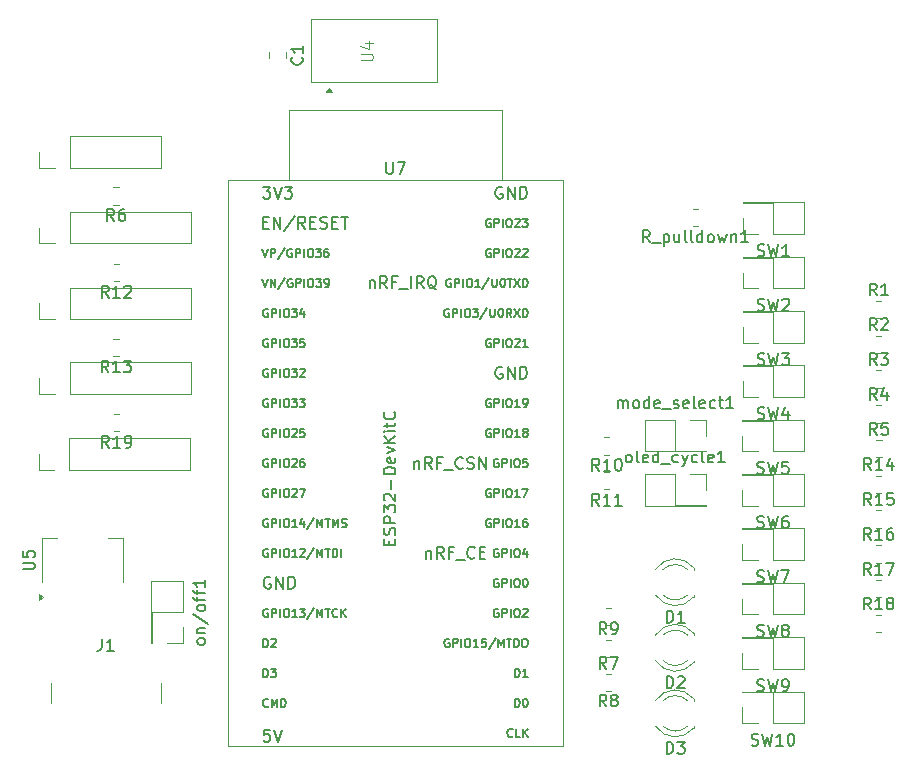
<source format=gbr>
%TF.GenerationSoftware,KiCad,Pcbnew,8.0.4*%
%TF.CreationDate,2024-12-10T19:57:11+05:30*%
%TF.ProjectId,controller-v3,636f6e74-726f-46c6-9c65-722d76332e6b,rev?*%
%TF.SameCoordinates,Original*%
%TF.FileFunction,Legend,Top*%
%TF.FilePolarity,Positive*%
%FSLAX46Y46*%
G04 Gerber Fmt 4.6, Leading zero omitted, Abs format (unit mm)*
G04 Created by KiCad (PCBNEW 8.0.4) date 2024-12-10 19:57:11*
%MOMM*%
%LPD*%
G01*
G04 APERTURE LIST*
%ADD10C,0.200000*%
%ADD11C,0.100000*%
%ADD12C,0.150000*%
%ADD13C,0.120000*%
G04 APERTURE END LIST*
D10*
X119419673Y-106430552D02*
X119419673Y-107097219D01*
X119419673Y-106525790D02*
X119467292Y-106478171D01*
X119467292Y-106478171D02*
X119562530Y-106430552D01*
X119562530Y-106430552D02*
X119705387Y-106430552D01*
X119705387Y-106430552D02*
X119800625Y-106478171D01*
X119800625Y-106478171D02*
X119848244Y-106573409D01*
X119848244Y-106573409D02*
X119848244Y-107097219D01*
X120895863Y-107097219D02*
X120562530Y-106621028D01*
X120324435Y-107097219D02*
X120324435Y-106097219D01*
X120324435Y-106097219D02*
X120705387Y-106097219D01*
X120705387Y-106097219D02*
X120800625Y-106144838D01*
X120800625Y-106144838D02*
X120848244Y-106192457D01*
X120848244Y-106192457D02*
X120895863Y-106287695D01*
X120895863Y-106287695D02*
X120895863Y-106430552D01*
X120895863Y-106430552D02*
X120848244Y-106525790D01*
X120848244Y-106525790D02*
X120800625Y-106573409D01*
X120800625Y-106573409D02*
X120705387Y-106621028D01*
X120705387Y-106621028D02*
X120324435Y-106621028D01*
X121657768Y-106573409D02*
X121324435Y-106573409D01*
X121324435Y-107097219D02*
X121324435Y-106097219D01*
X121324435Y-106097219D02*
X121800625Y-106097219D01*
X121943483Y-107192457D02*
X122705387Y-107192457D01*
X122943483Y-107097219D02*
X122943483Y-106097219D01*
X123991101Y-107097219D02*
X123657768Y-106621028D01*
X123419673Y-107097219D02*
X123419673Y-106097219D01*
X123419673Y-106097219D02*
X123800625Y-106097219D01*
X123800625Y-106097219D02*
X123895863Y-106144838D01*
X123895863Y-106144838D02*
X123943482Y-106192457D01*
X123943482Y-106192457D02*
X123991101Y-106287695D01*
X123991101Y-106287695D02*
X123991101Y-106430552D01*
X123991101Y-106430552D02*
X123943482Y-106525790D01*
X123943482Y-106525790D02*
X123895863Y-106573409D01*
X123895863Y-106573409D02*
X123800625Y-106621028D01*
X123800625Y-106621028D02*
X123419673Y-106621028D01*
X125086339Y-107192457D02*
X124991101Y-107144838D01*
X124991101Y-107144838D02*
X124895863Y-107049600D01*
X124895863Y-107049600D02*
X124753006Y-106906742D01*
X124753006Y-106906742D02*
X124657768Y-106859123D01*
X124657768Y-106859123D02*
X124562530Y-106859123D01*
X124610149Y-107097219D02*
X124514911Y-107049600D01*
X124514911Y-107049600D02*
X124419673Y-106954361D01*
X124419673Y-106954361D02*
X124372054Y-106763885D01*
X124372054Y-106763885D02*
X124372054Y-106430552D01*
X124372054Y-106430552D02*
X124419673Y-106240076D01*
X124419673Y-106240076D02*
X124514911Y-106144838D01*
X124514911Y-106144838D02*
X124610149Y-106097219D01*
X124610149Y-106097219D02*
X124800625Y-106097219D01*
X124800625Y-106097219D02*
X124895863Y-106144838D01*
X124895863Y-106144838D02*
X124991101Y-106240076D01*
X124991101Y-106240076D02*
X125038720Y-106430552D01*
X125038720Y-106430552D02*
X125038720Y-106763885D01*
X125038720Y-106763885D02*
X124991101Y-106954361D01*
X124991101Y-106954361D02*
X124895863Y-107049600D01*
X124895863Y-107049600D02*
X124800625Y-107097219D01*
X124800625Y-107097219D02*
X124610149Y-107097219D01*
X124219673Y-129330552D02*
X124219673Y-129997219D01*
X124219673Y-129425790D02*
X124267292Y-129378171D01*
X124267292Y-129378171D02*
X124362530Y-129330552D01*
X124362530Y-129330552D02*
X124505387Y-129330552D01*
X124505387Y-129330552D02*
X124600625Y-129378171D01*
X124600625Y-129378171D02*
X124648244Y-129473409D01*
X124648244Y-129473409D02*
X124648244Y-129997219D01*
X125695863Y-129997219D02*
X125362530Y-129521028D01*
X125124435Y-129997219D02*
X125124435Y-128997219D01*
X125124435Y-128997219D02*
X125505387Y-128997219D01*
X125505387Y-128997219D02*
X125600625Y-129044838D01*
X125600625Y-129044838D02*
X125648244Y-129092457D01*
X125648244Y-129092457D02*
X125695863Y-129187695D01*
X125695863Y-129187695D02*
X125695863Y-129330552D01*
X125695863Y-129330552D02*
X125648244Y-129425790D01*
X125648244Y-129425790D02*
X125600625Y-129473409D01*
X125600625Y-129473409D02*
X125505387Y-129521028D01*
X125505387Y-129521028D02*
X125124435Y-129521028D01*
X126457768Y-129473409D02*
X126124435Y-129473409D01*
X126124435Y-129997219D02*
X126124435Y-128997219D01*
X126124435Y-128997219D02*
X126600625Y-128997219D01*
X126743483Y-130092457D02*
X127505387Y-130092457D01*
X128314911Y-129901980D02*
X128267292Y-129949600D01*
X128267292Y-129949600D02*
X128124435Y-129997219D01*
X128124435Y-129997219D02*
X128029197Y-129997219D01*
X128029197Y-129997219D02*
X127886340Y-129949600D01*
X127886340Y-129949600D02*
X127791102Y-129854361D01*
X127791102Y-129854361D02*
X127743483Y-129759123D01*
X127743483Y-129759123D02*
X127695864Y-129568647D01*
X127695864Y-129568647D02*
X127695864Y-129425790D01*
X127695864Y-129425790D02*
X127743483Y-129235314D01*
X127743483Y-129235314D02*
X127791102Y-129140076D01*
X127791102Y-129140076D02*
X127886340Y-129044838D01*
X127886340Y-129044838D02*
X128029197Y-128997219D01*
X128029197Y-128997219D02*
X128124435Y-128997219D01*
X128124435Y-128997219D02*
X128267292Y-129044838D01*
X128267292Y-129044838D02*
X128314911Y-129092457D01*
X128743483Y-129473409D02*
X129076816Y-129473409D01*
X129219673Y-129997219D02*
X128743483Y-129997219D01*
X128743483Y-129997219D02*
X128743483Y-128997219D01*
X128743483Y-128997219D02*
X129219673Y-128997219D01*
X123219673Y-121730552D02*
X123219673Y-122397219D01*
X123219673Y-121825790D02*
X123267292Y-121778171D01*
X123267292Y-121778171D02*
X123362530Y-121730552D01*
X123362530Y-121730552D02*
X123505387Y-121730552D01*
X123505387Y-121730552D02*
X123600625Y-121778171D01*
X123600625Y-121778171D02*
X123648244Y-121873409D01*
X123648244Y-121873409D02*
X123648244Y-122397219D01*
X124695863Y-122397219D02*
X124362530Y-121921028D01*
X124124435Y-122397219D02*
X124124435Y-121397219D01*
X124124435Y-121397219D02*
X124505387Y-121397219D01*
X124505387Y-121397219D02*
X124600625Y-121444838D01*
X124600625Y-121444838D02*
X124648244Y-121492457D01*
X124648244Y-121492457D02*
X124695863Y-121587695D01*
X124695863Y-121587695D02*
X124695863Y-121730552D01*
X124695863Y-121730552D02*
X124648244Y-121825790D01*
X124648244Y-121825790D02*
X124600625Y-121873409D01*
X124600625Y-121873409D02*
X124505387Y-121921028D01*
X124505387Y-121921028D02*
X124124435Y-121921028D01*
X125457768Y-121873409D02*
X125124435Y-121873409D01*
X125124435Y-122397219D02*
X125124435Y-121397219D01*
X125124435Y-121397219D02*
X125600625Y-121397219D01*
X125743483Y-122492457D02*
X126505387Y-122492457D01*
X127314911Y-122301980D02*
X127267292Y-122349600D01*
X127267292Y-122349600D02*
X127124435Y-122397219D01*
X127124435Y-122397219D02*
X127029197Y-122397219D01*
X127029197Y-122397219D02*
X126886340Y-122349600D01*
X126886340Y-122349600D02*
X126791102Y-122254361D01*
X126791102Y-122254361D02*
X126743483Y-122159123D01*
X126743483Y-122159123D02*
X126695864Y-121968647D01*
X126695864Y-121968647D02*
X126695864Y-121825790D01*
X126695864Y-121825790D02*
X126743483Y-121635314D01*
X126743483Y-121635314D02*
X126791102Y-121540076D01*
X126791102Y-121540076D02*
X126886340Y-121444838D01*
X126886340Y-121444838D02*
X127029197Y-121397219D01*
X127029197Y-121397219D02*
X127124435Y-121397219D01*
X127124435Y-121397219D02*
X127267292Y-121444838D01*
X127267292Y-121444838D02*
X127314911Y-121492457D01*
X127695864Y-122349600D02*
X127838721Y-122397219D01*
X127838721Y-122397219D02*
X128076816Y-122397219D01*
X128076816Y-122397219D02*
X128172054Y-122349600D01*
X128172054Y-122349600D02*
X128219673Y-122301980D01*
X128219673Y-122301980D02*
X128267292Y-122206742D01*
X128267292Y-122206742D02*
X128267292Y-122111504D01*
X128267292Y-122111504D02*
X128219673Y-122016266D01*
X128219673Y-122016266D02*
X128172054Y-121968647D01*
X128172054Y-121968647D02*
X128076816Y-121921028D01*
X128076816Y-121921028D02*
X127886340Y-121873409D01*
X127886340Y-121873409D02*
X127791102Y-121825790D01*
X127791102Y-121825790D02*
X127743483Y-121778171D01*
X127743483Y-121778171D02*
X127695864Y-121682933D01*
X127695864Y-121682933D02*
X127695864Y-121587695D01*
X127695864Y-121587695D02*
X127743483Y-121492457D01*
X127743483Y-121492457D02*
X127791102Y-121444838D01*
X127791102Y-121444838D02*
X127886340Y-121397219D01*
X127886340Y-121397219D02*
X128124435Y-121397219D01*
X128124435Y-121397219D02*
X128267292Y-121444838D01*
X128695864Y-122397219D02*
X128695864Y-121397219D01*
X128695864Y-121397219D02*
X129267292Y-122397219D01*
X129267292Y-122397219D02*
X129267292Y-121397219D01*
D11*
X118697419Y-87821904D02*
X119506942Y-87821904D01*
X119506942Y-87821904D02*
X119602180Y-87774285D01*
X119602180Y-87774285D02*
X119649800Y-87726666D01*
X119649800Y-87726666D02*
X119697419Y-87631428D01*
X119697419Y-87631428D02*
X119697419Y-87440952D01*
X119697419Y-87440952D02*
X119649800Y-87345714D01*
X119649800Y-87345714D02*
X119602180Y-87298095D01*
X119602180Y-87298095D02*
X119506942Y-87250476D01*
X119506942Y-87250476D02*
X118697419Y-87250476D01*
X119030752Y-86345714D02*
X119697419Y-86345714D01*
X118649800Y-86583809D02*
X119364085Y-86821904D01*
X119364085Y-86821904D02*
X119364085Y-86202857D01*
D12*
X152236667Y-122752200D02*
X152379524Y-122799819D01*
X152379524Y-122799819D02*
X152617619Y-122799819D01*
X152617619Y-122799819D02*
X152712857Y-122752200D01*
X152712857Y-122752200D02*
X152760476Y-122704580D01*
X152760476Y-122704580D02*
X152808095Y-122609342D01*
X152808095Y-122609342D02*
X152808095Y-122514104D01*
X152808095Y-122514104D02*
X152760476Y-122418866D01*
X152760476Y-122418866D02*
X152712857Y-122371247D01*
X152712857Y-122371247D02*
X152617619Y-122323628D01*
X152617619Y-122323628D02*
X152427143Y-122276009D01*
X152427143Y-122276009D02*
X152331905Y-122228390D01*
X152331905Y-122228390D02*
X152284286Y-122180771D01*
X152284286Y-122180771D02*
X152236667Y-122085533D01*
X152236667Y-122085533D02*
X152236667Y-121990295D01*
X152236667Y-121990295D02*
X152284286Y-121895057D01*
X152284286Y-121895057D02*
X152331905Y-121847438D01*
X152331905Y-121847438D02*
X152427143Y-121799819D01*
X152427143Y-121799819D02*
X152665238Y-121799819D01*
X152665238Y-121799819D02*
X152808095Y-121847438D01*
X153141429Y-121799819D02*
X153379524Y-122799819D01*
X153379524Y-122799819D02*
X153570000Y-122085533D01*
X153570000Y-122085533D02*
X153760476Y-122799819D01*
X153760476Y-122799819D02*
X153998572Y-121799819D01*
X154855714Y-121799819D02*
X154379524Y-121799819D01*
X154379524Y-121799819D02*
X154331905Y-122276009D01*
X154331905Y-122276009D02*
X154379524Y-122228390D01*
X154379524Y-122228390D02*
X154474762Y-122180771D01*
X154474762Y-122180771D02*
X154712857Y-122180771D01*
X154712857Y-122180771D02*
X154808095Y-122228390D01*
X154808095Y-122228390D02*
X154855714Y-122276009D01*
X154855714Y-122276009D02*
X154903333Y-122371247D01*
X154903333Y-122371247D02*
X154903333Y-122609342D01*
X154903333Y-122609342D02*
X154855714Y-122704580D01*
X154855714Y-122704580D02*
X154808095Y-122752200D01*
X154808095Y-122752200D02*
X154712857Y-122799819D01*
X154712857Y-122799819D02*
X154474762Y-122799819D01*
X154474762Y-122799819D02*
X154379524Y-122752200D01*
X154379524Y-122752200D02*
X154331905Y-122704580D01*
X162360833Y-116554819D02*
X162027500Y-116078628D01*
X161789405Y-116554819D02*
X161789405Y-115554819D01*
X161789405Y-115554819D02*
X162170357Y-115554819D01*
X162170357Y-115554819D02*
X162265595Y-115602438D01*
X162265595Y-115602438D02*
X162313214Y-115650057D01*
X162313214Y-115650057D02*
X162360833Y-115745295D01*
X162360833Y-115745295D02*
X162360833Y-115888152D01*
X162360833Y-115888152D02*
X162313214Y-115983390D01*
X162313214Y-115983390D02*
X162265595Y-116031009D01*
X162265595Y-116031009D02*
X162170357Y-116078628D01*
X162170357Y-116078628D02*
X161789405Y-116078628D01*
X163217976Y-115888152D02*
X163217976Y-116554819D01*
X162979881Y-115507200D02*
X162741786Y-116221485D01*
X162741786Y-116221485D02*
X163360833Y-116221485D01*
X138857142Y-125504819D02*
X138523809Y-125028628D01*
X138285714Y-125504819D02*
X138285714Y-124504819D01*
X138285714Y-124504819D02*
X138666666Y-124504819D01*
X138666666Y-124504819D02*
X138761904Y-124552438D01*
X138761904Y-124552438D02*
X138809523Y-124600057D01*
X138809523Y-124600057D02*
X138857142Y-124695295D01*
X138857142Y-124695295D02*
X138857142Y-124838152D01*
X138857142Y-124838152D02*
X138809523Y-124933390D01*
X138809523Y-124933390D02*
X138761904Y-124981009D01*
X138761904Y-124981009D02*
X138666666Y-125028628D01*
X138666666Y-125028628D02*
X138285714Y-125028628D01*
X139809523Y-125504819D02*
X139238095Y-125504819D01*
X139523809Y-125504819D02*
X139523809Y-124504819D01*
X139523809Y-124504819D02*
X139428571Y-124647676D01*
X139428571Y-124647676D02*
X139333333Y-124742914D01*
X139333333Y-124742914D02*
X139238095Y-124790533D01*
X140761904Y-125504819D02*
X140190476Y-125504819D01*
X140476190Y-125504819D02*
X140476190Y-124504819D01*
X140476190Y-124504819D02*
X140380952Y-124647676D01*
X140380952Y-124647676D02*
X140285714Y-124742914D01*
X140285714Y-124742914D02*
X140190476Y-124790533D01*
X152236667Y-136552200D02*
X152379524Y-136599819D01*
X152379524Y-136599819D02*
X152617619Y-136599819D01*
X152617619Y-136599819D02*
X152712857Y-136552200D01*
X152712857Y-136552200D02*
X152760476Y-136504580D01*
X152760476Y-136504580D02*
X152808095Y-136409342D01*
X152808095Y-136409342D02*
X152808095Y-136314104D01*
X152808095Y-136314104D02*
X152760476Y-136218866D01*
X152760476Y-136218866D02*
X152712857Y-136171247D01*
X152712857Y-136171247D02*
X152617619Y-136123628D01*
X152617619Y-136123628D02*
X152427143Y-136076009D01*
X152427143Y-136076009D02*
X152331905Y-136028390D01*
X152331905Y-136028390D02*
X152284286Y-135980771D01*
X152284286Y-135980771D02*
X152236667Y-135885533D01*
X152236667Y-135885533D02*
X152236667Y-135790295D01*
X152236667Y-135790295D02*
X152284286Y-135695057D01*
X152284286Y-135695057D02*
X152331905Y-135647438D01*
X152331905Y-135647438D02*
X152427143Y-135599819D01*
X152427143Y-135599819D02*
X152665238Y-135599819D01*
X152665238Y-135599819D02*
X152808095Y-135647438D01*
X153141429Y-135599819D02*
X153379524Y-136599819D01*
X153379524Y-136599819D02*
X153570000Y-135885533D01*
X153570000Y-135885533D02*
X153760476Y-136599819D01*
X153760476Y-136599819D02*
X153998572Y-135599819D01*
X154522381Y-136028390D02*
X154427143Y-135980771D01*
X154427143Y-135980771D02*
X154379524Y-135933152D01*
X154379524Y-135933152D02*
X154331905Y-135837914D01*
X154331905Y-135837914D02*
X154331905Y-135790295D01*
X154331905Y-135790295D02*
X154379524Y-135695057D01*
X154379524Y-135695057D02*
X154427143Y-135647438D01*
X154427143Y-135647438D02*
X154522381Y-135599819D01*
X154522381Y-135599819D02*
X154712857Y-135599819D01*
X154712857Y-135599819D02*
X154808095Y-135647438D01*
X154808095Y-135647438D02*
X154855714Y-135695057D01*
X154855714Y-135695057D02*
X154903333Y-135790295D01*
X154903333Y-135790295D02*
X154903333Y-135837914D01*
X154903333Y-135837914D02*
X154855714Y-135933152D01*
X154855714Y-135933152D02*
X154808095Y-135980771D01*
X154808095Y-135980771D02*
X154712857Y-136028390D01*
X154712857Y-136028390D02*
X154522381Y-136028390D01*
X154522381Y-136028390D02*
X154427143Y-136076009D01*
X154427143Y-136076009D02*
X154379524Y-136123628D01*
X154379524Y-136123628D02*
X154331905Y-136218866D01*
X154331905Y-136218866D02*
X154331905Y-136409342D01*
X154331905Y-136409342D02*
X154379524Y-136504580D01*
X154379524Y-136504580D02*
X154427143Y-136552200D01*
X154427143Y-136552200D02*
X154522381Y-136599819D01*
X154522381Y-136599819D02*
X154712857Y-136599819D01*
X154712857Y-136599819D02*
X154808095Y-136552200D01*
X154808095Y-136552200D02*
X154855714Y-136504580D01*
X154855714Y-136504580D02*
X154903333Y-136409342D01*
X154903333Y-136409342D02*
X154903333Y-136218866D01*
X154903333Y-136218866D02*
X154855714Y-136123628D01*
X154855714Y-136123628D02*
X154808095Y-136076009D01*
X154808095Y-136076009D02*
X154712857Y-136028390D01*
X139463333Y-142504819D02*
X139130000Y-142028628D01*
X138891905Y-142504819D02*
X138891905Y-141504819D01*
X138891905Y-141504819D02*
X139272857Y-141504819D01*
X139272857Y-141504819D02*
X139368095Y-141552438D01*
X139368095Y-141552438D02*
X139415714Y-141600057D01*
X139415714Y-141600057D02*
X139463333Y-141695295D01*
X139463333Y-141695295D02*
X139463333Y-141838152D01*
X139463333Y-141838152D02*
X139415714Y-141933390D01*
X139415714Y-141933390D02*
X139368095Y-141981009D01*
X139368095Y-141981009D02*
X139272857Y-142028628D01*
X139272857Y-142028628D02*
X138891905Y-142028628D01*
X140034762Y-141933390D02*
X139939524Y-141885771D01*
X139939524Y-141885771D02*
X139891905Y-141838152D01*
X139891905Y-141838152D02*
X139844286Y-141742914D01*
X139844286Y-141742914D02*
X139844286Y-141695295D01*
X139844286Y-141695295D02*
X139891905Y-141600057D01*
X139891905Y-141600057D02*
X139939524Y-141552438D01*
X139939524Y-141552438D02*
X140034762Y-141504819D01*
X140034762Y-141504819D02*
X140225238Y-141504819D01*
X140225238Y-141504819D02*
X140320476Y-141552438D01*
X140320476Y-141552438D02*
X140368095Y-141600057D01*
X140368095Y-141600057D02*
X140415714Y-141695295D01*
X140415714Y-141695295D02*
X140415714Y-141742914D01*
X140415714Y-141742914D02*
X140368095Y-141838152D01*
X140368095Y-141838152D02*
X140320476Y-141885771D01*
X140320476Y-141885771D02*
X140225238Y-141933390D01*
X140225238Y-141933390D02*
X140034762Y-141933390D01*
X140034762Y-141933390D02*
X139939524Y-141981009D01*
X139939524Y-141981009D02*
X139891905Y-142028628D01*
X139891905Y-142028628D02*
X139844286Y-142123866D01*
X139844286Y-142123866D02*
X139844286Y-142314342D01*
X139844286Y-142314342D02*
X139891905Y-142409580D01*
X139891905Y-142409580D02*
X139939524Y-142457200D01*
X139939524Y-142457200D02*
X140034762Y-142504819D01*
X140034762Y-142504819D02*
X140225238Y-142504819D01*
X140225238Y-142504819D02*
X140320476Y-142457200D01*
X140320476Y-142457200D02*
X140368095Y-142409580D01*
X140368095Y-142409580D02*
X140415714Y-142314342D01*
X140415714Y-142314342D02*
X140415714Y-142123866D01*
X140415714Y-142123866D02*
X140368095Y-142028628D01*
X140368095Y-142028628D02*
X140320476Y-141981009D01*
X140320476Y-141981009D02*
X140225238Y-141933390D01*
X90054819Y-130899404D02*
X90864342Y-130899404D01*
X90864342Y-130899404D02*
X90959580Y-130851785D01*
X90959580Y-130851785D02*
X91007200Y-130804166D01*
X91007200Y-130804166D02*
X91054819Y-130708928D01*
X91054819Y-130708928D02*
X91054819Y-130518452D01*
X91054819Y-130518452D02*
X91007200Y-130423214D01*
X91007200Y-130423214D02*
X90959580Y-130375595D01*
X90959580Y-130375595D02*
X90864342Y-130327976D01*
X90864342Y-130327976D02*
X90054819Y-130327976D01*
X90054819Y-129375595D02*
X90054819Y-129851785D01*
X90054819Y-129851785D02*
X90531009Y-129899404D01*
X90531009Y-129899404D02*
X90483390Y-129851785D01*
X90483390Y-129851785D02*
X90435771Y-129756547D01*
X90435771Y-129756547D02*
X90435771Y-129518452D01*
X90435771Y-129518452D02*
X90483390Y-129423214D01*
X90483390Y-129423214D02*
X90531009Y-129375595D01*
X90531009Y-129375595D02*
X90626247Y-129327976D01*
X90626247Y-129327976D02*
X90864342Y-129327976D01*
X90864342Y-129327976D02*
X90959580Y-129375595D01*
X90959580Y-129375595D02*
X91007200Y-129423214D01*
X91007200Y-129423214D02*
X91054819Y-129518452D01*
X91054819Y-129518452D02*
X91054819Y-129756547D01*
X91054819Y-129756547D02*
X91007200Y-129851785D01*
X91007200Y-129851785D02*
X90959580Y-129899404D01*
X162360833Y-107704819D02*
X162027500Y-107228628D01*
X161789405Y-107704819D02*
X161789405Y-106704819D01*
X161789405Y-106704819D02*
X162170357Y-106704819D01*
X162170357Y-106704819D02*
X162265595Y-106752438D01*
X162265595Y-106752438D02*
X162313214Y-106800057D01*
X162313214Y-106800057D02*
X162360833Y-106895295D01*
X162360833Y-106895295D02*
X162360833Y-107038152D01*
X162360833Y-107038152D02*
X162313214Y-107133390D01*
X162313214Y-107133390D02*
X162265595Y-107181009D01*
X162265595Y-107181009D02*
X162170357Y-107228628D01*
X162170357Y-107228628D02*
X161789405Y-107228628D01*
X163313214Y-107704819D02*
X162741786Y-107704819D01*
X163027500Y-107704819D02*
X163027500Y-106704819D01*
X163027500Y-106704819D02*
X162932262Y-106847676D01*
X162932262Y-106847676D02*
X162837024Y-106942914D01*
X162837024Y-106942914D02*
X162741786Y-106990533D01*
X152236667Y-127352200D02*
X152379524Y-127399819D01*
X152379524Y-127399819D02*
X152617619Y-127399819D01*
X152617619Y-127399819D02*
X152712857Y-127352200D01*
X152712857Y-127352200D02*
X152760476Y-127304580D01*
X152760476Y-127304580D02*
X152808095Y-127209342D01*
X152808095Y-127209342D02*
X152808095Y-127114104D01*
X152808095Y-127114104D02*
X152760476Y-127018866D01*
X152760476Y-127018866D02*
X152712857Y-126971247D01*
X152712857Y-126971247D02*
X152617619Y-126923628D01*
X152617619Y-126923628D02*
X152427143Y-126876009D01*
X152427143Y-126876009D02*
X152331905Y-126828390D01*
X152331905Y-126828390D02*
X152284286Y-126780771D01*
X152284286Y-126780771D02*
X152236667Y-126685533D01*
X152236667Y-126685533D02*
X152236667Y-126590295D01*
X152236667Y-126590295D02*
X152284286Y-126495057D01*
X152284286Y-126495057D02*
X152331905Y-126447438D01*
X152331905Y-126447438D02*
X152427143Y-126399819D01*
X152427143Y-126399819D02*
X152665238Y-126399819D01*
X152665238Y-126399819D02*
X152808095Y-126447438D01*
X153141429Y-126399819D02*
X153379524Y-127399819D01*
X153379524Y-127399819D02*
X153570000Y-126685533D01*
X153570000Y-126685533D02*
X153760476Y-127399819D01*
X153760476Y-127399819D02*
X153998572Y-126399819D01*
X154808095Y-126399819D02*
X154617619Y-126399819D01*
X154617619Y-126399819D02*
X154522381Y-126447438D01*
X154522381Y-126447438D02*
X154474762Y-126495057D01*
X154474762Y-126495057D02*
X154379524Y-126637914D01*
X154379524Y-126637914D02*
X154331905Y-126828390D01*
X154331905Y-126828390D02*
X154331905Y-127209342D01*
X154331905Y-127209342D02*
X154379524Y-127304580D01*
X154379524Y-127304580D02*
X154427143Y-127352200D01*
X154427143Y-127352200D02*
X154522381Y-127399819D01*
X154522381Y-127399819D02*
X154712857Y-127399819D01*
X154712857Y-127399819D02*
X154808095Y-127352200D01*
X154808095Y-127352200D02*
X154855714Y-127304580D01*
X154855714Y-127304580D02*
X154903333Y-127209342D01*
X154903333Y-127209342D02*
X154903333Y-126971247D01*
X154903333Y-126971247D02*
X154855714Y-126876009D01*
X154855714Y-126876009D02*
X154808095Y-126828390D01*
X154808095Y-126828390D02*
X154712857Y-126780771D01*
X154712857Y-126780771D02*
X154522381Y-126780771D01*
X154522381Y-126780771D02*
X154427143Y-126828390D01*
X154427143Y-126828390D02*
X154379524Y-126876009D01*
X154379524Y-126876009D02*
X154331905Y-126971247D01*
X144566905Y-135414819D02*
X144566905Y-134414819D01*
X144566905Y-134414819D02*
X144805000Y-134414819D01*
X144805000Y-134414819D02*
X144947857Y-134462438D01*
X144947857Y-134462438D02*
X145043095Y-134557676D01*
X145043095Y-134557676D02*
X145090714Y-134652914D01*
X145090714Y-134652914D02*
X145138333Y-134843390D01*
X145138333Y-134843390D02*
X145138333Y-134986247D01*
X145138333Y-134986247D02*
X145090714Y-135176723D01*
X145090714Y-135176723D02*
X145043095Y-135271961D01*
X145043095Y-135271961D02*
X144947857Y-135367200D01*
X144947857Y-135367200D02*
X144805000Y-135414819D01*
X144805000Y-135414819D02*
X144566905Y-135414819D01*
X146090714Y-135414819D02*
X145519286Y-135414819D01*
X145805000Y-135414819D02*
X145805000Y-134414819D01*
X145805000Y-134414819D02*
X145709762Y-134557676D01*
X145709762Y-134557676D02*
X145614524Y-134652914D01*
X145614524Y-134652914D02*
X145519286Y-134700533D01*
X139463333Y-136404819D02*
X139130000Y-135928628D01*
X138891905Y-136404819D02*
X138891905Y-135404819D01*
X138891905Y-135404819D02*
X139272857Y-135404819D01*
X139272857Y-135404819D02*
X139368095Y-135452438D01*
X139368095Y-135452438D02*
X139415714Y-135500057D01*
X139415714Y-135500057D02*
X139463333Y-135595295D01*
X139463333Y-135595295D02*
X139463333Y-135738152D01*
X139463333Y-135738152D02*
X139415714Y-135833390D01*
X139415714Y-135833390D02*
X139368095Y-135881009D01*
X139368095Y-135881009D02*
X139272857Y-135928628D01*
X139272857Y-135928628D02*
X138891905Y-135928628D01*
X139939524Y-136404819D02*
X140130000Y-136404819D01*
X140130000Y-136404819D02*
X140225238Y-136357200D01*
X140225238Y-136357200D02*
X140272857Y-136309580D01*
X140272857Y-136309580D02*
X140368095Y-136166723D01*
X140368095Y-136166723D02*
X140415714Y-135976247D01*
X140415714Y-135976247D02*
X140415714Y-135595295D01*
X140415714Y-135595295D02*
X140368095Y-135500057D01*
X140368095Y-135500057D02*
X140320476Y-135452438D01*
X140320476Y-135452438D02*
X140225238Y-135404819D01*
X140225238Y-135404819D02*
X140034762Y-135404819D01*
X140034762Y-135404819D02*
X139939524Y-135452438D01*
X139939524Y-135452438D02*
X139891905Y-135500057D01*
X139891905Y-135500057D02*
X139844286Y-135595295D01*
X139844286Y-135595295D02*
X139844286Y-135833390D01*
X139844286Y-135833390D02*
X139891905Y-135928628D01*
X139891905Y-135928628D02*
X139939524Y-135976247D01*
X139939524Y-135976247D02*
X140034762Y-136023866D01*
X140034762Y-136023866D02*
X140225238Y-136023866D01*
X140225238Y-136023866D02*
X140320476Y-135976247D01*
X140320476Y-135976247D02*
X140368095Y-135928628D01*
X140368095Y-135928628D02*
X140415714Y-135833390D01*
X162373333Y-119504819D02*
X162040000Y-119028628D01*
X161801905Y-119504819D02*
X161801905Y-118504819D01*
X161801905Y-118504819D02*
X162182857Y-118504819D01*
X162182857Y-118504819D02*
X162278095Y-118552438D01*
X162278095Y-118552438D02*
X162325714Y-118600057D01*
X162325714Y-118600057D02*
X162373333Y-118695295D01*
X162373333Y-118695295D02*
X162373333Y-118838152D01*
X162373333Y-118838152D02*
X162325714Y-118933390D01*
X162325714Y-118933390D02*
X162278095Y-118981009D01*
X162278095Y-118981009D02*
X162182857Y-119028628D01*
X162182857Y-119028628D02*
X161801905Y-119028628D01*
X163278095Y-118504819D02*
X162801905Y-118504819D01*
X162801905Y-118504819D02*
X162754286Y-118981009D01*
X162754286Y-118981009D02*
X162801905Y-118933390D01*
X162801905Y-118933390D02*
X162897143Y-118885771D01*
X162897143Y-118885771D02*
X163135238Y-118885771D01*
X163135238Y-118885771D02*
X163230476Y-118933390D01*
X163230476Y-118933390D02*
X163278095Y-118981009D01*
X163278095Y-118981009D02*
X163325714Y-119076247D01*
X163325714Y-119076247D02*
X163325714Y-119314342D01*
X163325714Y-119314342D02*
X163278095Y-119409580D01*
X163278095Y-119409580D02*
X163230476Y-119457200D01*
X163230476Y-119457200D02*
X163135238Y-119504819D01*
X163135238Y-119504819D02*
X162897143Y-119504819D01*
X162897143Y-119504819D02*
X162801905Y-119457200D01*
X162801905Y-119457200D02*
X162754286Y-119409580D01*
X97317142Y-114229819D02*
X96983809Y-113753628D01*
X96745714Y-114229819D02*
X96745714Y-113229819D01*
X96745714Y-113229819D02*
X97126666Y-113229819D01*
X97126666Y-113229819D02*
X97221904Y-113277438D01*
X97221904Y-113277438D02*
X97269523Y-113325057D01*
X97269523Y-113325057D02*
X97317142Y-113420295D01*
X97317142Y-113420295D02*
X97317142Y-113563152D01*
X97317142Y-113563152D02*
X97269523Y-113658390D01*
X97269523Y-113658390D02*
X97221904Y-113706009D01*
X97221904Y-113706009D02*
X97126666Y-113753628D01*
X97126666Y-113753628D02*
X96745714Y-113753628D01*
X98269523Y-114229819D02*
X97698095Y-114229819D01*
X97983809Y-114229819D02*
X97983809Y-113229819D01*
X97983809Y-113229819D02*
X97888571Y-113372676D01*
X97888571Y-113372676D02*
X97793333Y-113467914D01*
X97793333Y-113467914D02*
X97698095Y-113515533D01*
X98602857Y-113229819D02*
X99221904Y-113229819D01*
X99221904Y-113229819D02*
X98888571Y-113610771D01*
X98888571Y-113610771D02*
X99031428Y-113610771D01*
X99031428Y-113610771D02*
X99126666Y-113658390D01*
X99126666Y-113658390D02*
X99174285Y-113706009D01*
X99174285Y-113706009D02*
X99221904Y-113801247D01*
X99221904Y-113801247D02*
X99221904Y-114039342D01*
X99221904Y-114039342D02*
X99174285Y-114134580D01*
X99174285Y-114134580D02*
X99126666Y-114182200D01*
X99126666Y-114182200D02*
X99031428Y-114229819D01*
X99031428Y-114229819D02*
X98745714Y-114229819D01*
X98745714Y-114229819D02*
X98650476Y-114182200D01*
X98650476Y-114182200D02*
X98602857Y-114134580D01*
X161872142Y-131354819D02*
X161538809Y-130878628D01*
X161300714Y-131354819D02*
X161300714Y-130354819D01*
X161300714Y-130354819D02*
X161681666Y-130354819D01*
X161681666Y-130354819D02*
X161776904Y-130402438D01*
X161776904Y-130402438D02*
X161824523Y-130450057D01*
X161824523Y-130450057D02*
X161872142Y-130545295D01*
X161872142Y-130545295D02*
X161872142Y-130688152D01*
X161872142Y-130688152D02*
X161824523Y-130783390D01*
X161824523Y-130783390D02*
X161776904Y-130831009D01*
X161776904Y-130831009D02*
X161681666Y-130878628D01*
X161681666Y-130878628D02*
X161300714Y-130878628D01*
X162824523Y-131354819D02*
X162253095Y-131354819D01*
X162538809Y-131354819D02*
X162538809Y-130354819D01*
X162538809Y-130354819D02*
X162443571Y-130497676D01*
X162443571Y-130497676D02*
X162348333Y-130592914D01*
X162348333Y-130592914D02*
X162253095Y-130640533D01*
X163157857Y-130354819D02*
X163824523Y-130354819D01*
X163824523Y-130354819D02*
X163395952Y-131354819D01*
X97347142Y-120604819D02*
X97013809Y-120128628D01*
X96775714Y-120604819D02*
X96775714Y-119604819D01*
X96775714Y-119604819D02*
X97156666Y-119604819D01*
X97156666Y-119604819D02*
X97251904Y-119652438D01*
X97251904Y-119652438D02*
X97299523Y-119700057D01*
X97299523Y-119700057D02*
X97347142Y-119795295D01*
X97347142Y-119795295D02*
X97347142Y-119938152D01*
X97347142Y-119938152D02*
X97299523Y-120033390D01*
X97299523Y-120033390D02*
X97251904Y-120081009D01*
X97251904Y-120081009D02*
X97156666Y-120128628D01*
X97156666Y-120128628D02*
X96775714Y-120128628D01*
X98299523Y-120604819D02*
X97728095Y-120604819D01*
X98013809Y-120604819D02*
X98013809Y-119604819D01*
X98013809Y-119604819D02*
X97918571Y-119747676D01*
X97918571Y-119747676D02*
X97823333Y-119842914D01*
X97823333Y-119842914D02*
X97728095Y-119890533D01*
X98775714Y-120604819D02*
X98966190Y-120604819D01*
X98966190Y-120604819D02*
X99061428Y-120557200D01*
X99061428Y-120557200D02*
X99109047Y-120509580D01*
X99109047Y-120509580D02*
X99204285Y-120366723D01*
X99204285Y-120366723D02*
X99251904Y-120176247D01*
X99251904Y-120176247D02*
X99251904Y-119795295D01*
X99251904Y-119795295D02*
X99204285Y-119700057D01*
X99204285Y-119700057D02*
X99156666Y-119652438D01*
X99156666Y-119652438D02*
X99061428Y-119604819D01*
X99061428Y-119604819D02*
X98870952Y-119604819D01*
X98870952Y-119604819D02*
X98775714Y-119652438D01*
X98775714Y-119652438D02*
X98728095Y-119700057D01*
X98728095Y-119700057D02*
X98680476Y-119795295D01*
X98680476Y-119795295D02*
X98680476Y-120033390D01*
X98680476Y-120033390D02*
X98728095Y-120128628D01*
X98728095Y-120128628D02*
X98775714Y-120176247D01*
X98775714Y-120176247D02*
X98870952Y-120223866D01*
X98870952Y-120223866D02*
X99061428Y-120223866D01*
X99061428Y-120223866D02*
X99156666Y-120176247D01*
X99156666Y-120176247D02*
X99204285Y-120128628D01*
X99204285Y-120128628D02*
X99251904Y-120033390D01*
X152276667Y-104352200D02*
X152419524Y-104399819D01*
X152419524Y-104399819D02*
X152657619Y-104399819D01*
X152657619Y-104399819D02*
X152752857Y-104352200D01*
X152752857Y-104352200D02*
X152800476Y-104304580D01*
X152800476Y-104304580D02*
X152848095Y-104209342D01*
X152848095Y-104209342D02*
X152848095Y-104114104D01*
X152848095Y-104114104D02*
X152800476Y-104018866D01*
X152800476Y-104018866D02*
X152752857Y-103971247D01*
X152752857Y-103971247D02*
X152657619Y-103923628D01*
X152657619Y-103923628D02*
X152467143Y-103876009D01*
X152467143Y-103876009D02*
X152371905Y-103828390D01*
X152371905Y-103828390D02*
X152324286Y-103780771D01*
X152324286Y-103780771D02*
X152276667Y-103685533D01*
X152276667Y-103685533D02*
X152276667Y-103590295D01*
X152276667Y-103590295D02*
X152324286Y-103495057D01*
X152324286Y-103495057D02*
X152371905Y-103447438D01*
X152371905Y-103447438D02*
X152467143Y-103399819D01*
X152467143Y-103399819D02*
X152705238Y-103399819D01*
X152705238Y-103399819D02*
X152848095Y-103447438D01*
X153181429Y-103399819D02*
X153419524Y-104399819D01*
X153419524Y-104399819D02*
X153610000Y-103685533D01*
X153610000Y-103685533D02*
X153800476Y-104399819D01*
X153800476Y-104399819D02*
X154038572Y-103399819D01*
X154943333Y-104399819D02*
X154371905Y-104399819D01*
X154657619Y-104399819D02*
X154657619Y-103399819D01*
X154657619Y-103399819D02*
X154562381Y-103542676D01*
X154562381Y-103542676D02*
X154467143Y-103637914D01*
X154467143Y-103637914D02*
X154371905Y-103685533D01*
X143132856Y-103204819D02*
X142799523Y-102728628D01*
X142561428Y-103204819D02*
X142561428Y-102204819D01*
X142561428Y-102204819D02*
X142942380Y-102204819D01*
X142942380Y-102204819D02*
X143037618Y-102252438D01*
X143037618Y-102252438D02*
X143085237Y-102300057D01*
X143085237Y-102300057D02*
X143132856Y-102395295D01*
X143132856Y-102395295D02*
X143132856Y-102538152D01*
X143132856Y-102538152D02*
X143085237Y-102633390D01*
X143085237Y-102633390D02*
X143037618Y-102681009D01*
X143037618Y-102681009D02*
X142942380Y-102728628D01*
X142942380Y-102728628D02*
X142561428Y-102728628D01*
X143323333Y-103300057D02*
X144085237Y-103300057D01*
X144323333Y-102538152D02*
X144323333Y-103538152D01*
X144323333Y-102585771D02*
X144418571Y-102538152D01*
X144418571Y-102538152D02*
X144609047Y-102538152D01*
X144609047Y-102538152D02*
X144704285Y-102585771D01*
X144704285Y-102585771D02*
X144751904Y-102633390D01*
X144751904Y-102633390D02*
X144799523Y-102728628D01*
X144799523Y-102728628D02*
X144799523Y-103014342D01*
X144799523Y-103014342D02*
X144751904Y-103109580D01*
X144751904Y-103109580D02*
X144704285Y-103157200D01*
X144704285Y-103157200D02*
X144609047Y-103204819D01*
X144609047Y-103204819D02*
X144418571Y-103204819D01*
X144418571Y-103204819D02*
X144323333Y-103157200D01*
X145656666Y-102538152D02*
X145656666Y-103204819D01*
X145228095Y-102538152D02*
X145228095Y-103061961D01*
X145228095Y-103061961D02*
X145275714Y-103157200D01*
X145275714Y-103157200D02*
X145370952Y-103204819D01*
X145370952Y-103204819D02*
X145513809Y-103204819D01*
X145513809Y-103204819D02*
X145609047Y-103157200D01*
X145609047Y-103157200D02*
X145656666Y-103109580D01*
X146275714Y-103204819D02*
X146180476Y-103157200D01*
X146180476Y-103157200D02*
X146132857Y-103061961D01*
X146132857Y-103061961D02*
X146132857Y-102204819D01*
X146799524Y-103204819D02*
X146704286Y-103157200D01*
X146704286Y-103157200D02*
X146656667Y-103061961D01*
X146656667Y-103061961D02*
X146656667Y-102204819D01*
X147609048Y-103204819D02*
X147609048Y-102204819D01*
X147609048Y-103157200D02*
X147513810Y-103204819D01*
X147513810Y-103204819D02*
X147323334Y-103204819D01*
X147323334Y-103204819D02*
X147228096Y-103157200D01*
X147228096Y-103157200D02*
X147180477Y-103109580D01*
X147180477Y-103109580D02*
X147132858Y-103014342D01*
X147132858Y-103014342D02*
X147132858Y-102728628D01*
X147132858Y-102728628D02*
X147180477Y-102633390D01*
X147180477Y-102633390D02*
X147228096Y-102585771D01*
X147228096Y-102585771D02*
X147323334Y-102538152D01*
X147323334Y-102538152D02*
X147513810Y-102538152D01*
X147513810Y-102538152D02*
X147609048Y-102585771D01*
X148228096Y-103204819D02*
X148132858Y-103157200D01*
X148132858Y-103157200D02*
X148085239Y-103109580D01*
X148085239Y-103109580D02*
X148037620Y-103014342D01*
X148037620Y-103014342D02*
X148037620Y-102728628D01*
X148037620Y-102728628D02*
X148085239Y-102633390D01*
X148085239Y-102633390D02*
X148132858Y-102585771D01*
X148132858Y-102585771D02*
X148228096Y-102538152D01*
X148228096Y-102538152D02*
X148370953Y-102538152D01*
X148370953Y-102538152D02*
X148466191Y-102585771D01*
X148466191Y-102585771D02*
X148513810Y-102633390D01*
X148513810Y-102633390D02*
X148561429Y-102728628D01*
X148561429Y-102728628D02*
X148561429Y-103014342D01*
X148561429Y-103014342D02*
X148513810Y-103109580D01*
X148513810Y-103109580D02*
X148466191Y-103157200D01*
X148466191Y-103157200D02*
X148370953Y-103204819D01*
X148370953Y-103204819D02*
X148228096Y-103204819D01*
X148894763Y-102538152D02*
X149085239Y-103204819D01*
X149085239Y-103204819D02*
X149275715Y-102728628D01*
X149275715Y-102728628D02*
X149466191Y-103204819D01*
X149466191Y-103204819D02*
X149656667Y-102538152D01*
X150037620Y-102538152D02*
X150037620Y-103204819D01*
X150037620Y-102633390D02*
X150085239Y-102585771D01*
X150085239Y-102585771D02*
X150180477Y-102538152D01*
X150180477Y-102538152D02*
X150323334Y-102538152D01*
X150323334Y-102538152D02*
X150418572Y-102585771D01*
X150418572Y-102585771D02*
X150466191Y-102681009D01*
X150466191Y-102681009D02*
X150466191Y-103204819D01*
X151466191Y-103204819D02*
X150894763Y-103204819D01*
X151180477Y-103204819D02*
X151180477Y-102204819D01*
X151180477Y-102204819D02*
X151085239Y-102347676D01*
X151085239Y-102347676D02*
X150990001Y-102442914D01*
X150990001Y-102442914D02*
X150894763Y-102490533D01*
X161872142Y-128404819D02*
X161538809Y-127928628D01*
X161300714Y-128404819D02*
X161300714Y-127404819D01*
X161300714Y-127404819D02*
X161681666Y-127404819D01*
X161681666Y-127404819D02*
X161776904Y-127452438D01*
X161776904Y-127452438D02*
X161824523Y-127500057D01*
X161824523Y-127500057D02*
X161872142Y-127595295D01*
X161872142Y-127595295D02*
X161872142Y-127738152D01*
X161872142Y-127738152D02*
X161824523Y-127833390D01*
X161824523Y-127833390D02*
X161776904Y-127881009D01*
X161776904Y-127881009D02*
X161681666Y-127928628D01*
X161681666Y-127928628D02*
X161300714Y-127928628D01*
X162824523Y-128404819D02*
X162253095Y-128404819D01*
X162538809Y-128404819D02*
X162538809Y-127404819D01*
X162538809Y-127404819D02*
X162443571Y-127547676D01*
X162443571Y-127547676D02*
X162348333Y-127642914D01*
X162348333Y-127642914D02*
X162253095Y-127690533D01*
X163681666Y-127404819D02*
X163491190Y-127404819D01*
X163491190Y-127404819D02*
X163395952Y-127452438D01*
X163395952Y-127452438D02*
X163348333Y-127500057D01*
X163348333Y-127500057D02*
X163253095Y-127642914D01*
X163253095Y-127642914D02*
X163205476Y-127833390D01*
X163205476Y-127833390D02*
X163205476Y-128214342D01*
X163205476Y-128214342D02*
X163253095Y-128309580D01*
X163253095Y-128309580D02*
X163300714Y-128357200D01*
X163300714Y-128357200D02*
X163395952Y-128404819D01*
X163395952Y-128404819D02*
X163586428Y-128404819D01*
X163586428Y-128404819D02*
X163681666Y-128357200D01*
X163681666Y-128357200D02*
X163729285Y-128309580D01*
X163729285Y-128309580D02*
X163776904Y-128214342D01*
X163776904Y-128214342D02*
X163776904Y-127976247D01*
X163776904Y-127976247D02*
X163729285Y-127881009D01*
X163729285Y-127881009D02*
X163681666Y-127833390D01*
X163681666Y-127833390D02*
X163586428Y-127785771D01*
X163586428Y-127785771D02*
X163395952Y-127785771D01*
X163395952Y-127785771D02*
X163300714Y-127833390D01*
X163300714Y-127833390D02*
X163253095Y-127881009D01*
X163253095Y-127881009D02*
X163205476Y-127976247D01*
X152276667Y-108952200D02*
X152419524Y-108999819D01*
X152419524Y-108999819D02*
X152657619Y-108999819D01*
X152657619Y-108999819D02*
X152752857Y-108952200D01*
X152752857Y-108952200D02*
X152800476Y-108904580D01*
X152800476Y-108904580D02*
X152848095Y-108809342D01*
X152848095Y-108809342D02*
X152848095Y-108714104D01*
X152848095Y-108714104D02*
X152800476Y-108618866D01*
X152800476Y-108618866D02*
X152752857Y-108571247D01*
X152752857Y-108571247D02*
X152657619Y-108523628D01*
X152657619Y-108523628D02*
X152467143Y-108476009D01*
X152467143Y-108476009D02*
X152371905Y-108428390D01*
X152371905Y-108428390D02*
X152324286Y-108380771D01*
X152324286Y-108380771D02*
X152276667Y-108285533D01*
X152276667Y-108285533D02*
X152276667Y-108190295D01*
X152276667Y-108190295D02*
X152324286Y-108095057D01*
X152324286Y-108095057D02*
X152371905Y-108047438D01*
X152371905Y-108047438D02*
X152467143Y-107999819D01*
X152467143Y-107999819D02*
X152705238Y-107999819D01*
X152705238Y-107999819D02*
X152848095Y-108047438D01*
X153181429Y-107999819D02*
X153419524Y-108999819D01*
X153419524Y-108999819D02*
X153610000Y-108285533D01*
X153610000Y-108285533D02*
X153800476Y-108999819D01*
X153800476Y-108999819D02*
X154038572Y-107999819D01*
X154371905Y-108095057D02*
X154419524Y-108047438D01*
X154419524Y-108047438D02*
X154514762Y-107999819D01*
X154514762Y-107999819D02*
X154752857Y-107999819D01*
X154752857Y-107999819D02*
X154848095Y-108047438D01*
X154848095Y-108047438D02*
X154895714Y-108095057D01*
X154895714Y-108095057D02*
X154943333Y-108190295D01*
X154943333Y-108190295D02*
X154943333Y-108285533D01*
X154943333Y-108285533D02*
X154895714Y-108428390D01*
X154895714Y-108428390D02*
X154324286Y-108999819D01*
X154324286Y-108999819D02*
X154943333Y-108999819D01*
X152236667Y-131952200D02*
X152379524Y-131999819D01*
X152379524Y-131999819D02*
X152617619Y-131999819D01*
X152617619Y-131999819D02*
X152712857Y-131952200D01*
X152712857Y-131952200D02*
X152760476Y-131904580D01*
X152760476Y-131904580D02*
X152808095Y-131809342D01*
X152808095Y-131809342D02*
X152808095Y-131714104D01*
X152808095Y-131714104D02*
X152760476Y-131618866D01*
X152760476Y-131618866D02*
X152712857Y-131571247D01*
X152712857Y-131571247D02*
X152617619Y-131523628D01*
X152617619Y-131523628D02*
X152427143Y-131476009D01*
X152427143Y-131476009D02*
X152331905Y-131428390D01*
X152331905Y-131428390D02*
X152284286Y-131380771D01*
X152284286Y-131380771D02*
X152236667Y-131285533D01*
X152236667Y-131285533D02*
X152236667Y-131190295D01*
X152236667Y-131190295D02*
X152284286Y-131095057D01*
X152284286Y-131095057D02*
X152331905Y-131047438D01*
X152331905Y-131047438D02*
X152427143Y-130999819D01*
X152427143Y-130999819D02*
X152665238Y-130999819D01*
X152665238Y-130999819D02*
X152808095Y-131047438D01*
X153141429Y-130999819D02*
X153379524Y-131999819D01*
X153379524Y-131999819D02*
X153570000Y-131285533D01*
X153570000Y-131285533D02*
X153760476Y-131999819D01*
X153760476Y-131999819D02*
X153998572Y-130999819D01*
X154284286Y-130999819D02*
X154950952Y-130999819D01*
X154950952Y-130999819D02*
X154522381Y-131999819D01*
X161884642Y-125454819D02*
X161551309Y-124978628D01*
X161313214Y-125454819D02*
X161313214Y-124454819D01*
X161313214Y-124454819D02*
X161694166Y-124454819D01*
X161694166Y-124454819D02*
X161789404Y-124502438D01*
X161789404Y-124502438D02*
X161837023Y-124550057D01*
X161837023Y-124550057D02*
X161884642Y-124645295D01*
X161884642Y-124645295D02*
X161884642Y-124788152D01*
X161884642Y-124788152D02*
X161837023Y-124883390D01*
X161837023Y-124883390D02*
X161789404Y-124931009D01*
X161789404Y-124931009D02*
X161694166Y-124978628D01*
X161694166Y-124978628D02*
X161313214Y-124978628D01*
X162837023Y-125454819D02*
X162265595Y-125454819D01*
X162551309Y-125454819D02*
X162551309Y-124454819D01*
X162551309Y-124454819D02*
X162456071Y-124597676D01*
X162456071Y-124597676D02*
X162360833Y-124692914D01*
X162360833Y-124692914D02*
X162265595Y-124740533D01*
X163741785Y-124454819D02*
X163265595Y-124454819D01*
X163265595Y-124454819D02*
X163217976Y-124931009D01*
X163217976Y-124931009D02*
X163265595Y-124883390D01*
X163265595Y-124883390D02*
X163360833Y-124835771D01*
X163360833Y-124835771D02*
X163598928Y-124835771D01*
X163598928Y-124835771D02*
X163694166Y-124883390D01*
X163694166Y-124883390D02*
X163741785Y-124931009D01*
X163741785Y-124931009D02*
X163789404Y-125026247D01*
X163789404Y-125026247D02*
X163789404Y-125264342D01*
X163789404Y-125264342D02*
X163741785Y-125359580D01*
X163741785Y-125359580D02*
X163694166Y-125407200D01*
X163694166Y-125407200D02*
X163598928Y-125454819D01*
X163598928Y-125454819D02*
X163360833Y-125454819D01*
X163360833Y-125454819D02*
X163265595Y-125407200D01*
X163265595Y-125407200D02*
X163217976Y-125359580D01*
X120838095Y-96414819D02*
X120838095Y-97224342D01*
X120838095Y-97224342D02*
X120885714Y-97319580D01*
X120885714Y-97319580D02*
X120933333Y-97367200D01*
X120933333Y-97367200D02*
X121028571Y-97414819D01*
X121028571Y-97414819D02*
X121219047Y-97414819D01*
X121219047Y-97414819D02*
X121314285Y-97367200D01*
X121314285Y-97367200D02*
X121361904Y-97319580D01*
X121361904Y-97319580D02*
X121409523Y-97224342D01*
X121409523Y-97224342D02*
X121409523Y-96414819D01*
X121790476Y-96414819D02*
X122457142Y-96414819D01*
X122457142Y-96414819D02*
X122028571Y-97414819D01*
X121081009Y-128825237D02*
X121081009Y-128491904D01*
X121604819Y-128349047D02*
X121604819Y-128825237D01*
X121604819Y-128825237D02*
X120604819Y-128825237D01*
X120604819Y-128825237D02*
X120604819Y-128349047D01*
X121557200Y-127968094D02*
X121604819Y-127825237D01*
X121604819Y-127825237D02*
X121604819Y-127587142D01*
X121604819Y-127587142D02*
X121557200Y-127491904D01*
X121557200Y-127491904D02*
X121509580Y-127444285D01*
X121509580Y-127444285D02*
X121414342Y-127396666D01*
X121414342Y-127396666D02*
X121319104Y-127396666D01*
X121319104Y-127396666D02*
X121223866Y-127444285D01*
X121223866Y-127444285D02*
X121176247Y-127491904D01*
X121176247Y-127491904D02*
X121128628Y-127587142D01*
X121128628Y-127587142D02*
X121081009Y-127777618D01*
X121081009Y-127777618D02*
X121033390Y-127872856D01*
X121033390Y-127872856D02*
X120985771Y-127920475D01*
X120985771Y-127920475D02*
X120890533Y-127968094D01*
X120890533Y-127968094D02*
X120795295Y-127968094D01*
X120795295Y-127968094D02*
X120700057Y-127920475D01*
X120700057Y-127920475D02*
X120652438Y-127872856D01*
X120652438Y-127872856D02*
X120604819Y-127777618D01*
X120604819Y-127777618D02*
X120604819Y-127539523D01*
X120604819Y-127539523D02*
X120652438Y-127396666D01*
X121604819Y-126968094D02*
X120604819Y-126968094D01*
X120604819Y-126968094D02*
X120604819Y-126587142D01*
X120604819Y-126587142D02*
X120652438Y-126491904D01*
X120652438Y-126491904D02*
X120700057Y-126444285D01*
X120700057Y-126444285D02*
X120795295Y-126396666D01*
X120795295Y-126396666D02*
X120938152Y-126396666D01*
X120938152Y-126396666D02*
X121033390Y-126444285D01*
X121033390Y-126444285D02*
X121081009Y-126491904D01*
X121081009Y-126491904D02*
X121128628Y-126587142D01*
X121128628Y-126587142D02*
X121128628Y-126968094D01*
X120604819Y-126063332D02*
X120604819Y-125444285D01*
X120604819Y-125444285D02*
X120985771Y-125777618D01*
X120985771Y-125777618D02*
X120985771Y-125634761D01*
X120985771Y-125634761D02*
X121033390Y-125539523D01*
X121033390Y-125539523D02*
X121081009Y-125491904D01*
X121081009Y-125491904D02*
X121176247Y-125444285D01*
X121176247Y-125444285D02*
X121414342Y-125444285D01*
X121414342Y-125444285D02*
X121509580Y-125491904D01*
X121509580Y-125491904D02*
X121557200Y-125539523D01*
X121557200Y-125539523D02*
X121604819Y-125634761D01*
X121604819Y-125634761D02*
X121604819Y-125920475D01*
X121604819Y-125920475D02*
X121557200Y-126015713D01*
X121557200Y-126015713D02*
X121509580Y-126063332D01*
X120700057Y-125063332D02*
X120652438Y-125015713D01*
X120652438Y-125015713D02*
X120604819Y-124920475D01*
X120604819Y-124920475D02*
X120604819Y-124682380D01*
X120604819Y-124682380D02*
X120652438Y-124587142D01*
X120652438Y-124587142D02*
X120700057Y-124539523D01*
X120700057Y-124539523D02*
X120795295Y-124491904D01*
X120795295Y-124491904D02*
X120890533Y-124491904D01*
X120890533Y-124491904D02*
X121033390Y-124539523D01*
X121033390Y-124539523D02*
X121604819Y-125110951D01*
X121604819Y-125110951D02*
X121604819Y-124491904D01*
X121223866Y-124063332D02*
X121223866Y-123301428D01*
X121604819Y-122825237D02*
X120604819Y-122825237D01*
X120604819Y-122825237D02*
X120604819Y-122587142D01*
X120604819Y-122587142D02*
X120652438Y-122444285D01*
X120652438Y-122444285D02*
X120747676Y-122349047D01*
X120747676Y-122349047D02*
X120842914Y-122301428D01*
X120842914Y-122301428D02*
X121033390Y-122253809D01*
X121033390Y-122253809D02*
X121176247Y-122253809D01*
X121176247Y-122253809D02*
X121366723Y-122301428D01*
X121366723Y-122301428D02*
X121461961Y-122349047D01*
X121461961Y-122349047D02*
X121557200Y-122444285D01*
X121557200Y-122444285D02*
X121604819Y-122587142D01*
X121604819Y-122587142D02*
X121604819Y-122825237D01*
X121557200Y-121444285D02*
X121604819Y-121539523D01*
X121604819Y-121539523D02*
X121604819Y-121729999D01*
X121604819Y-121729999D02*
X121557200Y-121825237D01*
X121557200Y-121825237D02*
X121461961Y-121872856D01*
X121461961Y-121872856D02*
X121081009Y-121872856D01*
X121081009Y-121872856D02*
X120985771Y-121825237D01*
X120985771Y-121825237D02*
X120938152Y-121729999D01*
X120938152Y-121729999D02*
X120938152Y-121539523D01*
X120938152Y-121539523D02*
X120985771Y-121444285D01*
X120985771Y-121444285D02*
X121081009Y-121396666D01*
X121081009Y-121396666D02*
X121176247Y-121396666D01*
X121176247Y-121396666D02*
X121271485Y-121872856D01*
X120938152Y-121063332D02*
X121604819Y-120825237D01*
X121604819Y-120825237D02*
X120938152Y-120587142D01*
X121604819Y-120206189D02*
X120604819Y-120206189D01*
X121604819Y-119634761D02*
X121033390Y-120063332D01*
X120604819Y-119634761D02*
X121176247Y-120206189D01*
X121604819Y-119206189D02*
X120938152Y-119206189D01*
X120604819Y-119206189D02*
X120652438Y-119253808D01*
X120652438Y-119253808D02*
X120700057Y-119206189D01*
X120700057Y-119206189D02*
X120652438Y-119158570D01*
X120652438Y-119158570D02*
X120604819Y-119206189D01*
X120604819Y-119206189D02*
X120700057Y-119206189D01*
X120938152Y-118872856D02*
X120938152Y-118491904D01*
X120604819Y-118729999D02*
X121461961Y-118729999D01*
X121461961Y-118729999D02*
X121557200Y-118682380D01*
X121557200Y-118682380D02*
X121604819Y-118587142D01*
X121604819Y-118587142D02*
X121604819Y-118491904D01*
X121509580Y-117587142D02*
X121557200Y-117634761D01*
X121557200Y-117634761D02*
X121604819Y-117777618D01*
X121604819Y-117777618D02*
X121604819Y-117872856D01*
X121604819Y-117872856D02*
X121557200Y-118015713D01*
X121557200Y-118015713D02*
X121461961Y-118110951D01*
X121461961Y-118110951D02*
X121366723Y-118158570D01*
X121366723Y-118158570D02*
X121176247Y-118206189D01*
X121176247Y-118206189D02*
X121033390Y-118206189D01*
X121033390Y-118206189D02*
X120842914Y-118158570D01*
X120842914Y-118158570D02*
X120747676Y-118110951D01*
X120747676Y-118110951D02*
X120652438Y-118015713D01*
X120652438Y-118015713D02*
X120604819Y-117872856D01*
X120604819Y-117872856D02*
X120604819Y-117777618D01*
X120604819Y-117777618D02*
X120652438Y-117634761D01*
X120652438Y-117634761D02*
X120700057Y-117587142D01*
X110435350Y-137476033D02*
X110435350Y-136776033D01*
X110435350Y-136776033D02*
X110602017Y-136776033D01*
X110602017Y-136776033D02*
X110702017Y-136809366D01*
X110702017Y-136809366D02*
X110768684Y-136876033D01*
X110768684Y-136876033D02*
X110802017Y-136942700D01*
X110802017Y-136942700D02*
X110835350Y-137076033D01*
X110835350Y-137076033D02*
X110835350Y-137176033D01*
X110835350Y-137176033D02*
X110802017Y-137309366D01*
X110802017Y-137309366D02*
X110768684Y-137376033D01*
X110768684Y-137376033D02*
X110702017Y-137442700D01*
X110702017Y-137442700D02*
X110602017Y-137476033D01*
X110602017Y-137476033D02*
X110435350Y-137476033D01*
X111102017Y-136842700D02*
X111135350Y-136809366D01*
X111135350Y-136809366D02*
X111202017Y-136776033D01*
X111202017Y-136776033D02*
X111368684Y-136776033D01*
X111368684Y-136776033D02*
X111435350Y-136809366D01*
X111435350Y-136809366D02*
X111468684Y-136842700D01*
X111468684Y-136842700D02*
X111502017Y-136909366D01*
X111502017Y-136909366D02*
X111502017Y-136976033D01*
X111502017Y-136976033D02*
X111468684Y-137076033D01*
X111468684Y-137076033D02*
X111068684Y-137476033D01*
X111068684Y-137476033D02*
X111502017Y-137476033D01*
X110802017Y-111409366D02*
X110735350Y-111376033D01*
X110735350Y-111376033D02*
X110635350Y-111376033D01*
X110635350Y-111376033D02*
X110535350Y-111409366D01*
X110535350Y-111409366D02*
X110468684Y-111476033D01*
X110468684Y-111476033D02*
X110435350Y-111542700D01*
X110435350Y-111542700D02*
X110402017Y-111676033D01*
X110402017Y-111676033D02*
X110402017Y-111776033D01*
X110402017Y-111776033D02*
X110435350Y-111909366D01*
X110435350Y-111909366D02*
X110468684Y-111976033D01*
X110468684Y-111976033D02*
X110535350Y-112042700D01*
X110535350Y-112042700D02*
X110635350Y-112076033D01*
X110635350Y-112076033D02*
X110702017Y-112076033D01*
X110702017Y-112076033D02*
X110802017Y-112042700D01*
X110802017Y-112042700D02*
X110835350Y-112009366D01*
X110835350Y-112009366D02*
X110835350Y-111776033D01*
X110835350Y-111776033D02*
X110702017Y-111776033D01*
X111135350Y-112076033D02*
X111135350Y-111376033D01*
X111135350Y-111376033D02*
X111402017Y-111376033D01*
X111402017Y-111376033D02*
X111468684Y-111409366D01*
X111468684Y-111409366D02*
X111502017Y-111442700D01*
X111502017Y-111442700D02*
X111535350Y-111509366D01*
X111535350Y-111509366D02*
X111535350Y-111609366D01*
X111535350Y-111609366D02*
X111502017Y-111676033D01*
X111502017Y-111676033D02*
X111468684Y-111709366D01*
X111468684Y-111709366D02*
X111402017Y-111742700D01*
X111402017Y-111742700D02*
X111135350Y-111742700D01*
X111835350Y-112076033D02*
X111835350Y-111376033D01*
X112302017Y-111376033D02*
X112435350Y-111376033D01*
X112435350Y-111376033D02*
X112502017Y-111409366D01*
X112502017Y-111409366D02*
X112568683Y-111476033D01*
X112568683Y-111476033D02*
X112602017Y-111609366D01*
X112602017Y-111609366D02*
X112602017Y-111842700D01*
X112602017Y-111842700D02*
X112568683Y-111976033D01*
X112568683Y-111976033D02*
X112502017Y-112042700D01*
X112502017Y-112042700D02*
X112435350Y-112076033D01*
X112435350Y-112076033D02*
X112302017Y-112076033D01*
X112302017Y-112076033D02*
X112235350Y-112042700D01*
X112235350Y-112042700D02*
X112168683Y-111976033D01*
X112168683Y-111976033D02*
X112135350Y-111842700D01*
X112135350Y-111842700D02*
X112135350Y-111609366D01*
X112135350Y-111609366D02*
X112168683Y-111476033D01*
X112168683Y-111476033D02*
X112235350Y-111409366D01*
X112235350Y-111409366D02*
X112302017Y-111376033D01*
X112835350Y-111376033D02*
X113268683Y-111376033D01*
X113268683Y-111376033D02*
X113035350Y-111642700D01*
X113035350Y-111642700D02*
X113135350Y-111642700D01*
X113135350Y-111642700D02*
X113202016Y-111676033D01*
X113202016Y-111676033D02*
X113235350Y-111709366D01*
X113235350Y-111709366D02*
X113268683Y-111776033D01*
X113268683Y-111776033D02*
X113268683Y-111942700D01*
X113268683Y-111942700D02*
X113235350Y-112009366D01*
X113235350Y-112009366D02*
X113202016Y-112042700D01*
X113202016Y-112042700D02*
X113135350Y-112076033D01*
X113135350Y-112076033D02*
X112935350Y-112076033D01*
X112935350Y-112076033D02*
X112868683Y-112042700D01*
X112868683Y-112042700D02*
X112835350Y-112009366D01*
X113902017Y-111376033D02*
X113568683Y-111376033D01*
X113568683Y-111376033D02*
X113535350Y-111709366D01*
X113535350Y-111709366D02*
X113568683Y-111676033D01*
X113568683Y-111676033D02*
X113635350Y-111642700D01*
X113635350Y-111642700D02*
X113802017Y-111642700D01*
X113802017Y-111642700D02*
X113868683Y-111676033D01*
X113868683Y-111676033D02*
X113902017Y-111709366D01*
X113902017Y-111709366D02*
X113935350Y-111776033D01*
X113935350Y-111776033D02*
X113935350Y-111942700D01*
X113935350Y-111942700D02*
X113902017Y-112009366D01*
X113902017Y-112009366D02*
X113868683Y-112042700D01*
X113868683Y-112042700D02*
X113802017Y-112076033D01*
X113802017Y-112076033D02*
X113635350Y-112076033D01*
X113635350Y-112076033D02*
X113568683Y-112042700D01*
X113568683Y-112042700D02*
X113535350Y-112009366D01*
X110802017Y-113949366D02*
X110735350Y-113916033D01*
X110735350Y-113916033D02*
X110635350Y-113916033D01*
X110635350Y-113916033D02*
X110535350Y-113949366D01*
X110535350Y-113949366D02*
X110468684Y-114016033D01*
X110468684Y-114016033D02*
X110435350Y-114082700D01*
X110435350Y-114082700D02*
X110402017Y-114216033D01*
X110402017Y-114216033D02*
X110402017Y-114316033D01*
X110402017Y-114316033D02*
X110435350Y-114449366D01*
X110435350Y-114449366D02*
X110468684Y-114516033D01*
X110468684Y-114516033D02*
X110535350Y-114582700D01*
X110535350Y-114582700D02*
X110635350Y-114616033D01*
X110635350Y-114616033D02*
X110702017Y-114616033D01*
X110702017Y-114616033D02*
X110802017Y-114582700D01*
X110802017Y-114582700D02*
X110835350Y-114549366D01*
X110835350Y-114549366D02*
X110835350Y-114316033D01*
X110835350Y-114316033D02*
X110702017Y-114316033D01*
X111135350Y-114616033D02*
X111135350Y-113916033D01*
X111135350Y-113916033D02*
X111402017Y-113916033D01*
X111402017Y-113916033D02*
X111468684Y-113949366D01*
X111468684Y-113949366D02*
X111502017Y-113982700D01*
X111502017Y-113982700D02*
X111535350Y-114049366D01*
X111535350Y-114049366D02*
X111535350Y-114149366D01*
X111535350Y-114149366D02*
X111502017Y-114216033D01*
X111502017Y-114216033D02*
X111468684Y-114249366D01*
X111468684Y-114249366D02*
X111402017Y-114282700D01*
X111402017Y-114282700D02*
X111135350Y-114282700D01*
X111835350Y-114616033D02*
X111835350Y-113916033D01*
X112302017Y-113916033D02*
X112435350Y-113916033D01*
X112435350Y-113916033D02*
X112502017Y-113949366D01*
X112502017Y-113949366D02*
X112568683Y-114016033D01*
X112568683Y-114016033D02*
X112602017Y-114149366D01*
X112602017Y-114149366D02*
X112602017Y-114382700D01*
X112602017Y-114382700D02*
X112568683Y-114516033D01*
X112568683Y-114516033D02*
X112502017Y-114582700D01*
X112502017Y-114582700D02*
X112435350Y-114616033D01*
X112435350Y-114616033D02*
X112302017Y-114616033D01*
X112302017Y-114616033D02*
X112235350Y-114582700D01*
X112235350Y-114582700D02*
X112168683Y-114516033D01*
X112168683Y-114516033D02*
X112135350Y-114382700D01*
X112135350Y-114382700D02*
X112135350Y-114149366D01*
X112135350Y-114149366D02*
X112168683Y-114016033D01*
X112168683Y-114016033D02*
X112235350Y-113949366D01*
X112235350Y-113949366D02*
X112302017Y-113916033D01*
X112835350Y-113916033D02*
X113268683Y-113916033D01*
X113268683Y-113916033D02*
X113035350Y-114182700D01*
X113035350Y-114182700D02*
X113135350Y-114182700D01*
X113135350Y-114182700D02*
X113202016Y-114216033D01*
X113202016Y-114216033D02*
X113235350Y-114249366D01*
X113235350Y-114249366D02*
X113268683Y-114316033D01*
X113268683Y-114316033D02*
X113268683Y-114482700D01*
X113268683Y-114482700D02*
X113235350Y-114549366D01*
X113235350Y-114549366D02*
X113202016Y-114582700D01*
X113202016Y-114582700D02*
X113135350Y-114616033D01*
X113135350Y-114616033D02*
X112935350Y-114616033D01*
X112935350Y-114616033D02*
X112868683Y-114582700D01*
X112868683Y-114582700D02*
X112835350Y-114549366D01*
X113535350Y-113982700D02*
X113568683Y-113949366D01*
X113568683Y-113949366D02*
X113635350Y-113916033D01*
X113635350Y-113916033D02*
X113802017Y-113916033D01*
X113802017Y-113916033D02*
X113868683Y-113949366D01*
X113868683Y-113949366D02*
X113902017Y-113982700D01*
X113902017Y-113982700D02*
X113935350Y-114049366D01*
X113935350Y-114049366D02*
X113935350Y-114116033D01*
X113935350Y-114116033D02*
X113902017Y-114216033D01*
X113902017Y-114216033D02*
X113502017Y-114616033D01*
X113502017Y-114616033D02*
X113935350Y-114616033D01*
X130331316Y-134269366D02*
X130264649Y-134236033D01*
X130264649Y-134236033D02*
X130164649Y-134236033D01*
X130164649Y-134236033D02*
X130064649Y-134269366D01*
X130064649Y-134269366D02*
X129997983Y-134336033D01*
X129997983Y-134336033D02*
X129964649Y-134402700D01*
X129964649Y-134402700D02*
X129931316Y-134536033D01*
X129931316Y-134536033D02*
X129931316Y-134636033D01*
X129931316Y-134636033D02*
X129964649Y-134769366D01*
X129964649Y-134769366D02*
X129997983Y-134836033D01*
X129997983Y-134836033D02*
X130064649Y-134902700D01*
X130064649Y-134902700D02*
X130164649Y-134936033D01*
X130164649Y-134936033D02*
X130231316Y-134936033D01*
X130231316Y-134936033D02*
X130331316Y-134902700D01*
X130331316Y-134902700D02*
X130364649Y-134869366D01*
X130364649Y-134869366D02*
X130364649Y-134636033D01*
X130364649Y-134636033D02*
X130231316Y-134636033D01*
X130664649Y-134936033D02*
X130664649Y-134236033D01*
X130664649Y-134236033D02*
X130931316Y-134236033D01*
X130931316Y-134236033D02*
X130997983Y-134269366D01*
X130997983Y-134269366D02*
X131031316Y-134302700D01*
X131031316Y-134302700D02*
X131064649Y-134369366D01*
X131064649Y-134369366D02*
X131064649Y-134469366D01*
X131064649Y-134469366D02*
X131031316Y-134536033D01*
X131031316Y-134536033D02*
X130997983Y-134569366D01*
X130997983Y-134569366D02*
X130931316Y-134602700D01*
X130931316Y-134602700D02*
X130664649Y-134602700D01*
X131364649Y-134936033D02*
X131364649Y-134236033D01*
X131831316Y-134236033D02*
X131964649Y-134236033D01*
X131964649Y-134236033D02*
X132031316Y-134269366D01*
X132031316Y-134269366D02*
X132097982Y-134336033D01*
X132097982Y-134336033D02*
X132131316Y-134469366D01*
X132131316Y-134469366D02*
X132131316Y-134702700D01*
X132131316Y-134702700D02*
X132097982Y-134836033D01*
X132097982Y-134836033D02*
X132031316Y-134902700D01*
X132031316Y-134902700D02*
X131964649Y-134936033D01*
X131964649Y-134936033D02*
X131831316Y-134936033D01*
X131831316Y-134936033D02*
X131764649Y-134902700D01*
X131764649Y-134902700D02*
X131697982Y-134836033D01*
X131697982Y-134836033D02*
X131664649Y-134702700D01*
X131664649Y-134702700D02*
X131664649Y-134469366D01*
X131664649Y-134469366D02*
X131697982Y-134336033D01*
X131697982Y-134336033D02*
X131764649Y-134269366D01*
X131764649Y-134269366D02*
X131831316Y-134236033D01*
X132397982Y-134302700D02*
X132431315Y-134269366D01*
X132431315Y-134269366D02*
X132497982Y-134236033D01*
X132497982Y-134236033D02*
X132664649Y-134236033D01*
X132664649Y-134236033D02*
X132731315Y-134269366D01*
X132731315Y-134269366D02*
X132764649Y-134302700D01*
X132764649Y-134302700D02*
X132797982Y-134369366D01*
X132797982Y-134369366D02*
X132797982Y-134436033D01*
X132797982Y-134436033D02*
X132764649Y-134536033D01*
X132764649Y-134536033D02*
X132364649Y-134936033D01*
X132364649Y-134936033D02*
X132797982Y-134936033D01*
X110401921Y-101528289D02*
X110735254Y-101528289D01*
X110878111Y-102052099D02*
X110401921Y-102052099D01*
X110401921Y-102052099D02*
X110401921Y-101052099D01*
X110401921Y-101052099D02*
X110878111Y-101052099D01*
X111306683Y-102052099D02*
X111306683Y-101052099D01*
X111306683Y-101052099D02*
X111878111Y-102052099D01*
X111878111Y-102052099D02*
X111878111Y-101052099D01*
X113068587Y-101004480D02*
X112211445Y-102290194D01*
X113973349Y-102052099D02*
X113640016Y-101575908D01*
X113401921Y-102052099D02*
X113401921Y-101052099D01*
X113401921Y-101052099D02*
X113782873Y-101052099D01*
X113782873Y-101052099D02*
X113878111Y-101099718D01*
X113878111Y-101099718D02*
X113925730Y-101147337D01*
X113925730Y-101147337D02*
X113973349Y-101242575D01*
X113973349Y-101242575D02*
X113973349Y-101385432D01*
X113973349Y-101385432D02*
X113925730Y-101480670D01*
X113925730Y-101480670D02*
X113878111Y-101528289D01*
X113878111Y-101528289D02*
X113782873Y-101575908D01*
X113782873Y-101575908D02*
X113401921Y-101575908D01*
X114401921Y-101528289D02*
X114735254Y-101528289D01*
X114878111Y-102052099D02*
X114401921Y-102052099D01*
X114401921Y-102052099D02*
X114401921Y-101052099D01*
X114401921Y-101052099D02*
X114878111Y-101052099D01*
X115259064Y-102004480D02*
X115401921Y-102052099D01*
X115401921Y-102052099D02*
X115640016Y-102052099D01*
X115640016Y-102052099D02*
X115735254Y-102004480D01*
X115735254Y-102004480D02*
X115782873Y-101956860D01*
X115782873Y-101956860D02*
X115830492Y-101861622D01*
X115830492Y-101861622D02*
X115830492Y-101766384D01*
X115830492Y-101766384D02*
X115782873Y-101671146D01*
X115782873Y-101671146D02*
X115735254Y-101623527D01*
X115735254Y-101623527D02*
X115640016Y-101575908D01*
X115640016Y-101575908D02*
X115449540Y-101528289D01*
X115449540Y-101528289D02*
X115354302Y-101480670D01*
X115354302Y-101480670D02*
X115306683Y-101433051D01*
X115306683Y-101433051D02*
X115259064Y-101337813D01*
X115259064Y-101337813D02*
X115259064Y-101242575D01*
X115259064Y-101242575D02*
X115306683Y-101147337D01*
X115306683Y-101147337D02*
X115354302Y-101099718D01*
X115354302Y-101099718D02*
X115449540Y-101052099D01*
X115449540Y-101052099D02*
X115687635Y-101052099D01*
X115687635Y-101052099D02*
X115830492Y-101099718D01*
X116259064Y-101528289D02*
X116592397Y-101528289D01*
X116735254Y-102052099D02*
X116259064Y-102052099D01*
X116259064Y-102052099D02*
X116259064Y-101052099D01*
X116259064Y-101052099D02*
X116735254Y-101052099D01*
X117020969Y-101052099D02*
X117592397Y-101052099D01*
X117306683Y-102052099D02*
X117306683Y-101052099D01*
X129664649Y-111409366D02*
X129597982Y-111376033D01*
X129597982Y-111376033D02*
X129497982Y-111376033D01*
X129497982Y-111376033D02*
X129397982Y-111409366D01*
X129397982Y-111409366D02*
X129331316Y-111476033D01*
X129331316Y-111476033D02*
X129297982Y-111542700D01*
X129297982Y-111542700D02*
X129264649Y-111676033D01*
X129264649Y-111676033D02*
X129264649Y-111776033D01*
X129264649Y-111776033D02*
X129297982Y-111909366D01*
X129297982Y-111909366D02*
X129331316Y-111976033D01*
X129331316Y-111976033D02*
X129397982Y-112042700D01*
X129397982Y-112042700D02*
X129497982Y-112076033D01*
X129497982Y-112076033D02*
X129564649Y-112076033D01*
X129564649Y-112076033D02*
X129664649Y-112042700D01*
X129664649Y-112042700D02*
X129697982Y-112009366D01*
X129697982Y-112009366D02*
X129697982Y-111776033D01*
X129697982Y-111776033D02*
X129564649Y-111776033D01*
X129997982Y-112076033D02*
X129997982Y-111376033D01*
X129997982Y-111376033D02*
X130264649Y-111376033D01*
X130264649Y-111376033D02*
X130331316Y-111409366D01*
X130331316Y-111409366D02*
X130364649Y-111442700D01*
X130364649Y-111442700D02*
X130397982Y-111509366D01*
X130397982Y-111509366D02*
X130397982Y-111609366D01*
X130397982Y-111609366D02*
X130364649Y-111676033D01*
X130364649Y-111676033D02*
X130331316Y-111709366D01*
X130331316Y-111709366D02*
X130264649Y-111742700D01*
X130264649Y-111742700D02*
X129997982Y-111742700D01*
X130697982Y-112076033D02*
X130697982Y-111376033D01*
X131164649Y-111376033D02*
X131297982Y-111376033D01*
X131297982Y-111376033D02*
X131364649Y-111409366D01*
X131364649Y-111409366D02*
X131431315Y-111476033D01*
X131431315Y-111476033D02*
X131464649Y-111609366D01*
X131464649Y-111609366D02*
X131464649Y-111842700D01*
X131464649Y-111842700D02*
X131431315Y-111976033D01*
X131431315Y-111976033D02*
X131364649Y-112042700D01*
X131364649Y-112042700D02*
X131297982Y-112076033D01*
X131297982Y-112076033D02*
X131164649Y-112076033D01*
X131164649Y-112076033D02*
X131097982Y-112042700D01*
X131097982Y-112042700D02*
X131031315Y-111976033D01*
X131031315Y-111976033D02*
X130997982Y-111842700D01*
X130997982Y-111842700D02*
X130997982Y-111609366D01*
X130997982Y-111609366D02*
X131031315Y-111476033D01*
X131031315Y-111476033D02*
X131097982Y-111409366D01*
X131097982Y-111409366D02*
X131164649Y-111376033D01*
X131731315Y-111442700D02*
X131764648Y-111409366D01*
X131764648Y-111409366D02*
X131831315Y-111376033D01*
X131831315Y-111376033D02*
X131997982Y-111376033D01*
X131997982Y-111376033D02*
X132064648Y-111409366D01*
X132064648Y-111409366D02*
X132097982Y-111442700D01*
X132097982Y-111442700D02*
X132131315Y-111509366D01*
X132131315Y-111509366D02*
X132131315Y-111576033D01*
X132131315Y-111576033D02*
X132097982Y-111676033D01*
X132097982Y-111676033D02*
X131697982Y-112076033D01*
X131697982Y-112076033D02*
X132131315Y-112076033D01*
X132797982Y-112076033D02*
X132397982Y-112076033D01*
X132597982Y-112076033D02*
X132597982Y-111376033D01*
X132597982Y-111376033D02*
X132531315Y-111476033D01*
X132531315Y-111476033D02*
X132464649Y-111542700D01*
X132464649Y-111542700D02*
X132397982Y-111576033D01*
X129664649Y-103789366D02*
X129597982Y-103756033D01*
X129597982Y-103756033D02*
X129497982Y-103756033D01*
X129497982Y-103756033D02*
X129397982Y-103789366D01*
X129397982Y-103789366D02*
X129331316Y-103856033D01*
X129331316Y-103856033D02*
X129297982Y-103922700D01*
X129297982Y-103922700D02*
X129264649Y-104056033D01*
X129264649Y-104056033D02*
X129264649Y-104156033D01*
X129264649Y-104156033D02*
X129297982Y-104289366D01*
X129297982Y-104289366D02*
X129331316Y-104356033D01*
X129331316Y-104356033D02*
X129397982Y-104422700D01*
X129397982Y-104422700D02*
X129497982Y-104456033D01*
X129497982Y-104456033D02*
X129564649Y-104456033D01*
X129564649Y-104456033D02*
X129664649Y-104422700D01*
X129664649Y-104422700D02*
X129697982Y-104389366D01*
X129697982Y-104389366D02*
X129697982Y-104156033D01*
X129697982Y-104156033D02*
X129564649Y-104156033D01*
X129997982Y-104456033D02*
X129997982Y-103756033D01*
X129997982Y-103756033D02*
X130264649Y-103756033D01*
X130264649Y-103756033D02*
X130331316Y-103789366D01*
X130331316Y-103789366D02*
X130364649Y-103822700D01*
X130364649Y-103822700D02*
X130397982Y-103889366D01*
X130397982Y-103889366D02*
X130397982Y-103989366D01*
X130397982Y-103989366D02*
X130364649Y-104056033D01*
X130364649Y-104056033D02*
X130331316Y-104089366D01*
X130331316Y-104089366D02*
X130264649Y-104122700D01*
X130264649Y-104122700D02*
X129997982Y-104122700D01*
X130697982Y-104456033D02*
X130697982Y-103756033D01*
X131164649Y-103756033D02*
X131297982Y-103756033D01*
X131297982Y-103756033D02*
X131364649Y-103789366D01*
X131364649Y-103789366D02*
X131431315Y-103856033D01*
X131431315Y-103856033D02*
X131464649Y-103989366D01*
X131464649Y-103989366D02*
X131464649Y-104222700D01*
X131464649Y-104222700D02*
X131431315Y-104356033D01*
X131431315Y-104356033D02*
X131364649Y-104422700D01*
X131364649Y-104422700D02*
X131297982Y-104456033D01*
X131297982Y-104456033D02*
X131164649Y-104456033D01*
X131164649Y-104456033D02*
X131097982Y-104422700D01*
X131097982Y-104422700D02*
X131031315Y-104356033D01*
X131031315Y-104356033D02*
X130997982Y-104222700D01*
X130997982Y-104222700D02*
X130997982Y-103989366D01*
X130997982Y-103989366D02*
X131031315Y-103856033D01*
X131031315Y-103856033D02*
X131097982Y-103789366D01*
X131097982Y-103789366D02*
X131164649Y-103756033D01*
X131731315Y-103822700D02*
X131764648Y-103789366D01*
X131764648Y-103789366D02*
X131831315Y-103756033D01*
X131831315Y-103756033D02*
X131997982Y-103756033D01*
X131997982Y-103756033D02*
X132064648Y-103789366D01*
X132064648Y-103789366D02*
X132097982Y-103822700D01*
X132097982Y-103822700D02*
X132131315Y-103889366D01*
X132131315Y-103889366D02*
X132131315Y-103956033D01*
X132131315Y-103956033D02*
X132097982Y-104056033D01*
X132097982Y-104056033D02*
X131697982Y-104456033D01*
X131697982Y-104456033D02*
X132131315Y-104456033D01*
X132397982Y-103822700D02*
X132431315Y-103789366D01*
X132431315Y-103789366D02*
X132497982Y-103756033D01*
X132497982Y-103756033D02*
X132664649Y-103756033D01*
X132664649Y-103756033D02*
X132731315Y-103789366D01*
X132731315Y-103789366D02*
X132764649Y-103822700D01*
X132764649Y-103822700D02*
X132797982Y-103889366D01*
X132797982Y-103889366D02*
X132797982Y-103956033D01*
X132797982Y-103956033D02*
X132764649Y-104056033D01*
X132764649Y-104056033D02*
X132364649Y-104456033D01*
X132364649Y-104456033D02*
X132797982Y-104456033D01*
X110435350Y-140016033D02*
X110435350Y-139316033D01*
X110435350Y-139316033D02*
X110602017Y-139316033D01*
X110602017Y-139316033D02*
X110702017Y-139349366D01*
X110702017Y-139349366D02*
X110768684Y-139416033D01*
X110768684Y-139416033D02*
X110802017Y-139482700D01*
X110802017Y-139482700D02*
X110835350Y-139616033D01*
X110835350Y-139616033D02*
X110835350Y-139716033D01*
X110835350Y-139716033D02*
X110802017Y-139849366D01*
X110802017Y-139849366D02*
X110768684Y-139916033D01*
X110768684Y-139916033D02*
X110702017Y-139982700D01*
X110702017Y-139982700D02*
X110602017Y-140016033D01*
X110602017Y-140016033D02*
X110435350Y-140016033D01*
X111068684Y-139316033D02*
X111502017Y-139316033D01*
X111502017Y-139316033D02*
X111268684Y-139582700D01*
X111268684Y-139582700D02*
X111368684Y-139582700D01*
X111368684Y-139582700D02*
X111435350Y-139616033D01*
X111435350Y-139616033D02*
X111468684Y-139649366D01*
X111468684Y-139649366D02*
X111502017Y-139716033D01*
X111502017Y-139716033D02*
X111502017Y-139882700D01*
X111502017Y-139882700D02*
X111468684Y-139949366D01*
X111468684Y-139949366D02*
X111435350Y-139982700D01*
X111435350Y-139982700D02*
X111368684Y-140016033D01*
X111368684Y-140016033D02*
X111168684Y-140016033D01*
X111168684Y-140016033D02*
X111102017Y-139982700D01*
X111102017Y-139982700D02*
X111068684Y-139949366D01*
X130331316Y-121569366D02*
X130264649Y-121536033D01*
X130264649Y-121536033D02*
X130164649Y-121536033D01*
X130164649Y-121536033D02*
X130064649Y-121569366D01*
X130064649Y-121569366D02*
X129997983Y-121636033D01*
X129997983Y-121636033D02*
X129964649Y-121702700D01*
X129964649Y-121702700D02*
X129931316Y-121836033D01*
X129931316Y-121836033D02*
X129931316Y-121936033D01*
X129931316Y-121936033D02*
X129964649Y-122069366D01*
X129964649Y-122069366D02*
X129997983Y-122136033D01*
X129997983Y-122136033D02*
X130064649Y-122202700D01*
X130064649Y-122202700D02*
X130164649Y-122236033D01*
X130164649Y-122236033D02*
X130231316Y-122236033D01*
X130231316Y-122236033D02*
X130331316Y-122202700D01*
X130331316Y-122202700D02*
X130364649Y-122169366D01*
X130364649Y-122169366D02*
X130364649Y-121936033D01*
X130364649Y-121936033D02*
X130231316Y-121936033D01*
X130664649Y-122236033D02*
X130664649Y-121536033D01*
X130664649Y-121536033D02*
X130931316Y-121536033D01*
X130931316Y-121536033D02*
X130997983Y-121569366D01*
X130997983Y-121569366D02*
X131031316Y-121602700D01*
X131031316Y-121602700D02*
X131064649Y-121669366D01*
X131064649Y-121669366D02*
X131064649Y-121769366D01*
X131064649Y-121769366D02*
X131031316Y-121836033D01*
X131031316Y-121836033D02*
X130997983Y-121869366D01*
X130997983Y-121869366D02*
X130931316Y-121902700D01*
X130931316Y-121902700D02*
X130664649Y-121902700D01*
X131364649Y-122236033D02*
X131364649Y-121536033D01*
X131831316Y-121536033D02*
X131964649Y-121536033D01*
X131964649Y-121536033D02*
X132031316Y-121569366D01*
X132031316Y-121569366D02*
X132097982Y-121636033D01*
X132097982Y-121636033D02*
X132131316Y-121769366D01*
X132131316Y-121769366D02*
X132131316Y-122002700D01*
X132131316Y-122002700D02*
X132097982Y-122136033D01*
X132097982Y-122136033D02*
X132031316Y-122202700D01*
X132031316Y-122202700D02*
X131964649Y-122236033D01*
X131964649Y-122236033D02*
X131831316Y-122236033D01*
X131831316Y-122236033D02*
X131764649Y-122202700D01*
X131764649Y-122202700D02*
X131697982Y-122136033D01*
X131697982Y-122136033D02*
X131664649Y-122002700D01*
X131664649Y-122002700D02*
X131664649Y-121769366D01*
X131664649Y-121769366D02*
X131697982Y-121636033D01*
X131697982Y-121636033D02*
X131764649Y-121569366D01*
X131764649Y-121569366D02*
X131831316Y-121536033D01*
X132764649Y-121536033D02*
X132431315Y-121536033D01*
X132431315Y-121536033D02*
X132397982Y-121869366D01*
X132397982Y-121869366D02*
X132431315Y-121836033D01*
X132431315Y-121836033D02*
X132497982Y-121802700D01*
X132497982Y-121802700D02*
X132664649Y-121802700D01*
X132664649Y-121802700D02*
X132731315Y-121836033D01*
X132731315Y-121836033D02*
X132764649Y-121869366D01*
X132764649Y-121869366D02*
X132797982Y-121936033D01*
X132797982Y-121936033D02*
X132797982Y-122102700D01*
X132797982Y-122102700D02*
X132764649Y-122169366D01*
X132764649Y-122169366D02*
X132731315Y-122202700D01*
X132731315Y-122202700D02*
X132664649Y-122236033D01*
X132664649Y-122236033D02*
X132497982Y-122236033D01*
X132497982Y-122236033D02*
X132431315Y-122202700D01*
X132431315Y-122202700D02*
X132397982Y-122169366D01*
X110802017Y-121569366D02*
X110735350Y-121536033D01*
X110735350Y-121536033D02*
X110635350Y-121536033D01*
X110635350Y-121536033D02*
X110535350Y-121569366D01*
X110535350Y-121569366D02*
X110468684Y-121636033D01*
X110468684Y-121636033D02*
X110435350Y-121702700D01*
X110435350Y-121702700D02*
X110402017Y-121836033D01*
X110402017Y-121836033D02*
X110402017Y-121936033D01*
X110402017Y-121936033D02*
X110435350Y-122069366D01*
X110435350Y-122069366D02*
X110468684Y-122136033D01*
X110468684Y-122136033D02*
X110535350Y-122202700D01*
X110535350Y-122202700D02*
X110635350Y-122236033D01*
X110635350Y-122236033D02*
X110702017Y-122236033D01*
X110702017Y-122236033D02*
X110802017Y-122202700D01*
X110802017Y-122202700D02*
X110835350Y-122169366D01*
X110835350Y-122169366D02*
X110835350Y-121936033D01*
X110835350Y-121936033D02*
X110702017Y-121936033D01*
X111135350Y-122236033D02*
X111135350Y-121536033D01*
X111135350Y-121536033D02*
X111402017Y-121536033D01*
X111402017Y-121536033D02*
X111468684Y-121569366D01*
X111468684Y-121569366D02*
X111502017Y-121602700D01*
X111502017Y-121602700D02*
X111535350Y-121669366D01*
X111535350Y-121669366D02*
X111535350Y-121769366D01*
X111535350Y-121769366D02*
X111502017Y-121836033D01*
X111502017Y-121836033D02*
X111468684Y-121869366D01*
X111468684Y-121869366D02*
X111402017Y-121902700D01*
X111402017Y-121902700D02*
X111135350Y-121902700D01*
X111835350Y-122236033D02*
X111835350Y-121536033D01*
X112302017Y-121536033D02*
X112435350Y-121536033D01*
X112435350Y-121536033D02*
X112502017Y-121569366D01*
X112502017Y-121569366D02*
X112568683Y-121636033D01*
X112568683Y-121636033D02*
X112602017Y-121769366D01*
X112602017Y-121769366D02*
X112602017Y-122002700D01*
X112602017Y-122002700D02*
X112568683Y-122136033D01*
X112568683Y-122136033D02*
X112502017Y-122202700D01*
X112502017Y-122202700D02*
X112435350Y-122236033D01*
X112435350Y-122236033D02*
X112302017Y-122236033D01*
X112302017Y-122236033D02*
X112235350Y-122202700D01*
X112235350Y-122202700D02*
X112168683Y-122136033D01*
X112168683Y-122136033D02*
X112135350Y-122002700D01*
X112135350Y-122002700D02*
X112135350Y-121769366D01*
X112135350Y-121769366D02*
X112168683Y-121636033D01*
X112168683Y-121636033D02*
X112235350Y-121569366D01*
X112235350Y-121569366D02*
X112302017Y-121536033D01*
X112868683Y-121602700D02*
X112902016Y-121569366D01*
X112902016Y-121569366D02*
X112968683Y-121536033D01*
X112968683Y-121536033D02*
X113135350Y-121536033D01*
X113135350Y-121536033D02*
X113202016Y-121569366D01*
X113202016Y-121569366D02*
X113235350Y-121602700D01*
X113235350Y-121602700D02*
X113268683Y-121669366D01*
X113268683Y-121669366D02*
X113268683Y-121736033D01*
X113268683Y-121736033D02*
X113235350Y-121836033D01*
X113235350Y-121836033D02*
X112835350Y-122236033D01*
X112835350Y-122236033D02*
X113268683Y-122236033D01*
X113868683Y-121536033D02*
X113735350Y-121536033D01*
X113735350Y-121536033D02*
X113668683Y-121569366D01*
X113668683Y-121569366D02*
X113635350Y-121602700D01*
X113635350Y-121602700D02*
X113568683Y-121702700D01*
X113568683Y-121702700D02*
X113535350Y-121836033D01*
X113535350Y-121836033D02*
X113535350Y-122102700D01*
X113535350Y-122102700D02*
X113568683Y-122169366D01*
X113568683Y-122169366D02*
X113602017Y-122202700D01*
X113602017Y-122202700D02*
X113668683Y-122236033D01*
X113668683Y-122236033D02*
X113802017Y-122236033D01*
X113802017Y-122236033D02*
X113868683Y-122202700D01*
X113868683Y-122202700D02*
X113902017Y-122169366D01*
X113902017Y-122169366D02*
X113935350Y-122102700D01*
X113935350Y-122102700D02*
X113935350Y-121936033D01*
X113935350Y-121936033D02*
X113902017Y-121869366D01*
X113902017Y-121869366D02*
X113868683Y-121836033D01*
X113868683Y-121836033D02*
X113802017Y-121802700D01*
X113802017Y-121802700D02*
X113668683Y-121802700D01*
X113668683Y-121802700D02*
X113602017Y-121836033D01*
X113602017Y-121836033D02*
X113568683Y-121869366D01*
X113568683Y-121869366D02*
X113535350Y-121936033D01*
X110979289Y-144486099D02*
X110503099Y-144486099D01*
X110503099Y-144486099D02*
X110455480Y-144962289D01*
X110455480Y-144962289D02*
X110503099Y-144914670D01*
X110503099Y-144914670D02*
X110598337Y-144867051D01*
X110598337Y-144867051D02*
X110836432Y-144867051D01*
X110836432Y-144867051D02*
X110931670Y-144914670D01*
X110931670Y-144914670D02*
X110979289Y-144962289D01*
X110979289Y-144962289D02*
X111026908Y-145057527D01*
X111026908Y-145057527D02*
X111026908Y-145295622D01*
X111026908Y-145295622D02*
X110979289Y-145390860D01*
X110979289Y-145390860D02*
X110931670Y-145438480D01*
X110931670Y-145438480D02*
X110836432Y-145486099D01*
X110836432Y-145486099D02*
X110598337Y-145486099D01*
X110598337Y-145486099D02*
X110503099Y-145438480D01*
X110503099Y-145438480D02*
X110455480Y-145390860D01*
X111312623Y-144486099D02*
X111645956Y-145486099D01*
X111645956Y-145486099D02*
X111979289Y-144486099D01*
X129664649Y-101249366D02*
X129597982Y-101216033D01*
X129597982Y-101216033D02*
X129497982Y-101216033D01*
X129497982Y-101216033D02*
X129397982Y-101249366D01*
X129397982Y-101249366D02*
X129331316Y-101316033D01*
X129331316Y-101316033D02*
X129297982Y-101382700D01*
X129297982Y-101382700D02*
X129264649Y-101516033D01*
X129264649Y-101516033D02*
X129264649Y-101616033D01*
X129264649Y-101616033D02*
X129297982Y-101749366D01*
X129297982Y-101749366D02*
X129331316Y-101816033D01*
X129331316Y-101816033D02*
X129397982Y-101882700D01*
X129397982Y-101882700D02*
X129497982Y-101916033D01*
X129497982Y-101916033D02*
X129564649Y-101916033D01*
X129564649Y-101916033D02*
X129664649Y-101882700D01*
X129664649Y-101882700D02*
X129697982Y-101849366D01*
X129697982Y-101849366D02*
X129697982Y-101616033D01*
X129697982Y-101616033D02*
X129564649Y-101616033D01*
X129997982Y-101916033D02*
X129997982Y-101216033D01*
X129997982Y-101216033D02*
X130264649Y-101216033D01*
X130264649Y-101216033D02*
X130331316Y-101249366D01*
X130331316Y-101249366D02*
X130364649Y-101282700D01*
X130364649Y-101282700D02*
X130397982Y-101349366D01*
X130397982Y-101349366D02*
X130397982Y-101449366D01*
X130397982Y-101449366D02*
X130364649Y-101516033D01*
X130364649Y-101516033D02*
X130331316Y-101549366D01*
X130331316Y-101549366D02*
X130264649Y-101582700D01*
X130264649Y-101582700D02*
X129997982Y-101582700D01*
X130697982Y-101916033D02*
X130697982Y-101216033D01*
X131164649Y-101216033D02*
X131297982Y-101216033D01*
X131297982Y-101216033D02*
X131364649Y-101249366D01*
X131364649Y-101249366D02*
X131431315Y-101316033D01*
X131431315Y-101316033D02*
X131464649Y-101449366D01*
X131464649Y-101449366D02*
X131464649Y-101682700D01*
X131464649Y-101682700D02*
X131431315Y-101816033D01*
X131431315Y-101816033D02*
X131364649Y-101882700D01*
X131364649Y-101882700D02*
X131297982Y-101916033D01*
X131297982Y-101916033D02*
X131164649Y-101916033D01*
X131164649Y-101916033D02*
X131097982Y-101882700D01*
X131097982Y-101882700D02*
X131031315Y-101816033D01*
X131031315Y-101816033D02*
X130997982Y-101682700D01*
X130997982Y-101682700D02*
X130997982Y-101449366D01*
X130997982Y-101449366D02*
X131031315Y-101316033D01*
X131031315Y-101316033D02*
X131097982Y-101249366D01*
X131097982Y-101249366D02*
X131164649Y-101216033D01*
X131731315Y-101282700D02*
X131764648Y-101249366D01*
X131764648Y-101249366D02*
X131831315Y-101216033D01*
X131831315Y-101216033D02*
X131997982Y-101216033D01*
X131997982Y-101216033D02*
X132064648Y-101249366D01*
X132064648Y-101249366D02*
X132097982Y-101282700D01*
X132097982Y-101282700D02*
X132131315Y-101349366D01*
X132131315Y-101349366D02*
X132131315Y-101416033D01*
X132131315Y-101416033D02*
X132097982Y-101516033D01*
X132097982Y-101516033D02*
X131697982Y-101916033D01*
X131697982Y-101916033D02*
X132131315Y-101916033D01*
X132364649Y-101216033D02*
X132797982Y-101216033D01*
X132797982Y-101216033D02*
X132564649Y-101482700D01*
X132564649Y-101482700D02*
X132664649Y-101482700D01*
X132664649Y-101482700D02*
X132731315Y-101516033D01*
X132731315Y-101516033D02*
X132764649Y-101549366D01*
X132764649Y-101549366D02*
X132797982Y-101616033D01*
X132797982Y-101616033D02*
X132797982Y-101782700D01*
X132797982Y-101782700D02*
X132764649Y-101849366D01*
X132764649Y-101849366D02*
X132731315Y-101882700D01*
X132731315Y-101882700D02*
X132664649Y-101916033D01*
X132664649Y-101916033D02*
X132464649Y-101916033D01*
X132464649Y-101916033D02*
X132397982Y-101882700D01*
X132397982Y-101882700D02*
X132364649Y-101849366D01*
X126131316Y-108869366D02*
X126064649Y-108836033D01*
X126064649Y-108836033D02*
X125964649Y-108836033D01*
X125964649Y-108836033D02*
X125864649Y-108869366D01*
X125864649Y-108869366D02*
X125797983Y-108936033D01*
X125797983Y-108936033D02*
X125764649Y-109002700D01*
X125764649Y-109002700D02*
X125731316Y-109136033D01*
X125731316Y-109136033D02*
X125731316Y-109236033D01*
X125731316Y-109236033D02*
X125764649Y-109369366D01*
X125764649Y-109369366D02*
X125797983Y-109436033D01*
X125797983Y-109436033D02*
X125864649Y-109502700D01*
X125864649Y-109502700D02*
X125964649Y-109536033D01*
X125964649Y-109536033D02*
X126031316Y-109536033D01*
X126031316Y-109536033D02*
X126131316Y-109502700D01*
X126131316Y-109502700D02*
X126164649Y-109469366D01*
X126164649Y-109469366D02*
X126164649Y-109236033D01*
X126164649Y-109236033D02*
X126031316Y-109236033D01*
X126464649Y-109536033D02*
X126464649Y-108836033D01*
X126464649Y-108836033D02*
X126731316Y-108836033D01*
X126731316Y-108836033D02*
X126797983Y-108869366D01*
X126797983Y-108869366D02*
X126831316Y-108902700D01*
X126831316Y-108902700D02*
X126864649Y-108969366D01*
X126864649Y-108969366D02*
X126864649Y-109069366D01*
X126864649Y-109069366D02*
X126831316Y-109136033D01*
X126831316Y-109136033D02*
X126797983Y-109169366D01*
X126797983Y-109169366D02*
X126731316Y-109202700D01*
X126731316Y-109202700D02*
X126464649Y-109202700D01*
X127164649Y-109536033D02*
X127164649Y-108836033D01*
X127631316Y-108836033D02*
X127764649Y-108836033D01*
X127764649Y-108836033D02*
X127831316Y-108869366D01*
X127831316Y-108869366D02*
X127897982Y-108936033D01*
X127897982Y-108936033D02*
X127931316Y-109069366D01*
X127931316Y-109069366D02*
X127931316Y-109302700D01*
X127931316Y-109302700D02*
X127897982Y-109436033D01*
X127897982Y-109436033D02*
X127831316Y-109502700D01*
X127831316Y-109502700D02*
X127764649Y-109536033D01*
X127764649Y-109536033D02*
X127631316Y-109536033D01*
X127631316Y-109536033D02*
X127564649Y-109502700D01*
X127564649Y-109502700D02*
X127497982Y-109436033D01*
X127497982Y-109436033D02*
X127464649Y-109302700D01*
X127464649Y-109302700D02*
X127464649Y-109069366D01*
X127464649Y-109069366D02*
X127497982Y-108936033D01*
X127497982Y-108936033D02*
X127564649Y-108869366D01*
X127564649Y-108869366D02*
X127631316Y-108836033D01*
X128164649Y-108836033D02*
X128597982Y-108836033D01*
X128597982Y-108836033D02*
X128364649Y-109102700D01*
X128364649Y-109102700D02*
X128464649Y-109102700D01*
X128464649Y-109102700D02*
X128531315Y-109136033D01*
X128531315Y-109136033D02*
X128564649Y-109169366D01*
X128564649Y-109169366D02*
X128597982Y-109236033D01*
X128597982Y-109236033D02*
X128597982Y-109402700D01*
X128597982Y-109402700D02*
X128564649Y-109469366D01*
X128564649Y-109469366D02*
X128531315Y-109502700D01*
X128531315Y-109502700D02*
X128464649Y-109536033D01*
X128464649Y-109536033D02*
X128264649Y-109536033D01*
X128264649Y-109536033D02*
X128197982Y-109502700D01*
X128197982Y-109502700D02*
X128164649Y-109469366D01*
X129397982Y-108802700D02*
X128797982Y-109702700D01*
X129631315Y-108836033D02*
X129631315Y-109402700D01*
X129631315Y-109402700D02*
X129664649Y-109469366D01*
X129664649Y-109469366D02*
X129697982Y-109502700D01*
X129697982Y-109502700D02*
X129764649Y-109536033D01*
X129764649Y-109536033D02*
X129897982Y-109536033D01*
X129897982Y-109536033D02*
X129964649Y-109502700D01*
X129964649Y-109502700D02*
X129997982Y-109469366D01*
X129997982Y-109469366D02*
X130031315Y-109402700D01*
X130031315Y-109402700D02*
X130031315Y-108836033D01*
X130497982Y-108836033D02*
X130564648Y-108836033D01*
X130564648Y-108836033D02*
X130631315Y-108869366D01*
X130631315Y-108869366D02*
X130664648Y-108902700D01*
X130664648Y-108902700D02*
X130697982Y-108969366D01*
X130697982Y-108969366D02*
X130731315Y-109102700D01*
X130731315Y-109102700D02*
X130731315Y-109269366D01*
X130731315Y-109269366D02*
X130697982Y-109402700D01*
X130697982Y-109402700D02*
X130664648Y-109469366D01*
X130664648Y-109469366D02*
X130631315Y-109502700D01*
X130631315Y-109502700D02*
X130564648Y-109536033D01*
X130564648Y-109536033D02*
X130497982Y-109536033D01*
X130497982Y-109536033D02*
X130431315Y-109502700D01*
X130431315Y-109502700D02*
X130397982Y-109469366D01*
X130397982Y-109469366D02*
X130364648Y-109402700D01*
X130364648Y-109402700D02*
X130331315Y-109269366D01*
X130331315Y-109269366D02*
X130331315Y-109102700D01*
X130331315Y-109102700D02*
X130364648Y-108969366D01*
X130364648Y-108969366D02*
X130397982Y-108902700D01*
X130397982Y-108902700D02*
X130431315Y-108869366D01*
X130431315Y-108869366D02*
X130497982Y-108836033D01*
X131431315Y-109536033D02*
X131197982Y-109202700D01*
X131031315Y-109536033D02*
X131031315Y-108836033D01*
X131031315Y-108836033D02*
X131297982Y-108836033D01*
X131297982Y-108836033D02*
X131364649Y-108869366D01*
X131364649Y-108869366D02*
X131397982Y-108902700D01*
X131397982Y-108902700D02*
X131431315Y-108969366D01*
X131431315Y-108969366D02*
X131431315Y-109069366D01*
X131431315Y-109069366D02*
X131397982Y-109136033D01*
X131397982Y-109136033D02*
X131364649Y-109169366D01*
X131364649Y-109169366D02*
X131297982Y-109202700D01*
X131297982Y-109202700D02*
X131031315Y-109202700D01*
X131664649Y-108836033D02*
X132131315Y-109536033D01*
X132131315Y-108836033D02*
X131664649Y-109536033D01*
X132397982Y-109536033D02*
X132397982Y-108836033D01*
X132397982Y-108836033D02*
X132564649Y-108836033D01*
X132564649Y-108836033D02*
X132664649Y-108869366D01*
X132664649Y-108869366D02*
X132731316Y-108936033D01*
X132731316Y-108936033D02*
X132764649Y-109002700D01*
X132764649Y-109002700D02*
X132797982Y-109136033D01*
X132797982Y-109136033D02*
X132797982Y-109236033D01*
X132797982Y-109236033D02*
X132764649Y-109369366D01*
X132764649Y-109369366D02*
X132731316Y-109436033D01*
X132731316Y-109436033D02*
X132664649Y-109502700D01*
X132664649Y-109502700D02*
X132564649Y-109536033D01*
X132564649Y-109536033D02*
X132397982Y-109536033D01*
X110802017Y-124109366D02*
X110735350Y-124076033D01*
X110735350Y-124076033D02*
X110635350Y-124076033D01*
X110635350Y-124076033D02*
X110535350Y-124109366D01*
X110535350Y-124109366D02*
X110468684Y-124176033D01*
X110468684Y-124176033D02*
X110435350Y-124242700D01*
X110435350Y-124242700D02*
X110402017Y-124376033D01*
X110402017Y-124376033D02*
X110402017Y-124476033D01*
X110402017Y-124476033D02*
X110435350Y-124609366D01*
X110435350Y-124609366D02*
X110468684Y-124676033D01*
X110468684Y-124676033D02*
X110535350Y-124742700D01*
X110535350Y-124742700D02*
X110635350Y-124776033D01*
X110635350Y-124776033D02*
X110702017Y-124776033D01*
X110702017Y-124776033D02*
X110802017Y-124742700D01*
X110802017Y-124742700D02*
X110835350Y-124709366D01*
X110835350Y-124709366D02*
X110835350Y-124476033D01*
X110835350Y-124476033D02*
X110702017Y-124476033D01*
X111135350Y-124776033D02*
X111135350Y-124076033D01*
X111135350Y-124076033D02*
X111402017Y-124076033D01*
X111402017Y-124076033D02*
X111468684Y-124109366D01*
X111468684Y-124109366D02*
X111502017Y-124142700D01*
X111502017Y-124142700D02*
X111535350Y-124209366D01*
X111535350Y-124209366D02*
X111535350Y-124309366D01*
X111535350Y-124309366D02*
X111502017Y-124376033D01*
X111502017Y-124376033D02*
X111468684Y-124409366D01*
X111468684Y-124409366D02*
X111402017Y-124442700D01*
X111402017Y-124442700D02*
X111135350Y-124442700D01*
X111835350Y-124776033D02*
X111835350Y-124076033D01*
X112302017Y-124076033D02*
X112435350Y-124076033D01*
X112435350Y-124076033D02*
X112502017Y-124109366D01*
X112502017Y-124109366D02*
X112568683Y-124176033D01*
X112568683Y-124176033D02*
X112602017Y-124309366D01*
X112602017Y-124309366D02*
X112602017Y-124542700D01*
X112602017Y-124542700D02*
X112568683Y-124676033D01*
X112568683Y-124676033D02*
X112502017Y-124742700D01*
X112502017Y-124742700D02*
X112435350Y-124776033D01*
X112435350Y-124776033D02*
X112302017Y-124776033D01*
X112302017Y-124776033D02*
X112235350Y-124742700D01*
X112235350Y-124742700D02*
X112168683Y-124676033D01*
X112168683Y-124676033D02*
X112135350Y-124542700D01*
X112135350Y-124542700D02*
X112135350Y-124309366D01*
X112135350Y-124309366D02*
X112168683Y-124176033D01*
X112168683Y-124176033D02*
X112235350Y-124109366D01*
X112235350Y-124109366D02*
X112302017Y-124076033D01*
X112868683Y-124142700D02*
X112902016Y-124109366D01*
X112902016Y-124109366D02*
X112968683Y-124076033D01*
X112968683Y-124076033D02*
X113135350Y-124076033D01*
X113135350Y-124076033D02*
X113202016Y-124109366D01*
X113202016Y-124109366D02*
X113235350Y-124142700D01*
X113235350Y-124142700D02*
X113268683Y-124209366D01*
X113268683Y-124209366D02*
X113268683Y-124276033D01*
X113268683Y-124276033D02*
X113235350Y-124376033D01*
X113235350Y-124376033D02*
X112835350Y-124776033D01*
X112835350Y-124776033D02*
X113268683Y-124776033D01*
X113502017Y-124076033D02*
X113968683Y-124076033D01*
X113968683Y-124076033D02*
X113668683Y-124776033D01*
X110335350Y-106296033D02*
X110568684Y-106996033D01*
X110568684Y-106996033D02*
X110802017Y-106296033D01*
X111035350Y-106996033D02*
X111035350Y-106296033D01*
X111035350Y-106296033D02*
X111435350Y-106996033D01*
X111435350Y-106996033D02*
X111435350Y-106296033D01*
X112268683Y-106262700D02*
X111668683Y-107162700D01*
X112868683Y-106329366D02*
X112802016Y-106296033D01*
X112802016Y-106296033D02*
X112702016Y-106296033D01*
X112702016Y-106296033D02*
X112602016Y-106329366D01*
X112602016Y-106329366D02*
X112535350Y-106396033D01*
X112535350Y-106396033D02*
X112502016Y-106462700D01*
X112502016Y-106462700D02*
X112468683Y-106596033D01*
X112468683Y-106596033D02*
X112468683Y-106696033D01*
X112468683Y-106696033D02*
X112502016Y-106829366D01*
X112502016Y-106829366D02*
X112535350Y-106896033D01*
X112535350Y-106896033D02*
X112602016Y-106962700D01*
X112602016Y-106962700D02*
X112702016Y-106996033D01*
X112702016Y-106996033D02*
X112768683Y-106996033D01*
X112768683Y-106996033D02*
X112868683Y-106962700D01*
X112868683Y-106962700D02*
X112902016Y-106929366D01*
X112902016Y-106929366D02*
X112902016Y-106696033D01*
X112902016Y-106696033D02*
X112768683Y-106696033D01*
X113202016Y-106996033D02*
X113202016Y-106296033D01*
X113202016Y-106296033D02*
X113468683Y-106296033D01*
X113468683Y-106296033D02*
X113535350Y-106329366D01*
X113535350Y-106329366D02*
X113568683Y-106362700D01*
X113568683Y-106362700D02*
X113602016Y-106429366D01*
X113602016Y-106429366D02*
X113602016Y-106529366D01*
X113602016Y-106529366D02*
X113568683Y-106596033D01*
X113568683Y-106596033D02*
X113535350Y-106629366D01*
X113535350Y-106629366D02*
X113468683Y-106662700D01*
X113468683Y-106662700D02*
X113202016Y-106662700D01*
X113902016Y-106996033D02*
X113902016Y-106296033D01*
X114368683Y-106296033D02*
X114502016Y-106296033D01*
X114502016Y-106296033D02*
X114568683Y-106329366D01*
X114568683Y-106329366D02*
X114635349Y-106396033D01*
X114635349Y-106396033D02*
X114668683Y-106529366D01*
X114668683Y-106529366D02*
X114668683Y-106762700D01*
X114668683Y-106762700D02*
X114635349Y-106896033D01*
X114635349Y-106896033D02*
X114568683Y-106962700D01*
X114568683Y-106962700D02*
X114502016Y-106996033D01*
X114502016Y-106996033D02*
X114368683Y-106996033D01*
X114368683Y-106996033D02*
X114302016Y-106962700D01*
X114302016Y-106962700D02*
X114235349Y-106896033D01*
X114235349Y-106896033D02*
X114202016Y-106762700D01*
X114202016Y-106762700D02*
X114202016Y-106529366D01*
X114202016Y-106529366D02*
X114235349Y-106396033D01*
X114235349Y-106396033D02*
X114302016Y-106329366D01*
X114302016Y-106329366D02*
X114368683Y-106296033D01*
X114902016Y-106296033D02*
X115335349Y-106296033D01*
X115335349Y-106296033D02*
X115102016Y-106562700D01*
X115102016Y-106562700D02*
X115202016Y-106562700D01*
X115202016Y-106562700D02*
X115268682Y-106596033D01*
X115268682Y-106596033D02*
X115302016Y-106629366D01*
X115302016Y-106629366D02*
X115335349Y-106696033D01*
X115335349Y-106696033D02*
X115335349Y-106862700D01*
X115335349Y-106862700D02*
X115302016Y-106929366D01*
X115302016Y-106929366D02*
X115268682Y-106962700D01*
X115268682Y-106962700D02*
X115202016Y-106996033D01*
X115202016Y-106996033D02*
X115002016Y-106996033D01*
X115002016Y-106996033D02*
X114935349Y-106962700D01*
X114935349Y-106962700D02*
X114902016Y-106929366D01*
X115668683Y-106996033D02*
X115802016Y-106996033D01*
X115802016Y-106996033D02*
X115868683Y-106962700D01*
X115868683Y-106962700D02*
X115902016Y-106929366D01*
X115902016Y-106929366D02*
X115968683Y-106829366D01*
X115968683Y-106829366D02*
X116002016Y-106696033D01*
X116002016Y-106696033D02*
X116002016Y-106429366D01*
X116002016Y-106429366D02*
X115968683Y-106362700D01*
X115968683Y-106362700D02*
X115935349Y-106329366D01*
X115935349Y-106329366D02*
X115868683Y-106296033D01*
X115868683Y-106296033D02*
X115735349Y-106296033D01*
X115735349Y-106296033D02*
X115668683Y-106329366D01*
X115668683Y-106329366D02*
X115635349Y-106362700D01*
X115635349Y-106362700D02*
X115602016Y-106429366D01*
X115602016Y-106429366D02*
X115602016Y-106596033D01*
X115602016Y-106596033D02*
X115635349Y-106662700D01*
X115635349Y-106662700D02*
X115668683Y-106696033D01*
X115668683Y-106696033D02*
X115735349Y-106729366D01*
X115735349Y-106729366D02*
X115868683Y-106729366D01*
X115868683Y-106729366D02*
X115935349Y-106696033D01*
X115935349Y-106696033D02*
X115968683Y-106662700D01*
X115968683Y-106662700D02*
X116002016Y-106596033D01*
X110802017Y-129189366D02*
X110735350Y-129156033D01*
X110735350Y-129156033D02*
X110635350Y-129156033D01*
X110635350Y-129156033D02*
X110535350Y-129189366D01*
X110535350Y-129189366D02*
X110468684Y-129256033D01*
X110468684Y-129256033D02*
X110435350Y-129322700D01*
X110435350Y-129322700D02*
X110402017Y-129456033D01*
X110402017Y-129456033D02*
X110402017Y-129556033D01*
X110402017Y-129556033D02*
X110435350Y-129689366D01*
X110435350Y-129689366D02*
X110468684Y-129756033D01*
X110468684Y-129756033D02*
X110535350Y-129822700D01*
X110535350Y-129822700D02*
X110635350Y-129856033D01*
X110635350Y-129856033D02*
X110702017Y-129856033D01*
X110702017Y-129856033D02*
X110802017Y-129822700D01*
X110802017Y-129822700D02*
X110835350Y-129789366D01*
X110835350Y-129789366D02*
X110835350Y-129556033D01*
X110835350Y-129556033D02*
X110702017Y-129556033D01*
X111135350Y-129856033D02*
X111135350Y-129156033D01*
X111135350Y-129156033D02*
X111402017Y-129156033D01*
X111402017Y-129156033D02*
X111468684Y-129189366D01*
X111468684Y-129189366D02*
X111502017Y-129222700D01*
X111502017Y-129222700D02*
X111535350Y-129289366D01*
X111535350Y-129289366D02*
X111535350Y-129389366D01*
X111535350Y-129389366D02*
X111502017Y-129456033D01*
X111502017Y-129456033D02*
X111468684Y-129489366D01*
X111468684Y-129489366D02*
X111402017Y-129522700D01*
X111402017Y-129522700D02*
X111135350Y-129522700D01*
X111835350Y-129856033D02*
X111835350Y-129156033D01*
X112302017Y-129156033D02*
X112435350Y-129156033D01*
X112435350Y-129156033D02*
X112502017Y-129189366D01*
X112502017Y-129189366D02*
X112568683Y-129256033D01*
X112568683Y-129256033D02*
X112602017Y-129389366D01*
X112602017Y-129389366D02*
X112602017Y-129622700D01*
X112602017Y-129622700D02*
X112568683Y-129756033D01*
X112568683Y-129756033D02*
X112502017Y-129822700D01*
X112502017Y-129822700D02*
X112435350Y-129856033D01*
X112435350Y-129856033D02*
X112302017Y-129856033D01*
X112302017Y-129856033D02*
X112235350Y-129822700D01*
X112235350Y-129822700D02*
X112168683Y-129756033D01*
X112168683Y-129756033D02*
X112135350Y-129622700D01*
X112135350Y-129622700D02*
X112135350Y-129389366D01*
X112135350Y-129389366D02*
X112168683Y-129256033D01*
X112168683Y-129256033D02*
X112235350Y-129189366D01*
X112235350Y-129189366D02*
X112302017Y-129156033D01*
X113268683Y-129856033D02*
X112868683Y-129856033D01*
X113068683Y-129856033D02*
X113068683Y-129156033D01*
X113068683Y-129156033D02*
X113002016Y-129256033D01*
X113002016Y-129256033D02*
X112935350Y-129322700D01*
X112935350Y-129322700D02*
X112868683Y-129356033D01*
X113535350Y-129222700D02*
X113568683Y-129189366D01*
X113568683Y-129189366D02*
X113635350Y-129156033D01*
X113635350Y-129156033D02*
X113802017Y-129156033D01*
X113802017Y-129156033D02*
X113868683Y-129189366D01*
X113868683Y-129189366D02*
X113902017Y-129222700D01*
X113902017Y-129222700D02*
X113935350Y-129289366D01*
X113935350Y-129289366D02*
X113935350Y-129356033D01*
X113935350Y-129356033D02*
X113902017Y-129456033D01*
X113902017Y-129456033D02*
X113502017Y-129856033D01*
X113502017Y-129856033D02*
X113935350Y-129856033D01*
X114735350Y-129122700D02*
X114135350Y-130022700D01*
X114968683Y-129856033D02*
X114968683Y-129156033D01*
X114968683Y-129156033D02*
X115202017Y-129656033D01*
X115202017Y-129656033D02*
X115435350Y-129156033D01*
X115435350Y-129156033D02*
X115435350Y-129856033D01*
X115668683Y-129156033D02*
X116068683Y-129156033D01*
X115868683Y-129856033D02*
X115868683Y-129156033D01*
X116302016Y-129856033D02*
X116302016Y-129156033D01*
X116302016Y-129156033D02*
X116468683Y-129156033D01*
X116468683Y-129156033D02*
X116568683Y-129189366D01*
X116568683Y-129189366D02*
X116635350Y-129256033D01*
X116635350Y-129256033D02*
X116668683Y-129322700D01*
X116668683Y-129322700D02*
X116702016Y-129456033D01*
X116702016Y-129456033D02*
X116702016Y-129556033D01*
X116702016Y-129556033D02*
X116668683Y-129689366D01*
X116668683Y-129689366D02*
X116635350Y-129756033D01*
X116635350Y-129756033D02*
X116568683Y-129822700D01*
X116568683Y-129822700D02*
X116468683Y-129856033D01*
X116468683Y-129856033D02*
X116302016Y-129856033D01*
X117002016Y-129856033D02*
X117002016Y-129156033D01*
X126164650Y-136809366D02*
X126097983Y-136776033D01*
X126097983Y-136776033D02*
X125997983Y-136776033D01*
X125997983Y-136776033D02*
X125897983Y-136809366D01*
X125897983Y-136809366D02*
X125831317Y-136876033D01*
X125831317Y-136876033D02*
X125797983Y-136942700D01*
X125797983Y-136942700D02*
X125764650Y-137076033D01*
X125764650Y-137076033D02*
X125764650Y-137176033D01*
X125764650Y-137176033D02*
X125797983Y-137309366D01*
X125797983Y-137309366D02*
X125831317Y-137376033D01*
X125831317Y-137376033D02*
X125897983Y-137442700D01*
X125897983Y-137442700D02*
X125997983Y-137476033D01*
X125997983Y-137476033D02*
X126064650Y-137476033D01*
X126064650Y-137476033D02*
X126164650Y-137442700D01*
X126164650Y-137442700D02*
X126197983Y-137409366D01*
X126197983Y-137409366D02*
X126197983Y-137176033D01*
X126197983Y-137176033D02*
X126064650Y-137176033D01*
X126497983Y-137476033D02*
X126497983Y-136776033D01*
X126497983Y-136776033D02*
X126764650Y-136776033D01*
X126764650Y-136776033D02*
X126831317Y-136809366D01*
X126831317Y-136809366D02*
X126864650Y-136842700D01*
X126864650Y-136842700D02*
X126897983Y-136909366D01*
X126897983Y-136909366D02*
X126897983Y-137009366D01*
X126897983Y-137009366D02*
X126864650Y-137076033D01*
X126864650Y-137076033D02*
X126831317Y-137109366D01*
X126831317Y-137109366D02*
X126764650Y-137142700D01*
X126764650Y-137142700D02*
X126497983Y-137142700D01*
X127197983Y-137476033D02*
X127197983Y-136776033D01*
X127664650Y-136776033D02*
X127797983Y-136776033D01*
X127797983Y-136776033D02*
X127864650Y-136809366D01*
X127864650Y-136809366D02*
X127931316Y-136876033D01*
X127931316Y-136876033D02*
X127964650Y-137009366D01*
X127964650Y-137009366D02*
X127964650Y-137242700D01*
X127964650Y-137242700D02*
X127931316Y-137376033D01*
X127931316Y-137376033D02*
X127864650Y-137442700D01*
X127864650Y-137442700D02*
X127797983Y-137476033D01*
X127797983Y-137476033D02*
X127664650Y-137476033D01*
X127664650Y-137476033D02*
X127597983Y-137442700D01*
X127597983Y-137442700D02*
X127531316Y-137376033D01*
X127531316Y-137376033D02*
X127497983Y-137242700D01*
X127497983Y-137242700D02*
X127497983Y-137009366D01*
X127497983Y-137009366D02*
X127531316Y-136876033D01*
X127531316Y-136876033D02*
X127597983Y-136809366D01*
X127597983Y-136809366D02*
X127664650Y-136776033D01*
X128631316Y-137476033D02*
X128231316Y-137476033D01*
X128431316Y-137476033D02*
X128431316Y-136776033D01*
X128431316Y-136776033D02*
X128364649Y-136876033D01*
X128364649Y-136876033D02*
X128297983Y-136942700D01*
X128297983Y-136942700D02*
X128231316Y-136976033D01*
X129264650Y-136776033D02*
X128931316Y-136776033D01*
X128931316Y-136776033D02*
X128897983Y-137109366D01*
X128897983Y-137109366D02*
X128931316Y-137076033D01*
X128931316Y-137076033D02*
X128997983Y-137042700D01*
X128997983Y-137042700D02*
X129164650Y-137042700D01*
X129164650Y-137042700D02*
X129231316Y-137076033D01*
X129231316Y-137076033D02*
X129264650Y-137109366D01*
X129264650Y-137109366D02*
X129297983Y-137176033D01*
X129297983Y-137176033D02*
X129297983Y-137342700D01*
X129297983Y-137342700D02*
X129264650Y-137409366D01*
X129264650Y-137409366D02*
X129231316Y-137442700D01*
X129231316Y-137442700D02*
X129164650Y-137476033D01*
X129164650Y-137476033D02*
X128997983Y-137476033D01*
X128997983Y-137476033D02*
X128931316Y-137442700D01*
X128931316Y-137442700D02*
X128897983Y-137409366D01*
X130097983Y-136742700D02*
X129497983Y-137642700D01*
X130331316Y-137476033D02*
X130331316Y-136776033D01*
X130331316Y-136776033D02*
X130564650Y-137276033D01*
X130564650Y-137276033D02*
X130797983Y-136776033D01*
X130797983Y-136776033D02*
X130797983Y-137476033D01*
X131031316Y-136776033D02*
X131431316Y-136776033D01*
X131231316Y-137476033D02*
X131231316Y-136776033D01*
X131664649Y-137476033D02*
X131664649Y-136776033D01*
X131664649Y-136776033D02*
X131831316Y-136776033D01*
X131831316Y-136776033D02*
X131931316Y-136809366D01*
X131931316Y-136809366D02*
X131997983Y-136876033D01*
X131997983Y-136876033D02*
X132031316Y-136942700D01*
X132031316Y-136942700D02*
X132064649Y-137076033D01*
X132064649Y-137076033D02*
X132064649Y-137176033D01*
X132064649Y-137176033D02*
X132031316Y-137309366D01*
X132031316Y-137309366D02*
X131997983Y-137376033D01*
X131997983Y-137376033D02*
X131931316Y-137442700D01*
X131931316Y-137442700D02*
X131831316Y-137476033D01*
X131831316Y-137476033D02*
X131664649Y-137476033D01*
X132497983Y-136776033D02*
X132631316Y-136776033D01*
X132631316Y-136776033D02*
X132697983Y-136809366D01*
X132697983Y-136809366D02*
X132764649Y-136876033D01*
X132764649Y-136876033D02*
X132797983Y-137009366D01*
X132797983Y-137009366D02*
X132797983Y-137242700D01*
X132797983Y-137242700D02*
X132764649Y-137376033D01*
X132764649Y-137376033D02*
X132697983Y-137442700D01*
X132697983Y-137442700D02*
X132631316Y-137476033D01*
X132631316Y-137476033D02*
X132497983Y-137476033D01*
X132497983Y-137476033D02*
X132431316Y-137442700D01*
X132431316Y-137442700D02*
X132364649Y-137376033D01*
X132364649Y-137376033D02*
X132331316Y-137242700D01*
X132331316Y-137242700D02*
X132331316Y-137009366D01*
X132331316Y-137009366D02*
X132364649Y-136876033D01*
X132364649Y-136876033D02*
X132431316Y-136809366D01*
X132431316Y-136809366D02*
X132497983Y-136776033D01*
X110802017Y-108869366D02*
X110735350Y-108836033D01*
X110735350Y-108836033D02*
X110635350Y-108836033D01*
X110635350Y-108836033D02*
X110535350Y-108869366D01*
X110535350Y-108869366D02*
X110468684Y-108936033D01*
X110468684Y-108936033D02*
X110435350Y-109002700D01*
X110435350Y-109002700D02*
X110402017Y-109136033D01*
X110402017Y-109136033D02*
X110402017Y-109236033D01*
X110402017Y-109236033D02*
X110435350Y-109369366D01*
X110435350Y-109369366D02*
X110468684Y-109436033D01*
X110468684Y-109436033D02*
X110535350Y-109502700D01*
X110535350Y-109502700D02*
X110635350Y-109536033D01*
X110635350Y-109536033D02*
X110702017Y-109536033D01*
X110702017Y-109536033D02*
X110802017Y-109502700D01*
X110802017Y-109502700D02*
X110835350Y-109469366D01*
X110835350Y-109469366D02*
X110835350Y-109236033D01*
X110835350Y-109236033D02*
X110702017Y-109236033D01*
X111135350Y-109536033D02*
X111135350Y-108836033D01*
X111135350Y-108836033D02*
X111402017Y-108836033D01*
X111402017Y-108836033D02*
X111468684Y-108869366D01*
X111468684Y-108869366D02*
X111502017Y-108902700D01*
X111502017Y-108902700D02*
X111535350Y-108969366D01*
X111535350Y-108969366D02*
X111535350Y-109069366D01*
X111535350Y-109069366D02*
X111502017Y-109136033D01*
X111502017Y-109136033D02*
X111468684Y-109169366D01*
X111468684Y-109169366D02*
X111402017Y-109202700D01*
X111402017Y-109202700D02*
X111135350Y-109202700D01*
X111835350Y-109536033D02*
X111835350Y-108836033D01*
X112302017Y-108836033D02*
X112435350Y-108836033D01*
X112435350Y-108836033D02*
X112502017Y-108869366D01*
X112502017Y-108869366D02*
X112568683Y-108936033D01*
X112568683Y-108936033D02*
X112602017Y-109069366D01*
X112602017Y-109069366D02*
X112602017Y-109302700D01*
X112602017Y-109302700D02*
X112568683Y-109436033D01*
X112568683Y-109436033D02*
X112502017Y-109502700D01*
X112502017Y-109502700D02*
X112435350Y-109536033D01*
X112435350Y-109536033D02*
X112302017Y-109536033D01*
X112302017Y-109536033D02*
X112235350Y-109502700D01*
X112235350Y-109502700D02*
X112168683Y-109436033D01*
X112168683Y-109436033D02*
X112135350Y-109302700D01*
X112135350Y-109302700D02*
X112135350Y-109069366D01*
X112135350Y-109069366D02*
X112168683Y-108936033D01*
X112168683Y-108936033D02*
X112235350Y-108869366D01*
X112235350Y-108869366D02*
X112302017Y-108836033D01*
X112835350Y-108836033D02*
X113268683Y-108836033D01*
X113268683Y-108836033D02*
X113035350Y-109102700D01*
X113035350Y-109102700D02*
X113135350Y-109102700D01*
X113135350Y-109102700D02*
X113202016Y-109136033D01*
X113202016Y-109136033D02*
X113235350Y-109169366D01*
X113235350Y-109169366D02*
X113268683Y-109236033D01*
X113268683Y-109236033D02*
X113268683Y-109402700D01*
X113268683Y-109402700D02*
X113235350Y-109469366D01*
X113235350Y-109469366D02*
X113202016Y-109502700D01*
X113202016Y-109502700D02*
X113135350Y-109536033D01*
X113135350Y-109536033D02*
X112935350Y-109536033D01*
X112935350Y-109536033D02*
X112868683Y-109502700D01*
X112868683Y-109502700D02*
X112835350Y-109469366D01*
X113868683Y-109069366D02*
X113868683Y-109536033D01*
X113702017Y-108802700D02*
X113535350Y-109302700D01*
X113535350Y-109302700D02*
X113968683Y-109302700D01*
X111030588Y-131582438D02*
X110935350Y-131534819D01*
X110935350Y-131534819D02*
X110792493Y-131534819D01*
X110792493Y-131534819D02*
X110649636Y-131582438D01*
X110649636Y-131582438D02*
X110554398Y-131677676D01*
X110554398Y-131677676D02*
X110506779Y-131772914D01*
X110506779Y-131772914D02*
X110459160Y-131963390D01*
X110459160Y-131963390D02*
X110459160Y-132106247D01*
X110459160Y-132106247D02*
X110506779Y-132296723D01*
X110506779Y-132296723D02*
X110554398Y-132391961D01*
X110554398Y-132391961D02*
X110649636Y-132487200D01*
X110649636Y-132487200D02*
X110792493Y-132534819D01*
X110792493Y-132534819D02*
X110887731Y-132534819D01*
X110887731Y-132534819D02*
X111030588Y-132487200D01*
X111030588Y-132487200D02*
X111078207Y-132439580D01*
X111078207Y-132439580D02*
X111078207Y-132106247D01*
X111078207Y-132106247D02*
X110887731Y-132106247D01*
X111506779Y-132534819D02*
X111506779Y-131534819D01*
X111506779Y-131534819D02*
X112078207Y-132534819D01*
X112078207Y-132534819D02*
X112078207Y-131534819D01*
X112554398Y-132534819D02*
X112554398Y-131534819D01*
X112554398Y-131534819D02*
X112792493Y-131534819D01*
X112792493Y-131534819D02*
X112935350Y-131582438D01*
X112935350Y-131582438D02*
X113030588Y-131677676D01*
X113030588Y-131677676D02*
X113078207Y-131772914D01*
X113078207Y-131772914D02*
X113125826Y-131963390D01*
X113125826Y-131963390D02*
X113125826Y-132106247D01*
X113125826Y-132106247D02*
X113078207Y-132296723D01*
X113078207Y-132296723D02*
X113030588Y-132391961D01*
X113030588Y-132391961D02*
X112935350Y-132487200D01*
X112935350Y-132487200D02*
X112792493Y-132534819D01*
X112792493Y-132534819D02*
X112554398Y-132534819D01*
X126297983Y-106329366D02*
X126231316Y-106296033D01*
X126231316Y-106296033D02*
X126131316Y-106296033D01*
X126131316Y-106296033D02*
X126031316Y-106329366D01*
X126031316Y-106329366D02*
X125964650Y-106396033D01*
X125964650Y-106396033D02*
X125931316Y-106462700D01*
X125931316Y-106462700D02*
X125897983Y-106596033D01*
X125897983Y-106596033D02*
X125897983Y-106696033D01*
X125897983Y-106696033D02*
X125931316Y-106829366D01*
X125931316Y-106829366D02*
X125964650Y-106896033D01*
X125964650Y-106896033D02*
X126031316Y-106962700D01*
X126031316Y-106962700D02*
X126131316Y-106996033D01*
X126131316Y-106996033D02*
X126197983Y-106996033D01*
X126197983Y-106996033D02*
X126297983Y-106962700D01*
X126297983Y-106962700D02*
X126331316Y-106929366D01*
X126331316Y-106929366D02*
X126331316Y-106696033D01*
X126331316Y-106696033D02*
X126197983Y-106696033D01*
X126631316Y-106996033D02*
X126631316Y-106296033D01*
X126631316Y-106296033D02*
X126897983Y-106296033D01*
X126897983Y-106296033D02*
X126964650Y-106329366D01*
X126964650Y-106329366D02*
X126997983Y-106362700D01*
X126997983Y-106362700D02*
X127031316Y-106429366D01*
X127031316Y-106429366D02*
X127031316Y-106529366D01*
X127031316Y-106529366D02*
X126997983Y-106596033D01*
X126997983Y-106596033D02*
X126964650Y-106629366D01*
X126964650Y-106629366D02*
X126897983Y-106662700D01*
X126897983Y-106662700D02*
X126631316Y-106662700D01*
X127331316Y-106996033D02*
X127331316Y-106296033D01*
X127797983Y-106296033D02*
X127931316Y-106296033D01*
X127931316Y-106296033D02*
X127997983Y-106329366D01*
X127997983Y-106329366D02*
X128064649Y-106396033D01*
X128064649Y-106396033D02*
X128097983Y-106529366D01*
X128097983Y-106529366D02*
X128097983Y-106762700D01*
X128097983Y-106762700D02*
X128064649Y-106896033D01*
X128064649Y-106896033D02*
X127997983Y-106962700D01*
X127997983Y-106962700D02*
X127931316Y-106996033D01*
X127931316Y-106996033D02*
X127797983Y-106996033D01*
X127797983Y-106996033D02*
X127731316Y-106962700D01*
X127731316Y-106962700D02*
X127664649Y-106896033D01*
X127664649Y-106896033D02*
X127631316Y-106762700D01*
X127631316Y-106762700D02*
X127631316Y-106529366D01*
X127631316Y-106529366D02*
X127664649Y-106396033D01*
X127664649Y-106396033D02*
X127731316Y-106329366D01*
X127731316Y-106329366D02*
X127797983Y-106296033D01*
X128764649Y-106996033D02*
X128364649Y-106996033D01*
X128564649Y-106996033D02*
X128564649Y-106296033D01*
X128564649Y-106296033D02*
X128497982Y-106396033D01*
X128497982Y-106396033D02*
X128431316Y-106462700D01*
X128431316Y-106462700D02*
X128364649Y-106496033D01*
X129564649Y-106262700D02*
X128964649Y-107162700D01*
X129797982Y-106296033D02*
X129797982Y-106862700D01*
X129797982Y-106862700D02*
X129831316Y-106929366D01*
X129831316Y-106929366D02*
X129864649Y-106962700D01*
X129864649Y-106962700D02*
X129931316Y-106996033D01*
X129931316Y-106996033D02*
X130064649Y-106996033D01*
X130064649Y-106996033D02*
X130131316Y-106962700D01*
X130131316Y-106962700D02*
X130164649Y-106929366D01*
X130164649Y-106929366D02*
X130197982Y-106862700D01*
X130197982Y-106862700D02*
X130197982Y-106296033D01*
X130664649Y-106296033D02*
X130731315Y-106296033D01*
X130731315Y-106296033D02*
X130797982Y-106329366D01*
X130797982Y-106329366D02*
X130831315Y-106362700D01*
X130831315Y-106362700D02*
X130864649Y-106429366D01*
X130864649Y-106429366D02*
X130897982Y-106562700D01*
X130897982Y-106562700D02*
X130897982Y-106729366D01*
X130897982Y-106729366D02*
X130864649Y-106862700D01*
X130864649Y-106862700D02*
X130831315Y-106929366D01*
X130831315Y-106929366D02*
X130797982Y-106962700D01*
X130797982Y-106962700D02*
X130731315Y-106996033D01*
X130731315Y-106996033D02*
X130664649Y-106996033D01*
X130664649Y-106996033D02*
X130597982Y-106962700D01*
X130597982Y-106962700D02*
X130564649Y-106929366D01*
X130564649Y-106929366D02*
X130531315Y-106862700D01*
X130531315Y-106862700D02*
X130497982Y-106729366D01*
X130497982Y-106729366D02*
X130497982Y-106562700D01*
X130497982Y-106562700D02*
X130531315Y-106429366D01*
X130531315Y-106429366D02*
X130564649Y-106362700D01*
X130564649Y-106362700D02*
X130597982Y-106329366D01*
X130597982Y-106329366D02*
X130664649Y-106296033D01*
X131097982Y-106296033D02*
X131497982Y-106296033D01*
X131297982Y-106996033D02*
X131297982Y-106296033D01*
X131664649Y-106296033D02*
X132131315Y-106996033D01*
X132131315Y-106296033D02*
X131664649Y-106996033D01*
X132397982Y-106996033D02*
X132397982Y-106296033D01*
X132397982Y-106296033D02*
X132564649Y-106296033D01*
X132564649Y-106296033D02*
X132664649Y-106329366D01*
X132664649Y-106329366D02*
X132731316Y-106396033D01*
X132731316Y-106396033D02*
X132764649Y-106462700D01*
X132764649Y-106462700D02*
X132797982Y-106596033D01*
X132797982Y-106596033D02*
X132797982Y-106696033D01*
X132797982Y-106696033D02*
X132764649Y-106829366D01*
X132764649Y-106829366D02*
X132731316Y-106896033D01*
X132731316Y-106896033D02*
X132664649Y-106962700D01*
X132664649Y-106962700D02*
X132564649Y-106996033D01*
X132564649Y-106996033D02*
X132397982Y-106996033D01*
X130645601Y-113802438D02*
X130550363Y-113754819D01*
X130550363Y-113754819D02*
X130407506Y-113754819D01*
X130407506Y-113754819D02*
X130264649Y-113802438D01*
X130264649Y-113802438D02*
X130169411Y-113897676D01*
X130169411Y-113897676D02*
X130121792Y-113992914D01*
X130121792Y-113992914D02*
X130074173Y-114183390D01*
X130074173Y-114183390D02*
X130074173Y-114326247D01*
X130074173Y-114326247D02*
X130121792Y-114516723D01*
X130121792Y-114516723D02*
X130169411Y-114611961D01*
X130169411Y-114611961D02*
X130264649Y-114707200D01*
X130264649Y-114707200D02*
X130407506Y-114754819D01*
X130407506Y-114754819D02*
X130502744Y-114754819D01*
X130502744Y-114754819D02*
X130645601Y-114707200D01*
X130645601Y-114707200D02*
X130693220Y-114659580D01*
X130693220Y-114659580D02*
X130693220Y-114326247D01*
X130693220Y-114326247D02*
X130502744Y-114326247D01*
X131121792Y-114754819D02*
X131121792Y-113754819D01*
X131121792Y-113754819D02*
X131693220Y-114754819D01*
X131693220Y-114754819D02*
X131693220Y-113754819D01*
X132169411Y-114754819D02*
X132169411Y-113754819D01*
X132169411Y-113754819D02*
X132407506Y-113754819D01*
X132407506Y-113754819D02*
X132550363Y-113802438D01*
X132550363Y-113802438D02*
X132645601Y-113897676D01*
X132645601Y-113897676D02*
X132693220Y-113992914D01*
X132693220Y-113992914D02*
X132740839Y-114183390D01*
X132740839Y-114183390D02*
X132740839Y-114326247D01*
X132740839Y-114326247D02*
X132693220Y-114516723D01*
X132693220Y-114516723D02*
X132645601Y-114611961D01*
X132645601Y-114611961D02*
X132550363Y-114707200D01*
X132550363Y-114707200D02*
X132407506Y-114754819D01*
X132407506Y-114754819D02*
X132169411Y-114754819D01*
X131731315Y-140016033D02*
X131731315Y-139316033D01*
X131731315Y-139316033D02*
X131897982Y-139316033D01*
X131897982Y-139316033D02*
X131997982Y-139349366D01*
X131997982Y-139349366D02*
X132064649Y-139416033D01*
X132064649Y-139416033D02*
X132097982Y-139482700D01*
X132097982Y-139482700D02*
X132131315Y-139616033D01*
X132131315Y-139616033D02*
X132131315Y-139716033D01*
X132131315Y-139716033D02*
X132097982Y-139849366D01*
X132097982Y-139849366D02*
X132064649Y-139916033D01*
X132064649Y-139916033D02*
X131997982Y-139982700D01*
X131997982Y-139982700D02*
X131897982Y-140016033D01*
X131897982Y-140016033D02*
X131731315Y-140016033D01*
X132797982Y-140016033D02*
X132397982Y-140016033D01*
X132597982Y-140016033D02*
X132597982Y-139316033D01*
X132597982Y-139316033D02*
X132531315Y-139416033D01*
X132531315Y-139416033D02*
X132464649Y-139482700D01*
X132464649Y-139482700D02*
X132397982Y-139516033D01*
X129664649Y-124109366D02*
X129597982Y-124076033D01*
X129597982Y-124076033D02*
X129497982Y-124076033D01*
X129497982Y-124076033D02*
X129397982Y-124109366D01*
X129397982Y-124109366D02*
X129331316Y-124176033D01*
X129331316Y-124176033D02*
X129297982Y-124242700D01*
X129297982Y-124242700D02*
X129264649Y-124376033D01*
X129264649Y-124376033D02*
X129264649Y-124476033D01*
X129264649Y-124476033D02*
X129297982Y-124609366D01*
X129297982Y-124609366D02*
X129331316Y-124676033D01*
X129331316Y-124676033D02*
X129397982Y-124742700D01*
X129397982Y-124742700D02*
X129497982Y-124776033D01*
X129497982Y-124776033D02*
X129564649Y-124776033D01*
X129564649Y-124776033D02*
X129664649Y-124742700D01*
X129664649Y-124742700D02*
X129697982Y-124709366D01*
X129697982Y-124709366D02*
X129697982Y-124476033D01*
X129697982Y-124476033D02*
X129564649Y-124476033D01*
X129997982Y-124776033D02*
X129997982Y-124076033D01*
X129997982Y-124076033D02*
X130264649Y-124076033D01*
X130264649Y-124076033D02*
X130331316Y-124109366D01*
X130331316Y-124109366D02*
X130364649Y-124142700D01*
X130364649Y-124142700D02*
X130397982Y-124209366D01*
X130397982Y-124209366D02*
X130397982Y-124309366D01*
X130397982Y-124309366D02*
X130364649Y-124376033D01*
X130364649Y-124376033D02*
X130331316Y-124409366D01*
X130331316Y-124409366D02*
X130264649Y-124442700D01*
X130264649Y-124442700D02*
X129997982Y-124442700D01*
X130697982Y-124776033D02*
X130697982Y-124076033D01*
X131164649Y-124076033D02*
X131297982Y-124076033D01*
X131297982Y-124076033D02*
X131364649Y-124109366D01*
X131364649Y-124109366D02*
X131431315Y-124176033D01*
X131431315Y-124176033D02*
X131464649Y-124309366D01*
X131464649Y-124309366D02*
X131464649Y-124542700D01*
X131464649Y-124542700D02*
X131431315Y-124676033D01*
X131431315Y-124676033D02*
X131364649Y-124742700D01*
X131364649Y-124742700D02*
X131297982Y-124776033D01*
X131297982Y-124776033D02*
X131164649Y-124776033D01*
X131164649Y-124776033D02*
X131097982Y-124742700D01*
X131097982Y-124742700D02*
X131031315Y-124676033D01*
X131031315Y-124676033D02*
X130997982Y-124542700D01*
X130997982Y-124542700D02*
X130997982Y-124309366D01*
X130997982Y-124309366D02*
X131031315Y-124176033D01*
X131031315Y-124176033D02*
X131097982Y-124109366D01*
X131097982Y-124109366D02*
X131164649Y-124076033D01*
X132131315Y-124776033D02*
X131731315Y-124776033D01*
X131931315Y-124776033D02*
X131931315Y-124076033D01*
X131931315Y-124076033D02*
X131864648Y-124176033D01*
X131864648Y-124176033D02*
X131797982Y-124242700D01*
X131797982Y-124242700D02*
X131731315Y-124276033D01*
X132364649Y-124076033D02*
X132831315Y-124076033D01*
X132831315Y-124076033D02*
X132531315Y-124776033D01*
X129664649Y-116489366D02*
X129597982Y-116456033D01*
X129597982Y-116456033D02*
X129497982Y-116456033D01*
X129497982Y-116456033D02*
X129397982Y-116489366D01*
X129397982Y-116489366D02*
X129331316Y-116556033D01*
X129331316Y-116556033D02*
X129297982Y-116622700D01*
X129297982Y-116622700D02*
X129264649Y-116756033D01*
X129264649Y-116756033D02*
X129264649Y-116856033D01*
X129264649Y-116856033D02*
X129297982Y-116989366D01*
X129297982Y-116989366D02*
X129331316Y-117056033D01*
X129331316Y-117056033D02*
X129397982Y-117122700D01*
X129397982Y-117122700D02*
X129497982Y-117156033D01*
X129497982Y-117156033D02*
X129564649Y-117156033D01*
X129564649Y-117156033D02*
X129664649Y-117122700D01*
X129664649Y-117122700D02*
X129697982Y-117089366D01*
X129697982Y-117089366D02*
X129697982Y-116856033D01*
X129697982Y-116856033D02*
X129564649Y-116856033D01*
X129997982Y-117156033D02*
X129997982Y-116456033D01*
X129997982Y-116456033D02*
X130264649Y-116456033D01*
X130264649Y-116456033D02*
X130331316Y-116489366D01*
X130331316Y-116489366D02*
X130364649Y-116522700D01*
X130364649Y-116522700D02*
X130397982Y-116589366D01*
X130397982Y-116589366D02*
X130397982Y-116689366D01*
X130397982Y-116689366D02*
X130364649Y-116756033D01*
X130364649Y-116756033D02*
X130331316Y-116789366D01*
X130331316Y-116789366D02*
X130264649Y-116822700D01*
X130264649Y-116822700D02*
X129997982Y-116822700D01*
X130697982Y-117156033D02*
X130697982Y-116456033D01*
X131164649Y-116456033D02*
X131297982Y-116456033D01*
X131297982Y-116456033D02*
X131364649Y-116489366D01*
X131364649Y-116489366D02*
X131431315Y-116556033D01*
X131431315Y-116556033D02*
X131464649Y-116689366D01*
X131464649Y-116689366D02*
X131464649Y-116922700D01*
X131464649Y-116922700D02*
X131431315Y-117056033D01*
X131431315Y-117056033D02*
X131364649Y-117122700D01*
X131364649Y-117122700D02*
X131297982Y-117156033D01*
X131297982Y-117156033D02*
X131164649Y-117156033D01*
X131164649Y-117156033D02*
X131097982Y-117122700D01*
X131097982Y-117122700D02*
X131031315Y-117056033D01*
X131031315Y-117056033D02*
X130997982Y-116922700D01*
X130997982Y-116922700D02*
X130997982Y-116689366D01*
X130997982Y-116689366D02*
X131031315Y-116556033D01*
X131031315Y-116556033D02*
X131097982Y-116489366D01*
X131097982Y-116489366D02*
X131164649Y-116456033D01*
X132131315Y-117156033D02*
X131731315Y-117156033D01*
X131931315Y-117156033D02*
X131931315Y-116456033D01*
X131931315Y-116456033D02*
X131864648Y-116556033D01*
X131864648Y-116556033D02*
X131797982Y-116622700D01*
X131797982Y-116622700D02*
X131731315Y-116656033D01*
X132464649Y-117156033D02*
X132597982Y-117156033D01*
X132597982Y-117156033D02*
X132664649Y-117122700D01*
X132664649Y-117122700D02*
X132697982Y-117089366D01*
X132697982Y-117089366D02*
X132764649Y-116989366D01*
X132764649Y-116989366D02*
X132797982Y-116856033D01*
X132797982Y-116856033D02*
X132797982Y-116589366D01*
X132797982Y-116589366D02*
X132764649Y-116522700D01*
X132764649Y-116522700D02*
X132731315Y-116489366D01*
X132731315Y-116489366D02*
X132664649Y-116456033D01*
X132664649Y-116456033D02*
X132531315Y-116456033D01*
X132531315Y-116456033D02*
X132464649Y-116489366D01*
X132464649Y-116489366D02*
X132431315Y-116522700D01*
X132431315Y-116522700D02*
X132397982Y-116589366D01*
X132397982Y-116589366D02*
X132397982Y-116756033D01*
X132397982Y-116756033D02*
X132431315Y-116822700D01*
X132431315Y-116822700D02*
X132464649Y-116856033D01*
X132464649Y-116856033D02*
X132531315Y-116889366D01*
X132531315Y-116889366D02*
X132664649Y-116889366D01*
X132664649Y-116889366D02*
X132731315Y-116856033D01*
X132731315Y-116856033D02*
X132764649Y-116822700D01*
X132764649Y-116822700D02*
X132797982Y-116756033D01*
X110802017Y-119029366D02*
X110735350Y-118996033D01*
X110735350Y-118996033D02*
X110635350Y-118996033D01*
X110635350Y-118996033D02*
X110535350Y-119029366D01*
X110535350Y-119029366D02*
X110468684Y-119096033D01*
X110468684Y-119096033D02*
X110435350Y-119162700D01*
X110435350Y-119162700D02*
X110402017Y-119296033D01*
X110402017Y-119296033D02*
X110402017Y-119396033D01*
X110402017Y-119396033D02*
X110435350Y-119529366D01*
X110435350Y-119529366D02*
X110468684Y-119596033D01*
X110468684Y-119596033D02*
X110535350Y-119662700D01*
X110535350Y-119662700D02*
X110635350Y-119696033D01*
X110635350Y-119696033D02*
X110702017Y-119696033D01*
X110702017Y-119696033D02*
X110802017Y-119662700D01*
X110802017Y-119662700D02*
X110835350Y-119629366D01*
X110835350Y-119629366D02*
X110835350Y-119396033D01*
X110835350Y-119396033D02*
X110702017Y-119396033D01*
X111135350Y-119696033D02*
X111135350Y-118996033D01*
X111135350Y-118996033D02*
X111402017Y-118996033D01*
X111402017Y-118996033D02*
X111468684Y-119029366D01*
X111468684Y-119029366D02*
X111502017Y-119062700D01*
X111502017Y-119062700D02*
X111535350Y-119129366D01*
X111535350Y-119129366D02*
X111535350Y-119229366D01*
X111535350Y-119229366D02*
X111502017Y-119296033D01*
X111502017Y-119296033D02*
X111468684Y-119329366D01*
X111468684Y-119329366D02*
X111402017Y-119362700D01*
X111402017Y-119362700D02*
X111135350Y-119362700D01*
X111835350Y-119696033D02*
X111835350Y-118996033D01*
X112302017Y-118996033D02*
X112435350Y-118996033D01*
X112435350Y-118996033D02*
X112502017Y-119029366D01*
X112502017Y-119029366D02*
X112568683Y-119096033D01*
X112568683Y-119096033D02*
X112602017Y-119229366D01*
X112602017Y-119229366D02*
X112602017Y-119462700D01*
X112602017Y-119462700D02*
X112568683Y-119596033D01*
X112568683Y-119596033D02*
X112502017Y-119662700D01*
X112502017Y-119662700D02*
X112435350Y-119696033D01*
X112435350Y-119696033D02*
X112302017Y-119696033D01*
X112302017Y-119696033D02*
X112235350Y-119662700D01*
X112235350Y-119662700D02*
X112168683Y-119596033D01*
X112168683Y-119596033D02*
X112135350Y-119462700D01*
X112135350Y-119462700D02*
X112135350Y-119229366D01*
X112135350Y-119229366D02*
X112168683Y-119096033D01*
X112168683Y-119096033D02*
X112235350Y-119029366D01*
X112235350Y-119029366D02*
X112302017Y-118996033D01*
X112868683Y-119062700D02*
X112902016Y-119029366D01*
X112902016Y-119029366D02*
X112968683Y-118996033D01*
X112968683Y-118996033D02*
X113135350Y-118996033D01*
X113135350Y-118996033D02*
X113202016Y-119029366D01*
X113202016Y-119029366D02*
X113235350Y-119062700D01*
X113235350Y-119062700D02*
X113268683Y-119129366D01*
X113268683Y-119129366D02*
X113268683Y-119196033D01*
X113268683Y-119196033D02*
X113235350Y-119296033D01*
X113235350Y-119296033D02*
X112835350Y-119696033D01*
X112835350Y-119696033D02*
X113268683Y-119696033D01*
X113902017Y-118996033D02*
X113568683Y-118996033D01*
X113568683Y-118996033D02*
X113535350Y-119329366D01*
X113535350Y-119329366D02*
X113568683Y-119296033D01*
X113568683Y-119296033D02*
X113635350Y-119262700D01*
X113635350Y-119262700D02*
X113802017Y-119262700D01*
X113802017Y-119262700D02*
X113868683Y-119296033D01*
X113868683Y-119296033D02*
X113902017Y-119329366D01*
X113902017Y-119329366D02*
X113935350Y-119396033D01*
X113935350Y-119396033D02*
X113935350Y-119562700D01*
X113935350Y-119562700D02*
X113902017Y-119629366D01*
X113902017Y-119629366D02*
X113868683Y-119662700D01*
X113868683Y-119662700D02*
X113802017Y-119696033D01*
X113802017Y-119696033D02*
X113635350Y-119696033D01*
X113635350Y-119696033D02*
X113568683Y-119662700D01*
X113568683Y-119662700D02*
X113535350Y-119629366D01*
X110802017Y-134269366D02*
X110735350Y-134236033D01*
X110735350Y-134236033D02*
X110635350Y-134236033D01*
X110635350Y-134236033D02*
X110535350Y-134269366D01*
X110535350Y-134269366D02*
X110468684Y-134336033D01*
X110468684Y-134336033D02*
X110435350Y-134402700D01*
X110435350Y-134402700D02*
X110402017Y-134536033D01*
X110402017Y-134536033D02*
X110402017Y-134636033D01*
X110402017Y-134636033D02*
X110435350Y-134769366D01*
X110435350Y-134769366D02*
X110468684Y-134836033D01*
X110468684Y-134836033D02*
X110535350Y-134902700D01*
X110535350Y-134902700D02*
X110635350Y-134936033D01*
X110635350Y-134936033D02*
X110702017Y-134936033D01*
X110702017Y-134936033D02*
X110802017Y-134902700D01*
X110802017Y-134902700D02*
X110835350Y-134869366D01*
X110835350Y-134869366D02*
X110835350Y-134636033D01*
X110835350Y-134636033D02*
X110702017Y-134636033D01*
X111135350Y-134936033D02*
X111135350Y-134236033D01*
X111135350Y-134236033D02*
X111402017Y-134236033D01*
X111402017Y-134236033D02*
X111468684Y-134269366D01*
X111468684Y-134269366D02*
X111502017Y-134302700D01*
X111502017Y-134302700D02*
X111535350Y-134369366D01*
X111535350Y-134369366D02*
X111535350Y-134469366D01*
X111535350Y-134469366D02*
X111502017Y-134536033D01*
X111502017Y-134536033D02*
X111468684Y-134569366D01*
X111468684Y-134569366D02*
X111402017Y-134602700D01*
X111402017Y-134602700D02*
X111135350Y-134602700D01*
X111835350Y-134936033D02*
X111835350Y-134236033D01*
X112302017Y-134236033D02*
X112435350Y-134236033D01*
X112435350Y-134236033D02*
X112502017Y-134269366D01*
X112502017Y-134269366D02*
X112568683Y-134336033D01*
X112568683Y-134336033D02*
X112602017Y-134469366D01*
X112602017Y-134469366D02*
X112602017Y-134702700D01*
X112602017Y-134702700D02*
X112568683Y-134836033D01*
X112568683Y-134836033D02*
X112502017Y-134902700D01*
X112502017Y-134902700D02*
X112435350Y-134936033D01*
X112435350Y-134936033D02*
X112302017Y-134936033D01*
X112302017Y-134936033D02*
X112235350Y-134902700D01*
X112235350Y-134902700D02*
X112168683Y-134836033D01*
X112168683Y-134836033D02*
X112135350Y-134702700D01*
X112135350Y-134702700D02*
X112135350Y-134469366D01*
X112135350Y-134469366D02*
X112168683Y-134336033D01*
X112168683Y-134336033D02*
X112235350Y-134269366D01*
X112235350Y-134269366D02*
X112302017Y-134236033D01*
X113268683Y-134936033D02*
X112868683Y-134936033D01*
X113068683Y-134936033D02*
X113068683Y-134236033D01*
X113068683Y-134236033D02*
X113002016Y-134336033D01*
X113002016Y-134336033D02*
X112935350Y-134402700D01*
X112935350Y-134402700D02*
X112868683Y-134436033D01*
X113502017Y-134236033D02*
X113935350Y-134236033D01*
X113935350Y-134236033D02*
X113702017Y-134502700D01*
X113702017Y-134502700D02*
X113802017Y-134502700D01*
X113802017Y-134502700D02*
X113868683Y-134536033D01*
X113868683Y-134536033D02*
X113902017Y-134569366D01*
X113902017Y-134569366D02*
X113935350Y-134636033D01*
X113935350Y-134636033D02*
X113935350Y-134802700D01*
X113935350Y-134802700D02*
X113902017Y-134869366D01*
X113902017Y-134869366D02*
X113868683Y-134902700D01*
X113868683Y-134902700D02*
X113802017Y-134936033D01*
X113802017Y-134936033D02*
X113602017Y-134936033D01*
X113602017Y-134936033D02*
X113535350Y-134902700D01*
X113535350Y-134902700D02*
X113502017Y-134869366D01*
X114735350Y-134202700D02*
X114135350Y-135102700D01*
X114968683Y-134936033D02*
X114968683Y-134236033D01*
X114968683Y-134236033D02*
X115202017Y-134736033D01*
X115202017Y-134736033D02*
X115435350Y-134236033D01*
X115435350Y-134236033D02*
X115435350Y-134936033D01*
X115668683Y-134236033D02*
X116068683Y-134236033D01*
X115868683Y-134936033D02*
X115868683Y-134236033D01*
X116702016Y-134869366D02*
X116668683Y-134902700D01*
X116668683Y-134902700D02*
X116568683Y-134936033D01*
X116568683Y-134936033D02*
X116502016Y-134936033D01*
X116502016Y-134936033D02*
X116402016Y-134902700D01*
X116402016Y-134902700D02*
X116335350Y-134836033D01*
X116335350Y-134836033D02*
X116302016Y-134769366D01*
X116302016Y-134769366D02*
X116268683Y-134636033D01*
X116268683Y-134636033D02*
X116268683Y-134536033D01*
X116268683Y-134536033D02*
X116302016Y-134402700D01*
X116302016Y-134402700D02*
X116335350Y-134336033D01*
X116335350Y-134336033D02*
X116402016Y-134269366D01*
X116402016Y-134269366D02*
X116502016Y-134236033D01*
X116502016Y-134236033D02*
X116568683Y-134236033D01*
X116568683Y-134236033D02*
X116668683Y-134269366D01*
X116668683Y-134269366D02*
X116702016Y-134302700D01*
X117002016Y-134936033D02*
X117002016Y-134236033D01*
X117402016Y-134936033D02*
X117102016Y-134536033D01*
X117402016Y-134236033D02*
X117002016Y-134636033D01*
X110802017Y-116489366D02*
X110735350Y-116456033D01*
X110735350Y-116456033D02*
X110635350Y-116456033D01*
X110635350Y-116456033D02*
X110535350Y-116489366D01*
X110535350Y-116489366D02*
X110468684Y-116556033D01*
X110468684Y-116556033D02*
X110435350Y-116622700D01*
X110435350Y-116622700D02*
X110402017Y-116756033D01*
X110402017Y-116756033D02*
X110402017Y-116856033D01*
X110402017Y-116856033D02*
X110435350Y-116989366D01*
X110435350Y-116989366D02*
X110468684Y-117056033D01*
X110468684Y-117056033D02*
X110535350Y-117122700D01*
X110535350Y-117122700D02*
X110635350Y-117156033D01*
X110635350Y-117156033D02*
X110702017Y-117156033D01*
X110702017Y-117156033D02*
X110802017Y-117122700D01*
X110802017Y-117122700D02*
X110835350Y-117089366D01*
X110835350Y-117089366D02*
X110835350Y-116856033D01*
X110835350Y-116856033D02*
X110702017Y-116856033D01*
X111135350Y-117156033D02*
X111135350Y-116456033D01*
X111135350Y-116456033D02*
X111402017Y-116456033D01*
X111402017Y-116456033D02*
X111468684Y-116489366D01*
X111468684Y-116489366D02*
X111502017Y-116522700D01*
X111502017Y-116522700D02*
X111535350Y-116589366D01*
X111535350Y-116589366D02*
X111535350Y-116689366D01*
X111535350Y-116689366D02*
X111502017Y-116756033D01*
X111502017Y-116756033D02*
X111468684Y-116789366D01*
X111468684Y-116789366D02*
X111402017Y-116822700D01*
X111402017Y-116822700D02*
X111135350Y-116822700D01*
X111835350Y-117156033D02*
X111835350Y-116456033D01*
X112302017Y-116456033D02*
X112435350Y-116456033D01*
X112435350Y-116456033D02*
X112502017Y-116489366D01*
X112502017Y-116489366D02*
X112568683Y-116556033D01*
X112568683Y-116556033D02*
X112602017Y-116689366D01*
X112602017Y-116689366D02*
X112602017Y-116922700D01*
X112602017Y-116922700D02*
X112568683Y-117056033D01*
X112568683Y-117056033D02*
X112502017Y-117122700D01*
X112502017Y-117122700D02*
X112435350Y-117156033D01*
X112435350Y-117156033D02*
X112302017Y-117156033D01*
X112302017Y-117156033D02*
X112235350Y-117122700D01*
X112235350Y-117122700D02*
X112168683Y-117056033D01*
X112168683Y-117056033D02*
X112135350Y-116922700D01*
X112135350Y-116922700D02*
X112135350Y-116689366D01*
X112135350Y-116689366D02*
X112168683Y-116556033D01*
X112168683Y-116556033D02*
X112235350Y-116489366D01*
X112235350Y-116489366D02*
X112302017Y-116456033D01*
X112835350Y-116456033D02*
X113268683Y-116456033D01*
X113268683Y-116456033D02*
X113035350Y-116722700D01*
X113035350Y-116722700D02*
X113135350Y-116722700D01*
X113135350Y-116722700D02*
X113202016Y-116756033D01*
X113202016Y-116756033D02*
X113235350Y-116789366D01*
X113235350Y-116789366D02*
X113268683Y-116856033D01*
X113268683Y-116856033D02*
X113268683Y-117022700D01*
X113268683Y-117022700D02*
X113235350Y-117089366D01*
X113235350Y-117089366D02*
X113202016Y-117122700D01*
X113202016Y-117122700D02*
X113135350Y-117156033D01*
X113135350Y-117156033D02*
X112935350Y-117156033D01*
X112935350Y-117156033D02*
X112868683Y-117122700D01*
X112868683Y-117122700D02*
X112835350Y-117089366D01*
X113502017Y-116456033D02*
X113935350Y-116456033D01*
X113935350Y-116456033D02*
X113702017Y-116722700D01*
X113702017Y-116722700D02*
X113802017Y-116722700D01*
X113802017Y-116722700D02*
X113868683Y-116756033D01*
X113868683Y-116756033D02*
X113902017Y-116789366D01*
X113902017Y-116789366D02*
X113935350Y-116856033D01*
X113935350Y-116856033D02*
X113935350Y-117022700D01*
X113935350Y-117022700D02*
X113902017Y-117089366D01*
X113902017Y-117089366D02*
X113868683Y-117122700D01*
X113868683Y-117122700D02*
X113802017Y-117156033D01*
X113802017Y-117156033D02*
X113602017Y-117156033D01*
X113602017Y-117156033D02*
X113535350Y-117122700D01*
X113535350Y-117122700D02*
X113502017Y-117089366D01*
X130645601Y-98562438D02*
X130550363Y-98514819D01*
X130550363Y-98514819D02*
X130407506Y-98514819D01*
X130407506Y-98514819D02*
X130264649Y-98562438D01*
X130264649Y-98562438D02*
X130169411Y-98657676D01*
X130169411Y-98657676D02*
X130121792Y-98752914D01*
X130121792Y-98752914D02*
X130074173Y-98943390D01*
X130074173Y-98943390D02*
X130074173Y-99086247D01*
X130074173Y-99086247D02*
X130121792Y-99276723D01*
X130121792Y-99276723D02*
X130169411Y-99371961D01*
X130169411Y-99371961D02*
X130264649Y-99467200D01*
X130264649Y-99467200D02*
X130407506Y-99514819D01*
X130407506Y-99514819D02*
X130502744Y-99514819D01*
X130502744Y-99514819D02*
X130645601Y-99467200D01*
X130645601Y-99467200D02*
X130693220Y-99419580D01*
X130693220Y-99419580D02*
X130693220Y-99086247D01*
X130693220Y-99086247D02*
X130502744Y-99086247D01*
X131121792Y-99514819D02*
X131121792Y-98514819D01*
X131121792Y-98514819D02*
X131693220Y-99514819D01*
X131693220Y-99514819D02*
X131693220Y-98514819D01*
X132169411Y-99514819D02*
X132169411Y-98514819D01*
X132169411Y-98514819D02*
X132407506Y-98514819D01*
X132407506Y-98514819D02*
X132550363Y-98562438D01*
X132550363Y-98562438D02*
X132645601Y-98657676D01*
X132645601Y-98657676D02*
X132693220Y-98752914D01*
X132693220Y-98752914D02*
X132740839Y-98943390D01*
X132740839Y-98943390D02*
X132740839Y-99086247D01*
X132740839Y-99086247D02*
X132693220Y-99276723D01*
X132693220Y-99276723D02*
X132645601Y-99371961D01*
X132645601Y-99371961D02*
X132550363Y-99467200D01*
X132550363Y-99467200D02*
X132407506Y-99514819D01*
X132407506Y-99514819D02*
X132169411Y-99514819D01*
X110802017Y-126649366D02*
X110735350Y-126616033D01*
X110735350Y-126616033D02*
X110635350Y-126616033D01*
X110635350Y-126616033D02*
X110535350Y-126649366D01*
X110535350Y-126649366D02*
X110468684Y-126716033D01*
X110468684Y-126716033D02*
X110435350Y-126782700D01*
X110435350Y-126782700D02*
X110402017Y-126916033D01*
X110402017Y-126916033D02*
X110402017Y-127016033D01*
X110402017Y-127016033D02*
X110435350Y-127149366D01*
X110435350Y-127149366D02*
X110468684Y-127216033D01*
X110468684Y-127216033D02*
X110535350Y-127282700D01*
X110535350Y-127282700D02*
X110635350Y-127316033D01*
X110635350Y-127316033D02*
X110702017Y-127316033D01*
X110702017Y-127316033D02*
X110802017Y-127282700D01*
X110802017Y-127282700D02*
X110835350Y-127249366D01*
X110835350Y-127249366D02*
X110835350Y-127016033D01*
X110835350Y-127016033D02*
X110702017Y-127016033D01*
X111135350Y-127316033D02*
X111135350Y-126616033D01*
X111135350Y-126616033D02*
X111402017Y-126616033D01*
X111402017Y-126616033D02*
X111468684Y-126649366D01*
X111468684Y-126649366D02*
X111502017Y-126682700D01*
X111502017Y-126682700D02*
X111535350Y-126749366D01*
X111535350Y-126749366D02*
X111535350Y-126849366D01*
X111535350Y-126849366D02*
X111502017Y-126916033D01*
X111502017Y-126916033D02*
X111468684Y-126949366D01*
X111468684Y-126949366D02*
X111402017Y-126982700D01*
X111402017Y-126982700D02*
X111135350Y-126982700D01*
X111835350Y-127316033D02*
X111835350Y-126616033D01*
X112302017Y-126616033D02*
X112435350Y-126616033D01*
X112435350Y-126616033D02*
X112502017Y-126649366D01*
X112502017Y-126649366D02*
X112568683Y-126716033D01*
X112568683Y-126716033D02*
X112602017Y-126849366D01*
X112602017Y-126849366D02*
X112602017Y-127082700D01*
X112602017Y-127082700D02*
X112568683Y-127216033D01*
X112568683Y-127216033D02*
X112502017Y-127282700D01*
X112502017Y-127282700D02*
X112435350Y-127316033D01*
X112435350Y-127316033D02*
X112302017Y-127316033D01*
X112302017Y-127316033D02*
X112235350Y-127282700D01*
X112235350Y-127282700D02*
X112168683Y-127216033D01*
X112168683Y-127216033D02*
X112135350Y-127082700D01*
X112135350Y-127082700D02*
X112135350Y-126849366D01*
X112135350Y-126849366D02*
X112168683Y-126716033D01*
X112168683Y-126716033D02*
X112235350Y-126649366D01*
X112235350Y-126649366D02*
X112302017Y-126616033D01*
X113268683Y-127316033D02*
X112868683Y-127316033D01*
X113068683Y-127316033D02*
X113068683Y-126616033D01*
X113068683Y-126616033D02*
X113002016Y-126716033D01*
X113002016Y-126716033D02*
X112935350Y-126782700D01*
X112935350Y-126782700D02*
X112868683Y-126816033D01*
X113868683Y-126849366D02*
X113868683Y-127316033D01*
X113702017Y-126582700D02*
X113535350Y-127082700D01*
X113535350Y-127082700D02*
X113968683Y-127082700D01*
X114735350Y-126582700D02*
X114135350Y-127482700D01*
X114968683Y-127316033D02*
X114968683Y-126616033D01*
X114968683Y-126616033D02*
X115202017Y-127116033D01*
X115202017Y-127116033D02*
X115435350Y-126616033D01*
X115435350Y-126616033D02*
X115435350Y-127316033D01*
X115668683Y-126616033D02*
X116068683Y-126616033D01*
X115868683Y-127316033D02*
X115868683Y-126616033D01*
X116302016Y-127316033D02*
X116302016Y-126616033D01*
X116302016Y-126616033D02*
X116535350Y-127116033D01*
X116535350Y-127116033D02*
X116768683Y-126616033D01*
X116768683Y-126616033D02*
X116768683Y-127316033D01*
X117068683Y-127282700D02*
X117168683Y-127316033D01*
X117168683Y-127316033D02*
X117335350Y-127316033D01*
X117335350Y-127316033D02*
X117402016Y-127282700D01*
X117402016Y-127282700D02*
X117435350Y-127249366D01*
X117435350Y-127249366D02*
X117468683Y-127182700D01*
X117468683Y-127182700D02*
X117468683Y-127116033D01*
X117468683Y-127116033D02*
X117435350Y-127049366D01*
X117435350Y-127049366D02*
X117402016Y-127016033D01*
X117402016Y-127016033D02*
X117335350Y-126982700D01*
X117335350Y-126982700D02*
X117202016Y-126949366D01*
X117202016Y-126949366D02*
X117135350Y-126916033D01*
X117135350Y-126916033D02*
X117102016Y-126882700D01*
X117102016Y-126882700D02*
X117068683Y-126816033D01*
X117068683Y-126816033D02*
X117068683Y-126749366D01*
X117068683Y-126749366D02*
X117102016Y-126682700D01*
X117102016Y-126682700D02*
X117135350Y-126649366D01*
X117135350Y-126649366D02*
X117202016Y-126616033D01*
X117202016Y-126616033D02*
X117368683Y-126616033D01*
X117368683Y-126616033D02*
X117468683Y-126649366D01*
X129664649Y-119029366D02*
X129597982Y-118996033D01*
X129597982Y-118996033D02*
X129497982Y-118996033D01*
X129497982Y-118996033D02*
X129397982Y-119029366D01*
X129397982Y-119029366D02*
X129331316Y-119096033D01*
X129331316Y-119096033D02*
X129297982Y-119162700D01*
X129297982Y-119162700D02*
X129264649Y-119296033D01*
X129264649Y-119296033D02*
X129264649Y-119396033D01*
X129264649Y-119396033D02*
X129297982Y-119529366D01*
X129297982Y-119529366D02*
X129331316Y-119596033D01*
X129331316Y-119596033D02*
X129397982Y-119662700D01*
X129397982Y-119662700D02*
X129497982Y-119696033D01*
X129497982Y-119696033D02*
X129564649Y-119696033D01*
X129564649Y-119696033D02*
X129664649Y-119662700D01*
X129664649Y-119662700D02*
X129697982Y-119629366D01*
X129697982Y-119629366D02*
X129697982Y-119396033D01*
X129697982Y-119396033D02*
X129564649Y-119396033D01*
X129997982Y-119696033D02*
X129997982Y-118996033D01*
X129997982Y-118996033D02*
X130264649Y-118996033D01*
X130264649Y-118996033D02*
X130331316Y-119029366D01*
X130331316Y-119029366D02*
X130364649Y-119062700D01*
X130364649Y-119062700D02*
X130397982Y-119129366D01*
X130397982Y-119129366D02*
X130397982Y-119229366D01*
X130397982Y-119229366D02*
X130364649Y-119296033D01*
X130364649Y-119296033D02*
X130331316Y-119329366D01*
X130331316Y-119329366D02*
X130264649Y-119362700D01*
X130264649Y-119362700D02*
X129997982Y-119362700D01*
X130697982Y-119696033D02*
X130697982Y-118996033D01*
X131164649Y-118996033D02*
X131297982Y-118996033D01*
X131297982Y-118996033D02*
X131364649Y-119029366D01*
X131364649Y-119029366D02*
X131431315Y-119096033D01*
X131431315Y-119096033D02*
X131464649Y-119229366D01*
X131464649Y-119229366D02*
X131464649Y-119462700D01*
X131464649Y-119462700D02*
X131431315Y-119596033D01*
X131431315Y-119596033D02*
X131364649Y-119662700D01*
X131364649Y-119662700D02*
X131297982Y-119696033D01*
X131297982Y-119696033D02*
X131164649Y-119696033D01*
X131164649Y-119696033D02*
X131097982Y-119662700D01*
X131097982Y-119662700D02*
X131031315Y-119596033D01*
X131031315Y-119596033D02*
X130997982Y-119462700D01*
X130997982Y-119462700D02*
X130997982Y-119229366D01*
X130997982Y-119229366D02*
X131031315Y-119096033D01*
X131031315Y-119096033D02*
X131097982Y-119029366D01*
X131097982Y-119029366D02*
X131164649Y-118996033D01*
X132131315Y-119696033D02*
X131731315Y-119696033D01*
X131931315Y-119696033D02*
X131931315Y-118996033D01*
X131931315Y-118996033D02*
X131864648Y-119096033D01*
X131864648Y-119096033D02*
X131797982Y-119162700D01*
X131797982Y-119162700D02*
X131731315Y-119196033D01*
X132531315Y-119296033D02*
X132464649Y-119262700D01*
X132464649Y-119262700D02*
X132431315Y-119229366D01*
X132431315Y-119229366D02*
X132397982Y-119162700D01*
X132397982Y-119162700D02*
X132397982Y-119129366D01*
X132397982Y-119129366D02*
X132431315Y-119062700D01*
X132431315Y-119062700D02*
X132464649Y-119029366D01*
X132464649Y-119029366D02*
X132531315Y-118996033D01*
X132531315Y-118996033D02*
X132664649Y-118996033D01*
X132664649Y-118996033D02*
X132731315Y-119029366D01*
X132731315Y-119029366D02*
X132764649Y-119062700D01*
X132764649Y-119062700D02*
X132797982Y-119129366D01*
X132797982Y-119129366D02*
X132797982Y-119162700D01*
X132797982Y-119162700D02*
X132764649Y-119229366D01*
X132764649Y-119229366D02*
X132731315Y-119262700D01*
X132731315Y-119262700D02*
X132664649Y-119296033D01*
X132664649Y-119296033D02*
X132531315Y-119296033D01*
X132531315Y-119296033D02*
X132464649Y-119329366D01*
X132464649Y-119329366D02*
X132431315Y-119362700D01*
X132431315Y-119362700D02*
X132397982Y-119429366D01*
X132397982Y-119429366D02*
X132397982Y-119562700D01*
X132397982Y-119562700D02*
X132431315Y-119629366D01*
X132431315Y-119629366D02*
X132464649Y-119662700D01*
X132464649Y-119662700D02*
X132531315Y-119696033D01*
X132531315Y-119696033D02*
X132664649Y-119696033D01*
X132664649Y-119696033D02*
X132731315Y-119662700D01*
X132731315Y-119662700D02*
X132764649Y-119629366D01*
X132764649Y-119629366D02*
X132797982Y-119562700D01*
X132797982Y-119562700D02*
X132797982Y-119429366D01*
X132797982Y-119429366D02*
X132764649Y-119362700D01*
X132764649Y-119362700D02*
X132731315Y-119329366D01*
X132731315Y-119329366D02*
X132664649Y-119296033D01*
X130331316Y-129189366D02*
X130264649Y-129156033D01*
X130264649Y-129156033D02*
X130164649Y-129156033D01*
X130164649Y-129156033D02*
X130064649Y-129189366D01*
X130064649Y-129189366D02*
X129997983Y-129256033D01*
X129997983Y-129256033D02*
X129964649Y-129322700D01*
X129964649Y-129322700D02*
X129931316Y-129456033D01*
X129931316Y-129456033D02*
X129931316Y-129556033D01*
X129931316Y-129556033D02*
X129964649Y-129689366D01*
X129964649Y-129689366D02*
X129997983Y-129756033D01*
X129997983Y-129756033D02*
X130064649Y-129822700D01*
X130064649Y-129822700D02*
X130164649Y-129856033D01*
X130164649Y-129856033D02*
X130231316Y-129856033D01*
X130231316Y-129856033D02*
X130331316Y-129822700D01*
X130331316Y-129822700D02*
X130364649Y-129789366D01*
X130364649Y-129789366D02*
X130364649Y-129556033D01*
X130364649Y-129556033D02*
X130231316Y-129556033D01*
X130664649Y-129856033D02*
X130664649Y-129156033D01*
X130664649Y-129156033D02*
X130931316Y-129156033D01*
X130931316Y-129156033D02*
X130997983Y-129189366D01*
X130997983Y-129189366D02*
X131031316Y-129222700D01*
X131031316Y-129222700D02*
X131064649Y-129289366D01*
X131064649Y-129289366D02*
X131064649Y-129389366D01*
X131064649Y-129389366D02*
X131031316Y-129456033D01*
X131031316Y-129456033D02*
X130997983Y-129489366D01*
X130997983Y-129489366D02*
X130931316Y-129522700D01*
X130931316Y-129522700D02*
X130664649Y-129522700D01*
X131364649Y-129856033D02*
X131364649Y-129156033D01*
X131831316Y-129156033D02*
X131964649Y-129156033D01*
X131964649Y-129156033D02*
X132031316Y-129189366D01*
X132031316Y-129189366D02*
X132097982Y-129256033D01*
X132097982Y-129256033D02*
X132131316Y-129389366D01*
X132131316Y-129389366D02*
X132131316Y-129622700D01*
X132131316Y-129622700D02*
X132097982Y-129756033D01*
X132097982Y-129756033D02*
X132031316Y-129822700D01*
X132031316Y-129822700D02*
X131964649Y-129856033D01*
X131964649Y-129856033D02*
X131831316Y-129856033D01*
X131831316Y-129856033D02*
X131764649Y-129822700D01*
X131764649Y-129822700D02*
X131697982Y-129756033D01*
X131697982Y-129756033D02*
X131664649Y-129622700D01*
X131664649Y-129622700D02*
X131664649Y-129389366D01*
X131664649Y-129389366D02*
X131697982Y-129256033D01*
X131697982Y-129256033D02*
X131764649Y-129189366D01*
X131764649Y-129189366D02*
X131831316Y-129156033D01*
X132731315Y-129389366D02*
X132731315Y-129856033D01*
X132564649Y-129122700D02*
X132397982Y-129622700D01*
X132397982Y-129622700D02*
X132831315Y-129622700D01*
X110335350Y-103756033D02*
X110568684Y-104456033D01*
X110568684Y-104456033D02*
X110802017Y-103756033D01*
X111035350Y-104456033D02*
X111035350Y-103756033D01*
X111035350Y-103756033D02*
X111302017Y-103756033D01*
X111302017Y-103756033D02*
X111368684Y-103789366D01*
X111368684Y-103789366D02*
X111402017Y-103822700D01*
X111402017Y-103822700D02*
X111435350Y-103889366D01*
X111435350Y-103889366D02*
X111435350Y-103989366D01*
X111435350Y-103989366D02*
X111402017Y-104056033D01*
X111402017Y-104056033D02*
X111368684Y-104089366D01*
X111368684Y-104089366D02*
X111302017Y-104122700D01*
X111302017Y-104122700D02*
X111035350Y-104122700D01*
X112235350Y-103722700D02*
X111635350Y-104622700D01*
X112835350Y-103789366D02*
X112768683Y-103756033D01*
X112768683Y-103756033D02*
X112668683Y-103756033D01*
X112668683Y-103756033D02*
X112568683Y-103789366D01*
X112568683Y-103789366D02*
X112502017Y-103856033D01*
X112502017Y-103856033D02*
X112468683Y-103922700D01*
X112468683Y-103922700D02*
X112435350Y-104056033D01*
X112435350Y-104056033D02*
X112435350Y-104156033D01*
X112435350Y-104156033D02*
X112468683Y-104289366D01*
X112468683Y-104289366D02*
X112502017Y-104356033D01*
X112502017Y-104356033D02*
X112568683Y-104422700D01*
X112568683Y-104422700D02*
X112668683Y-104456033D01*
X112668683Y-104456033D02*
X112735350Y-104456033D01*
X112735350Y-104456033D02*
X112835350Y-104422700D01*
X112835350Y-104422700D02*
X112868683Y-104389366D01*
X112868683Y-104389366D02*
X112868683Y-104156033D01*
X112868683Y-104156033D02*
X112735350Y-104156033D01*
X113168683Y-104456033D02*
X113168683Y-103756033D01*
X113168683Y-103756033D02*
X113435350Y-103756033D01*
X113435350Y-103756033D02*
X113502017Y-103789366D01*
X113502017Y-103789366D02*
X113535350Y-103822700D01*
X113535350Y-103822700D02*
X113568683Y-103889366D01*
X113568683Y-103889366D02*
X113568683Y-103989366D01*
X113568683Y-103989366D02*
X113535350Y-104056033D01*
X113535350Y-104056033D02*
X113502017Y-104089366D01*
X113502017Y-104089366D02*
X113435350Y-104122700D01*
X113435350Y-104122700D02*
X113168683Y-104122700D01*
X113868683Y-104456033D02*
X113868683Y-103756033D01*
X114335350Y-103756033D02*
X114468683Y-103756033D01*
X114468683Y-103756033D02*
X114535350Y-103789366D01*
X114535350Y-103789366D02*
X114602016Y-103856033D01*
X114602016Y-103856033D02*
X114635350Y-103989366D01*
X114635350Y-103989366D02*
X114635350Y-104222700D01*
X114635350Y-104222700D02*
X114602016Y-104356033D01*
X114602016Y-104356033D02*
X114535350Y-104422700D01*
X114535350Y-104422700D02*
X114468683Y-104456033D01*
X114468683Y-104456033D02*
X114335350Y-104456033D01*
X114335350Y-104456033D02*
X114268683Y-104422700D01*
X114268683Y-104422700D02*
X114202016Y-104356033D01*
X114202016Y-104356033D02*
X114168683Y-104222700D01*
X114168683Y-104222700D02*
X114168683Y-103989366D01*
X114168683Y-103989366D02*
X114202016Y-103856033D01*
X114202016Y-103856033D02*
X114268683Y-103789366D01*
X114268683Y-103789366D02*
X114335350Y-103756033D01*
X114868683Y-103756033D02*
X115302016Y-103756033D01*
X115302016Y-103756033D02*
X115068683Y-104022700D01*
X115068683Y-104022700D02*
X115168683Y-104022700D01*
X115168683Y-104022700D02*
X115235349Y-104056033D01*
X115235349Y-104056033D02*
X115268683Y-104089366D01*
X115268683Y-104089366D02*
X115302016Y-104156033D01*
X115302016Y-104156033D02*
X115302016Y-104322700D01*
X115302016Y-104322700D02*
X115268683Y-104389366D01*
X115268683Y-104389366D02*
X115235349Y-104422700D01*
X115235349Y-104422700D02*
X115168683Y-104456033D01*
X115168683Y-104456033D02*
X114968683Y-104456033D01*
X114968683Y-104456033D02*
X114902016Y-104422700D01*
X114902016Y-104422700D02*
X114868683Y-104389366D01*
X115902016Y-103756033D02*
X115768683Y-103756033D01*
X115768683Y-103756033D02*
X115702016Y-103789366D01*
X115702016Y-103789366D02*
X115668683Y-103822700D01*
X115668683Y-103822700D02*
X115602016Y-103922700D01*
X115602016Y-103922700D02*
X115568683Y-104056033D01*
X115568683Y-104056033D02*
X115568683Y-104322700D01*
X115568683Y-104322700D02*
X115602016Y-104389366D01*
X115602016Y-104389366D02*
X115635350Y-104422700D01*
X115635350Y-104422700D02*
X115702016Y-104456033D01*
X115702016Y-104456033D02*
X115835350Y-104456033D01*
X115835350Y-104456033D02*
X115902016Y-104422700D01*
X115902016Y-104422700D02*
X115935350Y-104389366D01*
X115935350Y-104389366D02*
X115968683Y-104322700D01*
X115968683Y-104322700D02*
X115968683Y-104156033D01*
X115968683Y-104156033D02*
X115935350Y-104089366D01*
X115935350Y-104089366D02*
X115902016Y-104056033D01*
X115902016Y-104056033D02*
X115835350Y-104022700D01*
X115835350Y-104022700D02*
X115702016Y-104022700D01*
X115702016Y-104022700D02*
X115635350Y-104056033D01*
X115635350Y-104056033D02*
X115602016Y-104089366D01*
X115602016Y-104089366D02*
X115568683Y-104156033D01*
X110835350Y-142489366D02*
X110802017Y-142522700D01*
X110802017Y-142522700D02*
X110702017Y-142556033D01*
X110702017Y-142556033D02*
X110635350Y-142556033D01*
X110635350Y-142556033D02*
X110535350Y-142522700D01*
X110535350Y-142522700D02*
X110468684Y-142456033D01*
X110468684Y-142456033D02*
X110435350Y-142389366D01*
X110435350Y-142389366D02*
X110402017Y-142256033D01*
X110402017Y-142256033D02*
X110402017Y-142156033D01*
X110402017Y-142156033D02*
X110435350Y-142022700D01*
X110435350Y-142022700D02*
X110468684Y-141956033D01*
X110468684Y-141956033D02*
X110535350Y-141889366D01*
X110535350Y-141889366D02*
X110635350Y-141856033D01*
X110635350Y-141856033D02*
X110702017Y-141856033D01*
X110702017Y-141856033D02*
X110802017Y-141889366D01*
X110802017Y-141889366D02*
X110835350Y-141922700D01*
X111135350Y-142556033D02*
X111135350Y-141856033D01*
X111135350Y-141856033D02*
X111368684Y-142356033D01*
X111368684Y-142356033D02*
X111602017Y-141856033D01*
X111602017Y-141856033D02*
X111602017Y-142556033D01*
X111935350Y-142556033D02*
X111935350Y-141856033D01*
X111935350Y-141856033D02*
X112102017Y-141856033D01*
X112102017Y-141856033D02*
X112202017Y-141889366D01*
X112202017Y-141889366D02*
X112268684Y-141956033D01*
X112268684Y-141956033D02*
X112302017Y-142022700D01*
X112302017Y-142022700D02*
X112335350Y-142156033D01*
X112335350Y-142156033D02*
X112335350Y-142256033D01*
X112335350Y-142256033D02*
X112302017Y-142389366D01*
X112302017Y-142389366D02*
X112268684Y-142456033D01*
X112268684Y-142456033D02*
X112202017Y-142522700D01*
X112202017Y-142522700D02*
X112102017Y-142556033D01*
X112102017Y-142556033D02*
X111935350Y-142556033D01*
X131531315Y-145029366D02*
X131497982Y-145062700D01*
X131497982Y-145062700D02*
X131397982Y-145096033D01*
X131397982Y-145096033D02*
X131331315Y-145096033D01*
X131331315Y-145096033D02*
X131231315Y-145062700D01*
X131231315Y-145062700D02*
X131164649Y-144996033D01*
X131164649Y-144996033D02*
X131131315Y-144929366D01*
X131131315Y-144929366D02*
X131097982Y-144796033D01*
X131097982Y-144796033D02*
X131097982Y-144696033D01*
X131097982Y-144696033D02*
X131131315Y-144562700D01*
X131131315Y-144562700D02*
X131164649Y-144496033D01*
X131164649Y-144496033D02*
X131231315Y-144429366D01*
X131231315Y-144429366D02*
X131331315Y-144396033D01*
X131331315Y-144396033D02*
X131397982Y-144396033D01*
X131397982Y-144396033D02*
X131497982Y-144429366D01*
X131497982Y-144429366D02*
X131531315Y-144462700D01*
X132164649Y-145096033D02*
X131831315Y-145096033D01*
X131831315Y-145096033D02*
X131831315Y-144396033D01*
X132397982Y-145096033D02*
X132397982Y-144396033D01*
X132797982Y-145096033D02*
X132497982Y-144696033D01*
X132797982Y-144396033D02*
X132397982Y-144796033D01*
X129664649Y-126649366D02*
X129597982Y-126616033D01*
X129597982Y-126616033D02*
X129497982Y-126616033D01*
X129497982Y-126616033D02*
X129397982Y-126649366D01*
X129397982Y-126649366D02*
X129331316Y-126716033D01*
X129331316Y-126716033D02*
X129297982Y-126782700D01*
X129297982Y-126782700D02*
X129264649Y-126916033D01*
X129264649Y-126916033D02*
X129264649Y-127016033D01*
X129264649Y-127016033D02*
X129297982Y-127149366D01*
X129297982Y-127149366D02*
X129331316Y-127216033D01*
X129331316Y-127216033D02*
X129397982Y-127282700D01*
X129397982Y-127282700D02*
X129497982Y-127316033D01*
X129497982Y-127316033D02*
X129564649Y-127316033D01*
X129564649Y-127316033D02*
X129664649Y-127282700D01*
X129664649Y-127282700D02*
X129697982Y-127249366D01*
X129697982Y-127249366D02*
X129697982Y-127016033D01*
X129697982Y-127016033D02*
X129564649Y-127016033D01*
X129997982Y-127316033D02*
X129997982Y-126616033D01*
X129997982Y-126616033D02*
X130264649Y-126616033D01*
X130264649Y-126616033D02*
X130331316Y-126649366D01*
X130331316Y-126649366D02*
X130364649Y-126682700D01*
X130364649Y-126682700D02*
X130397982Y-126749366D01*
X130397982Y-126749366D02*
X130397982Y-126849366D01*
X130397982Y-126849366D02*
X130364649Y-126916033D01*
X130364649Y-126916033D02*
X130331316Y-126949366D01*
X130331316Y-126949366D02*
X130264649Y-126982700D01*
X130264649Y-126982700D02*
X129997982Y-126982700D01*
X130697982Y-127316033D02*
X130697982Y-126616033D01*
X131164649Y-126616033D02*
X131297982Y-126616033D01*
X131297982Y-126616033D02*
X131364649Y-126649366D01*
X131364649Y-126649366D02*
X131431315Y-126716033D01*
X131431315Y-126716033D02*
X131464649Y-126849366D01*
X131464649Y-126849366D02*
X131464649Y-127082700D01*
X131464649Y-127082700D02*
X131431315Y-127216033D01*
X131431315Y-127216033D02*
X131364649Y-127282700D01*
X131364649Y-127282700D02*
X131297982Y-127316033D01*
X131297982Y-127316033D02*
X131164649Y-127316033D01*
X131164649Y-127316033D02*
X131097982Y-127282700D01*
X131097982Y-127282700D02*
X131031315Y-127216033D01*
X131031315Y-127216033D02*
X130997982Y-127082700D01*
X130997982Y-127082700D02*
X130997982Y-126849366D01*
X130997982Y-126849366D02*
X131031315Y-126716033D01*
X131031315Y-126716033D02*
X131097982Y-126649366D01*
X131097982Y-126649366D02*
X131164649Y-126616033D01*
X132131315Y-127316033D02*
X131731315Y-127316033D01*
X131931315Y-127316033D02*
X131931315Y-126616033D01*
X131931315Y-126616033D02*
X131864648Y-126716033D01*
X131864648Y-126716033D02*
X131797982Y-126782700D01*
X131797982Y-126782700D02*
X131731315Y-126816033D01*
X132731315Y-126616033D02*
X132597982Y-126616033D01*
X132597982Y-126616033D02*
X132531315Y-126649366D01*
X132531315Y-126649366D02*
X132497982Y-126682700D01*
X132497982Y-126682700D02*
X132431315Y-126782700D01*
X132431315Y-126782700D02*
X132397982Y-126916033D01*
X132397982Y-126916033D02*
X132397982Y-127182700D01*
X132397982Y-127182700D02*
X132431315Y-127249366D01*
X132431315Y-127249366D02*
X132464649Y-127282700D01*
X132464649Y-127282700D02*
X132531315Y-127316033D01*
X132531315Y-127316033D02*
X132664649Y-127316033D01*
X132664649Y-127316033D02*
X132731315Y-127282700D01*
X132731315Y-127282700D02*
X132764649Y-127249366D01*
X132764649Y-127249366D02*
X132797982Y-127182700D01*
X132797982Y-127182700D02*
X132797982Y-127016033D01*
X132797982Y-127016033D02*
X132764649Y-126949366D01*
X132764649Y-126949366D02*
X132731315Y-126916033D01*
X132731315Y-126916033D02*
X132664649Y-126882700D01*
X132664649Y-126882700D02*
X132531315Y-126882700D01*
X132531315Y-126882700D02*
X132464649Y-126916033D01*
X132464649Y-126916033D02*
X132431315Y-126949366D01*
X132431315Y-126949366D02*
X132397982Y-127016033D01*
X110411541Y-98514819D02*
X111030588Y-98514819D01*
X111030588Y-98514819D02*
X110697255Y-98895771D01*
X110697255Y-98895771D02*
X110840112Y-98895771D01*
X110840112Y-98895771D02*
X110935350Y-98943390D01*
X110935350Y-98943390D02*
X110982969Y-98991009D01*
X110982969Y-98991009D02*
X111030588Y-99086247D01*
X111030588Y-99086247D02*
X111030588Y-99324342D01*
X111030588Y-99324342D02*
X110982969Y-99419580D01*
X110982969Y-99419580D02*
X110935350Y-99467200D01*
X110935350Y-99467200D02*
X110840112Y-99514819D01*
X110840112Y-99514819D02*
X110554398Y-99514819D01*
X110554398Y-99514819D02*
X110459160Y-99467200D01*
X110459160Y-99467200D02*
X110411541Y-99419580D01*
X111316303Y-98514819D02*
X111649636Y-99514819D01*
X111649636Y-99514819D02*
X111982969Y-98514819D01*
X112221065Y-98514819D02*
X112840112Y-98514819D01*
X112840112Y-98514819D02*
X112506779Y-98895771D01*
X112506779Y-98895771D02*
X112649636Y-98895771D01*
X112649636Y-98895771D02*
X112744874Y-98943390D01*
X112744874Y-98943390D02*
X112792493Y-98991009D01*
X112792493Y-98991009D02*
X112840112Y-99086247D01*
X112840112Y-99086247D02*
X112840112Y-99324342D01*
X112840112Y-99324342D02*
X112792493Y-99419580D01*
X112792493Y-99419580D02*
X112744874Y-99467200D01*
X112744874Y-99467200D02*
X112649636Y-99514819D01*
X112649636Y-99514819D02*
X112363922Y-99514819D01*
X112363922Y-99514819D02*
X112268684Y-99467200D01*
X112268684Y-99467200D02*
X112221065Y-99419580D01*
X130331316Y-131729366D02*
X130264649Y-131696033D01*
X130264649Y-131696033D02*
X130164649Y-131696033D01*
X130164649Y-131696033D02*
X130064649Y-131729366D01*
X130064649Y-131729366D02*
X129997983Y-131796033D01*
X129997983Y-131796033D02*
X129964649Y-131862700D01*
X129964649Y-131862700D02*
X129931316Y-131996033D01*
X129931316Y-131996033D02*
X129931316Y-132096033D01*
X129931316Y-132096033D02*
X129964649Y-132229366D01*
X129964649Y-132229366D02*
X129997983Y-132296033D01*
X129997983Y-132296033D02*
X130064649Y-132362700D01*
X130064649Y-132362700D02*
X130164649Y-132396033D01*
X130164649Y-132396033D02*
X130231316Y-132396033D01*
X130231316Y-132396033D02*
X130331316Y-132362700D01*
X130331316Y-132362700D02*
X130364649Y-132329366D01*
X130364649Y-132329366D02*
X130364649Y-132096033D01*
X130364649Y-132096033D02*
X130231316Y-132096033D01*
X130664649Y-132396033D02*
X130664649Y-131696033D01*
X130664649Y-131696033D02*
X130931316Y-131696033D01*
X130931316Y-131696033D02*
X130997983Y-131729366D01*
X130997983Y-131729366D02*
X131031316Y-131762700D01*
X131031316Y-131762700D02*
X131064649Y-131829366D01*
X131064649Y-131829366D02*
X131064649Y-131929366D01*
X131064649Y-131929366D02*
X131031316Y-131996033D01*
X131031316Y-131996033D02*
X130997983Y-132029366D01*
X130997983Y-132029366D02*
X130931316Y-132062700D01*
X130931316Y-132062700D02*
X130664649Y-132062700D01*
X131364649Y-132396033D02*
X131364649Y-131696033D01*
X131831316Y-131696033D02*
X131964649Y-131696033D01*
X131964649Y-131696033D02*
X132031316Y-131729366D01*
X132031316Y-131729366D02*
X132097982Y-131796033D01*
X132097982Y-131796033D02*
X132131316Y-131929366D01*
X132131316Y-131929366D02*
X132131316Y-132162700D01*
X132131316Y-132162700D02*
X132097982Y-132296033D01*
X132097982Y-132296033D02*
X132031316Y-132362700D01*
X132031316Y-132362700D02*
X131964649Y-132396033D01*
X131964649Y-132396033D02*
X131831316Y-132396033D01*
X131831316Y-132396033D02*
X131764649Y-132362700D01*
X131764649Y-132362700D02*
X131697982Y-132296033D01*
X131697982Y-132296033D02*
X131664649Y-132162700D01*
X131664649Y-132162700D02*
X131664649Y-131929366D01*
X131664649Y-131929366D02*
X131697982Y-131796033D01*
X131697982Y-131796033D02*
X131764649Y-131729366D01*
X131764649Y-131729366D02*
X131831316Y-131696033D01*
X132564649Y-131696033D02*
X132631315Y-131696033D01*
X132631315Y-131696033D02*
X132697982Y-131729366D01*
X132697982Y-131729366D02*
X132731315Y-131762700D01*
X132731315Y-131762700D02*
X132764649Y-131829366D01*
X132764649Y-131829366D02*
X132797982Y-131962700D01*
X132797982Y-131962700D02*
X132797982Y-132129366D01*
X132797982Y-132129366D02*
X132764649Y-132262700D01*
X132764649Y-132262700D02*
X132731315Y-132329366D01*
X132731315Y-132329366D02*
X132697982Y-132362700D01*
X132697982Y-132362700D02*
X132631315Y-132396033D01*
X132631315Y-132396033D02*
X132564649Y-132396033D01*
X132564649Y-132396033D02*
X132497982Y-132362700D01*
X132497982Y-132362700D02*
X132464649Y-132329366D01*
X132464649Y-132329366D02*
X132431315Y-132262700D01*
X132431315Y-132262700D02*
X132397982Y-132129366D01*
X132397982Y-132129366D02*
X132397982Y-131962700D01*
X132397982Y-131962700D02*
X132431315Y-131829366D01*
X132431315Y-131829366D02*
X132464649Y-131762700D01*
X132464649Y-131762700D02*
X132497982Y-131729366D01*
X132497982Y-131729366D02*
X132564649Y-131696033D01*
X131731315Y-142556033D02*
X131731315Y-141856033D01*
X131731315Y-141856033D02*
X131897982Y-141856033D01*
X131897982Y-141856033D02*
X131997982Y-141889366D01*
X131997982Y-141889366D02*
X132064649Y-141956033D01*
X132064649Y-141956033D02*
X132097982Y-142022700D01*
X132097982Y-142022700D02*
X132131315Y-142156033D01*
X132131315Y-142156033D02*
X132131315Y-142256033D01*
X132131315Y-142256033D02*
X132097982Y-142389366D01*
X132097982Y-142389366D02*
X132064649Y-142456033D01*
X132064649Y-142456033D02*
X131997982Y-142522700D01*
X131997982Y-142522700D02*
X131897982Y-142556033D01*
X131897982Y-142556033D02*
X131731315Y-142556033D01*
X132564649Y-141856033D02*
X132631315Y-141856033D01*
X132631315Y-141856033D02*
X132697982Y-141889366D01*
X132697982Y-141889366D02*
X132731315Y-141922700D01*
X132731315Y-141922700D02*
X132764649Y-141989366D01*
X132764649Y-141989366D02*
X132797982Y-142122700D01*
X132797982Y-142122700D02*
X132797982Y-142289366D01*
X132797982Y-142289366D02*
X132764649Y-142422700D01*
X132764649Y-142422700D02*
X132731315Y-142489366D01*
X132731315Y-142489366D02*
X132697982Y-142522700D01*
X132697982Y-142522700D02*
X132631315Y-142556033D01*
X132631315Y-142556033D02*
X132564649Y-142556033D01*
X132564649Y-142556033D02*
X132497982Y-142522700D01*
X132497982Y-142522700D02*
X132464649Y-142489366D01*
X132464649Y-142489366D02*
X132431315Y-142422700D01*
X132431315Y-142422700D02*
X132397982Y-142289366D01*
X132397982Y-142289366D02*
X132397982Y-142122700D01*
X132397982Y-142122700D02*
X132431315Y-141989366D01*
X132431315Y-141989366D02*
X132464649Y-141922700D01*
X132464649Y-141922700D02*
X132497982Y-141889366D01*
X132497982Y-141889366D02*
X132564649Y-141856033D01*
X144566905Y-146514819D02*
X144566905Y-145514819D01*
X144566905Y-145514819D02*
X144805000Y-145514819D01*
X144805000Y-145514819D02*
X144947857Y-145562438D01*
X144947857Y-145562438D02*
X145043095Y-145657676D01*
X145043095Y-145657676D02*
X145090714Y-145752914D01*
X145090714Y-145752914D02*
X145138333Y-145943390D01*
X145138333Y-145943390D02*
X145138333Y-146086247D01*
X145138333Y-146086247D02*
X145090714Y-146276723D01*
X145090714Y-146276723D02*
X145043095Y-146371961D01*
X145043095Y-146371961D02*
X144947857Y-146467200D01*
X144947857Y-146467200D02*
X144805000Y-146514819D01*
X144805000Y-146514819D02*
X144566905Y-146514819D01*
X145471667Y-145514819D02*
X146090714Y-145514819D01*
X146090714Y-145514819D02*
X145757381Y-145895771D01*
X145757381Y-145895771D02*
X145900238Y-145895771D01*
X145900238Y-145895771D02*
X145995476Y-145943390D01*
X145995476Y-145943390D02*
X146043095Y-145991009D01*
X146043095Y-145991009D02*
X146090714Y-146086247D01*
X146090714Y-146086247D02*
X146090714Y-146324342D01*
X146090714Y-146324342D02*
X146043095Y-146419580D01*
X146043095Y-146419580D02*
X145995476Y-146467200D01*
X145995476Y-146467200D02*
X145900238Y-146514819D01*
X145900238Y-146514819D02*
X145614524Y-146514819D01*
X145614524Y-146514819D02*
X145519286Y-146467200D01*
X145519286Y-146467200D02*
X145471667Y-146419580D01*
X105499819Y-137080119D02*
X105452200Y-137175357D01*
X105452200Y-137175357D02*
X105404580Y-137222976D01*
X105404580Y-137222976D02*
X105309342Y-137270595D01*
X105309342Y-137270595D02*
X105023628Y-137270595D01*
X105023628Y-137270595D02*
X104928390Y-137222976D01*
X104928390Y-137222976D02*
X104880771Y-137175357D01*
X104880771Y-137175357D02*
X104833152Y-137080119D01*
X104833152Y-137080119D02*
X104833152Y-136937262D01*
X104833152Y-136937262D02*
X104880771Y-136842024D01*
X104880771Y-136842024D02*
X104928390Y-136794405D01*
X104928390Y-136794405D02*
X105023628Y-136746786D01*
X105023628Y-136746786D02*
X105309342Y-136746786D01*
X105309342Y-136746786D02*
X105404580Y-136794405D01*
X105404580Y-136794405D02*
X105452200Y-136842024D01*
X105452200Y-136842024D02*
X105499819Y-136937262D01*
X105499819Y-136937262D02*
X105499819Y-137080119D01*
X104833152Y-136318214D02*
X105499819Y-136318214D01*
X104928390Y-136318214D02*
X104880771Y-136270595D01*
X104880771Y-136270595D02*
X104833152Y-136175357D01*
X104833152Y-136175357D02*
X104833152Y-136032500D01*
X104833152Y-136032500D02*
X104880771Y-135937262D01*
X104880771Y-135937262D02*
X104976009Y-135889643D01*
X104976009Y-135889643D02*
X105499819Y-135889643D01*
X104452200Y-134699167D02*
X105737914Y-135556309D01*
X105499819Y-134222976D02*
X105452200Y-134318214D01*
X105452200Y-134318214D02*
X105404580Y-134365833D01*
X105404580Y-134365833D02*
X105309342Y-134413452D01*
X105309342Y-134413452D02*
X105023628Y-134413452D01*
X105023628Y-134413452D02*
X104928390Y-134365833D01*
X104928390Y-134365833D02*
X104880771Y-134318214D01*
X104880771Y-134318214D02*
X104833152Y-134222976D01*
X104833152Y-134222976D02*
X104833152Y-134080119D01*
X104833152Y-134080119D02*
X104880771Y-133984881D01*
X104880771Y-133984881D02*
X104928390Y-133937262D01*
X104928390Y-133937262D02*
X105023628Y-133889643D01*
X105023628Y-133889643D02*
X105309342Y-133889643D01*
X105309342Y-133889643D02*
X105404580Y-133937262D01*
X105404580Y-133937262D02*
X105452200Y-133984881D01*
X105452200Y-133984881D02*
X105499819Y-134080119D01*
X105499819Y-134080119D02*
X105499819Y-134222976D01*
X104833152Y-133603928D02*
X104833152Y-133222976D01*
X105499819Y-133461071D02*
X104642676Y-133461071D01*
X104642676Y-133461071D02*
X104547438Y-133413452D01*
X104547438Y-133413452D02*
X104499819Y-133318214D01*
X104499819Y-133318214D02*
X104499819Y-133222976D01*
X104833152Y-133032499D02*
X104833152Y-132651547D01*
X105499819Y-132889642D02*
X104642676Y-132889642D01*
X104642676Y-132889642D02*
X104547438Y-132842023D01*
X104547438Y-132842023D02*
X104499819Y-132746785D01*
X104499819Y-132746785D02*
X104499819Y-132651547D01*
X105499819Y-131794404D02*
X105499819Y-132365832D01*
X105499819Y-132080118D02*
X104499819Y-132080118D01*
X104499819Y-132080118D02*
X104642676Y-132175356D01*
X104642676Y-132175356D02*
X104737914Y-132270594D01*
X104737914Y-132270594D02*
X104785533Y-132365832D01*
X96751666Y-136792319D02*
X96751666Y-137506604D01*
X96751666Y-137506604D02*
X96704047Y-137649461D01*
X96704047Y-137649461D02*
X96608809Y-137744700D01*
X96608809Y-137744700D02*
X96465952Y-137792319D01*
X96465952Y-137792319D02*
X96370714Y-137792319D01*
X97751666Y-137792319D02*
X97180238Y-137792319D01*
X97465952Y-137792319D02*
X97465952Y-136792319D01*
X97465952Y-136792319D02*
X97370714Y-136935176D01*
X97370714Y-136935176D02*
X97275476Y-137030414D01*
X97275476Y-137030414D02*
X97180238Y-137078033D01*
X152276667Y-118152200D02*
X152419524Y-118199819D01*
X152419524Y-118199819D02*
X152657619Y-118199819D01*
X152657619Y-118199819D02*
X152752857Y-118152200D01*
X152752857Y-118152200D02*
X152800476Y-118104580D01*
X152800476Y-118104580D02*
X152848095Y-118009342D01*
X152848095Y-118009342D02*
X152848095Y-117914104D01*
X152848095Y-117914104D02*
X152800476Y-117818866D01*
X152800476Y-117818866D02*
X152752857Y-117771247D01*
X152752857Y-117771247D02*
X152657619Y-117723628D01*
X152657619Y-117723628D02*
X152467143Y-117676009D01*
X152467143Y-117676009D02*
X152371905Y-117628390D01*
X152371905Y-117628390D02*
X152324286Y-117580771D01*
X152324286Y-117580771D02*
X152276667Y-117485533D01*
X152276667Y-117485533D02*
X152276667Y-117390295D01*
X152276667Y-117390295D02*
X152324286Y-117295057D01*
X152324286Y-117295057D02*
X152371905Y-117247438D01*
X152371905Y-117247438D02*
X152467143Y-117199819D01*
X152467143Y-117199819D02*
X152705238Y-117199819D01*
X152705238Y-117199819D02*
X152848095Y-117247438D01*
X153181429Y-117199819D02*
X153419524Y-118199819D01*
X153419524Y-118199819D02*
X153610000Y-117485533D01*
X153610000Y-117485533D02*
X153800476Y-118199819D01*
X153800476Y-118199819D02*
X154038572Y-117199819D01*
X154848095Y-117533152D02*
X154848095Y-118199819D01*
X154610000Y-117152200D02*
X154371905Y-117866485D01*
X154371905Y-117866485D02*
X154990952Y-117866485D01*
X151760476Y-145777200D02*
X151903333Y-145824819D01*
X151903333Y-145824819D02*
X152141428Y-145824819D01*
X152141428Y-145824819D02*
X152236666Y-145777200D01*
X152236666Y-145777200D02*
X152284285Y-145729580D01*
X152284285Y-145729580D02*
X152331904Y-145634342D01*
X152331904Y-145634342D02*
X152331904Y-145539104D01*
X152331904Y-145539104D02*
X152284285Y-145443866D01*
X152284285Y-145443866D02*
X152236666Y-145396247D01*
X152236666Y-145396247D02*
X152141428Y-145348628D01*
X152141428Y-145348628D02*
X151950952Y-145301009D01*
X151950952Y-145301009D02*
X151855714Y-145253390D01*
X151855714Y-145253390D02*
X151808095Y-145205771D01*
X151808095Y-145205771D02*
X151760476Y-145110533D01*
X151760476Y-145110533D02*
X151760476Y-145015295D01*
X151760476Y-145015295D02*
X151808095Y-144920057D01*
X151808095Y-144920057D02*
X151855714Y-144872438D01*
X151855714Y-144872438D02*
X151950952Y-144824819D01*
X151950952Y-144824819D02*
X152189047Y-144824819D01*
X152189047Y-144824819D02*
X152331904Y-144872438D01*
X152665238Y-144824819D02*
X152903333Y-145824819D01*
X152903333Y-145824819D02*
X153093809Y-145110533D01*
X153093809Y-145110533D02*
X153284285Y-145824819D01*
X153284285Y-145824819D02*
X153522381Y-144824819D01*
X154427142Y-145824819D02*
X153855714Y-145824819D01*
X154141428Y-145824819D02*
X154141428Y-144824819D01*
X154141428Y-144824819D02*
X154046190Y-144967676D01*
X154046190Y-144967676D02*
X153950952Y-145062914D01*
X153950952Y-145062914D02*
X153855714Y-145110533D01*
X155046190Y-144824819D02*
X155141428Y-144824819D01*
X155141428Y-144824819D02*
X155236666Y-144872438D01*
X155236666Y-144872438D02*
X155284285Y-144920057D01*
X155284285Y-144920057D02*
X155331904Y-145015295D01*
X155331904Y-145015295D02*
X155379523Y-145205771D01*
X155379523Y-145205771D02*
X155379523Y-145443866D01*
X155379523Y-145443866D02*
X155331904Y-145634342D01*
X155331904Y-145634342D02*
X155284285Y-145729580D01*
X155284285Y-145729580D02*
X155236666Y-145777200D01*
X155236666Y-145777200D02*
X155141428Y-145824819D01*
X155141428Y-145824819D02*
X155046190Y-145824819D01*
X155046190Y-145824819D02*
X154950952Y-145777200D01*
X154950952Y-145777200D02*
X154903333Y-145729580D01*
X154903333Y-145729580D02*
X154855714Y-145634342D01*
X154855714Y-145634342D02*
X154808095Y-145443866D01*
X154808095Y-145443866D02*
X154808095Y-145205771D01*
X154808095Y-145205771D02*
X154855714Y-145015295D01*
X154855714Y-145015295D02*
X154903333Y-144920057D01*
X154903333Y-144920057D02*
X154950952Y-144872438D01*
X154950952Y-144872438D02*
X155046190Y-144824819D01*
X138857142Y-122554819D02*
X138523809Y-122078628D01*
X138285714Y-122554819D02*
X138285714Y-121554819D01*
X138285714Y-121554819D02*
X138666666Y-121554819D01*
X138666666Y-121554819D02*
X138761904Y-121602438D01*
X138761904Y-121602438D02*
X138809523Y-121650057D01*
X138809523Y-121650057D02*
X138857142Y-121745295D01*
X138857142Y-121745295D02*
X138857142Y-121888152D01*
X138857142Y-121888152D02*
X138809523Y-121983390D01*
X138809523Y-121983390D02*
X138761904Y-122031009D01*
X138761904Y-122031009D02*
X138666666Y-122078628D01*
X138666666Y-122078628D02*
X138285714Y-122078628D01*
X139809523Y-122554819D02*
X139238095Y-122554819D01*
X139523809Y-122554819D02*
X139523809Y-121554819D01*
X139523809Y-121554819D02*
X139428571Y-121697676D01*
X139428571Y-121697676D02*
X139333333Y-121792914D01*
X139333333Y-121792914D02*
X139238095Y-121840533D01*
X140428571Y-121554819D02*
X140523809Y-121554819D01*
X140523809Y-121554819D02*
X140619047Y-121602438D01*
X140619047Y-121602438D02*
X140666666Y-121650057D01*
X140666666Y-121650057D02*
X140714285Y-121745295D01*
X140714285Y-121745295D02*
X140761904Y-121935771D01*
X140761904Y-121935771D02*
X140761904Y-122173866D01*
X140761904Y-122173866D02*
X140714285Y-122364342D01*
X140714285Y-122364342D02*
X140666666Y-122459580D01*
X140666666Y-122459580D02*
X140619047Y-122507200D01*
X140619047Y-122507200D02*
X140523809Y-122554819D01*
X140523809Y-122554819D02*
X140428571Y-122554819D01*
X140428571Y-122554819D02*
X140333333Y-122507200D01*
X140333333Y-122507200D02*
X140285714Y-122459580D01*
X140285714Y-122459580D02*
X140238095Y-122364342D01*
X140238095Y-122364342D02*
X140190476Y-122173866D01*
X140190476Y-122173866D02*
X140190476Y-121935771D01*
X140190476Y-121935771D02*
X140238095Y-121745295D01*
X140238095Y-121745295D02*
X140285714Y-121650057D01*
X140285714Y-121650057D02*
X140333333Y-121602438D01*
X140333333Y-121602438D02*
X140428571Y-121554819D01*
X152276667Y-113552200D02*
X152419524Y-113599819D01*
X152419524Y-113599819D02*
X152657619Y-113599819D01*
X152657619Y-113599819D02*
X152752857Y-113552200D01*
X152752857Y-113552200D02*
X152800476Y-113504580D01*
X152800476Y-113504580D02*
X152848095Y-113409342D01*
X152848095Y-113409342D02*
X152848095Y-113314104D01*
X152848095Y-113314104D02*
X152800476Y-113218866D01*
X152800476Y-113218866D02*
X152752857Y-113171247D01*
X152752857Y-113171247D02*
X152657619Y-113123628D01*
X152657619Y-113123628D02*
X152467143Y-113076009D01*
X152467143Y-113076009D02*
X152371905Y-113028390D01*
X152371905Y-113028390D02*
X152324286Y-112980771D01*
X152324286Y-112980771D02*
X152276667Y-112885533D01*
X152276667Y-112885533D02*
X152276667Y-112790295D01*
X152276667Y-112790295D02*
X152324286Y-112695057D01*
X152324286Y-112695057D02*
X152371905Y-112647438D01*
X152371905Y-112647438D02*
X152467143Y-112599819D01*
X152467143Y-112599819D02*
X152705238Y-112599819D01*
X152705238Y-112599819D02*
X152848095Y-112647438D01*
X153181429Y-112599819D02*
X153419524Y-113599819D01*
X153419524Y-113599819D02*
X153610000Y-112885533D01*
X153610000Y-112885533D02*
X153800476Y-113599819D01*
X153800476Y-113599819D02*
X154038572Y-112599819D01*
X154324286Y-112599819D02*
X154943333Y-112599819D01*
X154943333Y-112599819D02*
X154610000Y-112980771D01*
X154610000Y-112980771D02*
X154752857Y-112980771D01*
X154752857Y-112980771D02*
X154848095Y-113028390D01*
X154848095Y-113028390D02*
X154895714Y-113076009D01*
X154895714Y-113076009D02*
X154943333Y-113171247D01*
X154943333Y-113171247D02*
X154943333Y-113409342D01*
X154943333Y-113409342D02*
X154895714Y-113504580D01*
X154895714Y-113504580D02*
X154848095Y-113552200D01*
X154848095Y-113552200D02*
X154752857Y-113599819D01*
X154752857Y-113599819D02*
X154467143Y-113599819D01*
X154467143Y-113599819D02*
X154371905Y-113552200D01*
X154371905Y-113552200D02*
X154324286Y-113504580D01*
X97327142Y-107904819D02*
X96993809Y-107428628D01*
X96755714Y-107904819D02*
X96755714Y-106904819D01*
X96755714Y-106904819D02*
X97136666Y-106904819D01*
X97136666Y-106904819D02*
X97231904Y-106952438D01*
X97231904Y-106952438D02*
X97279523Y-107000057D01*
X97279523Y-107000057D02*
X97327142Y-107095295D01*
X97327142Y-107095295D02*
X97327142Y-107238152D01*
X97327142Y-107238152D02*
X97279523Y-107333390D01*
X97279523Y-107333390D02*
X97231904Y-107381009D01*
X97231904Y-107381009D02*
X97136666Y-107428628D01*
X97136666Y-107428628D02*
X96755714Y-107428628D01*
X98279523Y-107904819D02*
X97708095Y-107904819D01*
X97993809Y-107904819D02*
X97993809Y-106904819D01*
X97993809Y-106904819D02*
X97898571Y-107047676D01*
X97898571Y-107047676D02*
X97803333Y-107142914D01*
X97803333Y-107142914D02*
X97708095Y-107190533D01*
X98660476Y-107000057D02*
X98708095Y-106952438D01*
X98708095Y-106952438D02*
X98803333Y-106904819D01*
X98803333Y-106904819D02*
X99041428Y-106904819D01*
X99041428Y-106904819D02*
X99136666Y-106952438D01*
X99136666Y-106952438D02*
X99184285Y-107000057D01*
X99184285Y-107000057D02*
X99231904Y-107095295D01*
X99231904Y-107095295D02*
X99231904Y-107190533D01*
X99231904Y-107190533D02*
X99184285Y-107333390D01*
X99184285Y-107333390D02*
X98612857Y-107904819D01*
X98612857Y-107904819D02*
X99231904Y-107904819D01*
X140447856Y-117259819D02*
X140447856Y-116593152D01*
X140447856Y-116688390D02*
X140495475Y-116640771D01*
X140495475Y-116640771D02*
X140590713Y-116593152D01*
X140590713Y-116593152D02*
X140733570Y-116593152D01*
X140733570Y-116593152D02*
X140828808Y-116640771D01*
X140828808Y-116640771D02*
X140876427Y-116736009D01*
X140876427Y-116736009D02*
X140876427Y-117259819D01*
X140876427Y-116736009D02*
X140924046Y-116640771D01*
X140924046Y-116640771D02*
X141019284Y-116593152D01*
X141019284Y-116593152D02*
X141162141Y-116593152D01*
X141162141Y-116593152D02*
X141257380Y-116640771D01*
X141257380Y-116640771D02*
X141304999Y-116736009D01*
X141304999Y-116736009D02*
X141304999Y-117259819D01*
X141924046Y-117259819D02*
X141828808Y-117212200D01*
X141828808Y-117212200D02*
X141781189Y-117164580D01*
X141781189Y-117164580D02*
X141733570Y-117069342D01*
X141733570Y-117069342D02*
X141733570Y-116783628D01*
X141733570Y-116783628D02*
X141781189Y-116688390D01*
X141781189Y-116688390D02*
X141828808Y-116640771D01*
X141828808Y-116640771D02*
X141924046Y-116593152D01*
X141924046Y-116593152D02*
X142066903Y-116593152D01*
X142066903Y-116593152D02*
X142162141Y-116640771D01*
X142162141Y-116640771D02*
X142209760Y-116688390D01*
X142209760Y-116688390D02*
X142257379Y-116783628D01*
X142257379Y-116783628D02*
X142257379Y-117069342D01*
X142257379Y-117069342D02*
X142209760Y-117164580D01*
X142209760Y-117164580D02*
X142162141Y-117212200D01*
X142162141Y-117212200D02*
X142066903Y-117259819D01*
X142066903Y-117259819D02*
X141924046Y-117259819D01*
X143114522Y-117259819D02*
X143114522Y-116259819D01*
X143114522Y-117212200D02*
X143019284Y-117259819D01*
X143019284Y-117259819D02*
X142828808Y-117259819D01*
X142828808Y-117259819D02*
X142733570Y-117212200D01*
X142733570Y-117212200D02*
X142685951Y-117164580D01*
X142685951Y-117164580D02*
X142638332Y-117069342D01*
X142638332Y-117069342D02*
X142638332Y-116783628D01*
X142638332Y-116783628D02*
X142685951Y-116688390D01*
X142685951Y-116688390D02*
X142733570Y-116640771D01*
X142733570Y-116640771D02*
X142828808Y-116593152D01*
X142828808Y-116593152D02*
X143019284Y-116593152D01*
X143019284Y-116593152D02*
X143114522Y-116640771D01*
X143971665Y-117212200D02*
X143876427Y-117259819D01*
X143876427Y-117259819D02*
X143685951Y-117259819D01*
X143685951Y-117259819D02*
X143590713Y-117212200D01*
X143590713Y-117212200D02*
X143543094Y-117116961D01*
X143543094Y-117116961D02*
X143543094Y-116736009D01*
X143543094Y-116736009D02*
X143590713Y-116640771D01*
X143590713Y-116640771D02*
X143685951Y-116593152D01*
X143685951Y-116593152D02*
X143876427Y-116593152D01*
X143876427Y-116593152D02*
X143971665Y-116640771D01*
X143971665Y-116640771D02*
X144019284Y-116736009D01*
X144019284Y-116736009D02*
X144019284Y-116831247D01*
X144019284Y-116831247D02*
X143543094Y-116926485D01*
X144209761Y-117355057D02*
X144971665Y-117355057D01*
X145162142Y-117212200D02*
X145257380Y-117259819D01*
X145257380Y-117259819D02*
X145447856Y-117259819D01*
X145447856Y-117259819D02*
X145543094Y-117212200D01*
X145543094Y-117212200D02*
X145590713Y-117116961D01*
X145590713Y-117116961D02*
X145590713Y-117069342D01*
X145590713Y-117069342D02*
X145543094Y-116974104D01*
X145543094Y-116974104D02*
X145447856Y-116926485D01*
X145447856Y-116926485D02*
X145304999Y-116926485D01*
X145304999Y-116926485D02*
X145209761Y-116878866D01*
X145209761Y-116878866D02*
X145162142Y-116783628D01*
X145162142Y-116783628D02*
X145162142Y-116736009D01*
X145162142Y-116736009D02*
X145209761Y-116640771D01*
X145209761Y-116640771D02*
X145304999Y-116593152D01*
X145304999Y-116593152D02*
X145447856Y-116593152D01*
X145447856Y-116593152D02*
X145543094Y-116640771D01*
X146400237Y-117212200D02*
X146304999Y-117259819D01*
X146304999Y-117259819D02*
X146114523Y-117259819D01*
X146114523Y-117259819D02*
X146019285Y-117212200D01*
X146019285Y-117212200D02*
X145971666Y-117116961D01*
X145971666Y-117116961D02*
X145971666Y-116736009D01*
X145971666Y-116736009D02*
X146019285Y-116640771D01*
X146019285Y-116640771D02*
X146114523Y-116593152D01*
X146114523Y-116593152D02*
X146304999Y-116593152D01*
X146304999Y-116593152D02*
X146400237Y-116640771D01*
X146400237Y-116640771D02*
X146447856Y-116736009D01*
X146447856Y-116736009D02*
X146447856Y-116831247D01*
X146447856Y-116831247D02*
X145971666Y-116926485D01*
X147019285Y-117259819D02*
X146924047Y-117212200D01*
X146924047Y-117212200D02*
X146876428Y-117116961D01*
X146876428Y-117116961D02*
X146876428Y-116259819D01*
X147781190Y-117212200D02*
X147685952Y-117259819D01*
X147685952Y-117259819D02*
X147495476Y-117259819D01*
X147495476Y-117259819D02*
X147400238Y-117212200D01*
X147400238Y-117212200D02*
X147352619Y-117116961D01*
X147352619Y-117116961D02*
X147352619Y-116736009D01*
X147352619Y-116736009D02*
X147400238Y-116640771D01*
X147400238Y-116640771D02*
X147495476Y-116593152D01*
X147495476Y-116593152D02*
X147685952Y-116593152D01*
X147685952Y-116593152D02*
X147781190Y-116640771D01*
X147781190Y-116640771D02*
X147828809Y-116736009D01*
X147828809Y-116736009D02*
X147828809Y-116831247D01*
X147828809Y-116831247D02*
X147352619Y-116926485D01*
X148685952Y-117212200D02*
X148590714Y-117259819D01*
X148590714Y-117259819D02*
X148400238Y-117259819D01*
X148400238Y-117259819D02*
X148305000Y-117212200D01*
X148305000Y-117212200D02*
X148257381Y-117164580D01*
X148257381Y-117164580D02*
X148209762Y-117069342D01*
X148209762Y-117069342D02*
X148209762Y-116783628D01*
X148209762Y-116783628D02*
X148257381Y-116688390D01*
X148257381Y-116688390D02*
X148305000Y-116640771D01*
X148305000Y-116640771D02*
X148400238Y-116593152D01*
X148400238Y-116593152D02*
X148590714Y-116593152D01*
X148590714Y-116593152D02*
X148685952Y-116640771D01*
X148971667Y-116593152D02*
X149352619Y-116593152D01*
X149114524Y-116259819D02*
X149114524Y-117116961D01*
X149114524Y-117116961D02*
X149162143Y-117212200D01*
X149162143Y-117212200D02*
X149257381Y-117259819D01*
X149257381Y-117259819D02*
X149352619Y-117259819D01*
X150209762Y-117259819D02*
X149638334Y-117259819D01*
X149924048Y-117259819D02*
X149924048Y-116259819D01*
X149924048Y-116259819D02*
X149828810Y-116402676D01*
X149828810Y-116402676D02*
X149733572Y-116497914D01*
X149733572Y-116497914D02*
X149638334Y-116545533D01*
X113689580Y-87546666D02*
X113737200Y-87594285D01*
X113737200Y-87594285D02*
X113784819Y-87737142D01*
X113784819Y-87737142D02*
X113784819Y-87832380D01*
X113784819Y-87832380D02*
X113737200Y-87975237D01*
X113737200Y-87975237D02*
X113641961Y-88070475D01*
X113641961Y-88070475D02*
X113546723Y-88118094D01*
X113546723Y-88118094D02*
X113356247Y-88165713D01*
X113356247Y-88165713D02*
X113213390Y-88165713D01*
X113213390Y-88165713D02*
X113022914Y-88118094D01*
X113022914Y-88118094D02*
X112927676Y-88070475D01*
X112927676Y-88070475D02*
X112832438Y-87975237D01*
X112832438Y-87975237D02*
X112784819Y-87832380D01*
X112784819Y-87832380D02*
X112784819Y-87737142D01*
X112784819Y-87737142D02*
X112832438Y-87594285D01*
X112832438Y-87594285D02*
X112880057Y-87546666D01*
X113784819Y-86594285D02*
X113784819Y-87165713D01*
X113784819Y-86879999D02*
X112784819Y-86879999D01*
X112784819Y-86879999D02*
X112927676Y-86975237D01*
X112927676Y-86975237D02*
X113022914Y-87070475D01*
X113022914Y-87070475D02*
X113070533Y-87165713D01*
X97793333Y-101404819D02*
X97460000Y-100928628D01*
X97221905Y-101404819D02*
X97221905Y-100404819D01*
X97221905Y-100404819D02*
X97602857Y-100404819D01*
X97602857Y-100404819D02*
X97698095Y-100452438D01*
X97698095Y-100452438D02*
X97745714Y-100500057D01*
X97745714Y-100500057D02*
X97793333Y-100595295D01*
X97793333Y-100595295D02*
X97793333Y-100738152D01*
X97793333Y-100738152D02*
X97745714Y-100833390D01*
X97745714Y-100833390D02*
X97698095Y-100881009D01*
X97698095Y-100881009D02*
X97602857Y-100928628D01*
X97602857Y-100928628D02*
X97221905Y-100928628D01*
X98650476Y-100404819D02*
X98460000Y-100404819D01*
X98460000Y-100404819D02*
X98364762Y-100452438D01*
X98364762Y-100452438D02*
X98317143Y-100500057D01*
X98317143Y-100500057D02*
X98221905Y-100642914D01*
X98221905Y-100642914D02*
X98174286Y-100833390D01*
X98174286Y-100833390D02*
X98174286Y-101214342D01*
X98174286Y-101214342D02*
X98221905Y-101309580D01*
X98221905Y-101309580D02*
X98269524Y-101357200D01*
X98269524Y-101357200D02*
X98364762Y-101404819D01*
X98364762Y-101404819D02*
X98555238Y-101404819D01*
X98555238Y-101404819D02*
X98650476Y-101357200D01*
X98650476Y-101357200D02*
X98698095Y-101309580D01*
X98698095Y-101309580D02*
X98745714Y-101214342D01*
X98745714Y-101214342D02*
X98745714Y-100976247D01*
X98745714Y-100976247D02*
X98698095Y-100881009D01*
X98698095Y-100881009D02*
X98650476Y-100833390D01*
X98650476Y-100833390D02*
X98555238Y-100785771D01*
X98555238Y-100785771D02*
X98364762Y-100785771D01*
X98364762Y-100785771D02*
X98269524Y-100833390D01*
X98269524Y-100833390D02*
X98221905Y-100881009D01*
X98221905Y-100881009D02*
X98174286Y-100976247D01*
X152236667Y-141177200D02*
X152379524Y-141224819D01*
X152379524Y-141224819D02*
X152617619Y-141224819D01*
X152617619Y-141224819D02*
X152712857Y-141177200D01*
X152712857Y-141177200D02*
X152760476Y-141129580D01*
X152760476Y-141129580D02*
X152808095Y-141034342D01*
X152808095Y-141034342D02*
X152808095Y-140939104D01*
X152808095Y-140939104D02*
X152760476Y-140843866D01*
X152760476Y-140843866D02*
X152712857Y-140796247D01*
X152712857Y-140796247D02*
X152617619Y-140748628D01*
X152617619Y-140748628D02*
X152427143Y-140701009D01*
X152427143Y-140701009D02*
X152331905Y-140653390D01*
X152331905Y-140653390D02*
X152284286Y-140605771D01*
X152284286Y-140605771D02*
X152236667Y-140510533D01*
X152236667Y-140510533D02*
X152236667Y-140415295D01*
X152236667Y-140415295D02*
X152284286Y-140320057D01*
X152284286Y-140320057D02*
X152331905Y-140272438D01*
X152331905Y-140272438D02*
X152427143Y-140224819D01*
X152427143Y-140224819D02*
X152665238Y-140224819D01*
X152665238Y-140224819D02*
X152808095Y-140272438D01*
X153141429Y-140224819D02*
X153379524Y-141224819D01*
X153379524Y-141224819D02*
X153570000Y-140510533D01*
X153570000Y-140510533D02*
X153760476Y-141224819D01*
X153760476Y-141224819D02*
X153998572Y-140224819D01*
X154427143Y-141224819D02*
X154617619Y-141224819D01*
X154617619Y-141224819D02*
X154712857Y-141177200D01*
X154712857Y-141177200D02*
X154760476Y-141129580D01*
X154760476Y-141129580D02*
X154855714Y-140986723D01*
X154855714Y-140986723D02*
X154903333Y-140796247D01*
X154903333Y-140796247D02*
X154903333Y-140415295D01*
X154903333Y-140415295D02*
X154855714Y-140320057D01*
X154855714Y-140320057D02*
X154808095Y-140272438D01*
X154808095Y-140272438D02*
X154712857Y-140224819D01*
X154712857Y-140224819D02*
X154522381Y-140224819D01*
X154522381Y-140224819D02*
X154427143Y-140272438D01*
X154427143Y-140272438D02*
X154379524Y-140320057D01*
X154379524Y-140320057D02*
X154331905Y-140415295D01*
X154331905Y-140415295D02*
X154331905Y-140653390D01*
X154331905Y-140653390D02*
X154379524Y-140748628D01*
X154379524Y-140748628D02*
X154427143Y-140796247D01*
X154427143Y-140796247D02*
X154522381Y-140843866D01*
X154522381Y-140843866D02*
X154712857Y-140843866D01*
X154712857Y-140843866D02*
X154808095Y-140796247D01*
X154808095Y-140796247D02*
X154855714Y-140748628D01*
X154855714Y-140748628D02*
X154903333Y-140653390D01*
X144566905Y-140964819D02*
X144566905Y-139964819D01*
X144566905Y-139964819D02*
X144805000Y-139964819D01*
X144805000Y-139964819D02*
X144947857Y-140012438D01*
X144947857Y-140012438D02*
X145043095Y-140107676D01*
X145043095Y-140107676D02*
X145090714Y-140202914D01*
X145090714Y-140202914D02*
X145138333Y-140393390D01*
X145138333Y-140393390D02*
X145138333Y-140536247D01*
X145138333Y-140536247D02*
X145090714Y-140726723D01*
X145090714Y-140726723D02*
X145043095Y-140821961D01*
X145043095Y-140821961D02*
X144947857Y-140917200D01*
X144947857Y-140917200D02*
X144805000Y-140964819D01*
X144805000Y-140964819D02*
X144566905Y-140964819D01*
X145519286Y-140060057D02*
X145566905Y-140012438D01*
X145566905Y-140012438D02*
X145662143Y-139964819D01*
X145662143Y-139964819D02*
X145900238Y-139964819D01*
X145900238Y-139964819D02*
X145995476Y-140012438D01*
X145995476Y-140012438D02*
X146043095Y-140060057D01*
X146043095Y-140060057D02*
X146090714Y-140155295D01*
X146090714Y-140155295D02*
X146090714Y-140250533D01*
X146090714Y-140250533D02*
X146043095Y-140393390D01*
X146043095Y-140393390D02*
X145471667Y-140964819D01*
X145471667Y-140964819D02*
X146090714Y-140964819D01*
X162360833Y-113604819D02*
X162027500Y-113128628D01*
X161789405Y-113604819D02*
X161789405Y-112604819D01*
X161789405Y-112604819D02*
X162170357Y-112604819D01*
X162170357Y-112604819D02*
X162265595Y-112652438D01*
X162265595Y-112652438D02*
X162313214Y-112700057D01*
X162313214Y-112700057D02*
X162360833Y-112795295D01*
X162360833Y-112795295D02*
X162360833Y-112938152D01*
X162360833Y-112938152D02*
X162313214Y-113033390D01*
X162313214Y-113033390D02*
X162265595Y-113081009D01*
X162265595Y-113081009D02*
X162170357Y-113128628D01*
X162170357Y-113128628D02*
X161789405Y-113128628D01*
X162694167Y-112604819D02*
X163313214Y-112604819D01*
X163313214Y-112604819D02*
X162979881Y-112985771D01*
X162979881Y-112985771D02*
X163122738Y-112985771D01*
X163122738Y-112985771D02*
X163217976Y-113033390D01*
X163217976Y-113033390D02*
X163265595Y-113081009D01*
X163265595Y-113081009D02*
X163313214Y-113176247D01*
X163313214Y-113176247D02*
X163313214Y-113414342D01*
X163313214Y-113414342D02*
X163265595Y-113509580D01*
X163265595Y-113509580D02*
X163217976Y-113557200D01*
X163217976Y-113557200D02*
X163122738Y-113604819D01*
X163122738Y-113604819D02*
X162837024Y-113604819D01*
X162837024Y-113604819D02*
X162741786Y-113557200D01*
X162741786Y-113557200D02*
X162694167Y-113509580D01*
X161884642Y-122504819D02*
X161551309Y-122028628D01*
X161313214Y-122504819D02*
X161313214Y-121504819D01*
X161313214Y-121504819D02*
X161694166Y-121504819D01*
X161694166Y-121504819D02*
X161789404Y-121552438D01*
X161789404Y-121552438D02*
X161837023Y-121600057D01*
X161837023Y-121600057D02*
X161884642Y-121695295D01*
X161884642Y-121695295D02*
X161884642Y-121838152D01*
X161884642Y-121838152D02*
X161837023Y-121933390D01*
X161837023Y-121933390D02*
X161789404Y-121981009D01*
X161789404Y-121981009D02*
X161694166Y-122028628D01*
X161694166Y-122028628D02*
X161313214Y-122028628D01*
X162837023Y-122504819D02*
X162265595Y-122504819D01*
X162551309Y-122504819D02*
X162551309Y-121504819D01*
X162551309Y-121504819D02*
X162456071Y-121647676D01*
X162456071Y-121647676D02*
X162360833Y-121742914D01*
X162360833Y-121742914D02*
X162265595Y-121790533D01*
X163694166Y-121838152D02*
X163694166Y-122504819D01*
X163456071Y-121457200D02*
X163217976Y-122171485D01*
X163217976Y-122171485D02*
X163837023Y-122171485D01*
X161872142Y-134304819D02*
X161538809Y-133828628D01*
X161300714Y-134304819D02*
X161300714Y-133304819D01*
X161300714Y-133304819D02*
X161681666Y-133304819D01*
X161681666Y-133304819D02*
X161776904Y-133352438D01*
X161776904Y-133352438D02*
X161824523Y-133400057D01*
X161824523Y-133400057D02*
X161872142Y-133495295D01*
X161872142Y-133495295D02*
X161872142Y-133638152D01*
X161872142Y-133638152D02*
X161824523Y-133733390D01*
X161824523Y-133733390D02*
X161776904Y-133781009D01*
X161776904Y-133781009D02*
X161681666Y-133828628D01*
X161681666Y-133828628D02*
X161300714Y-133828628D01*
X162824523Y-134304819D02*
X162253095Y-134304819D01*
X162538809Y-134304819D02*
X162538809Y-133304819D01*
X162538809Y-133304819D02*
X162443571Y-133447676D01*
X162443571Y-133447676D02*
X162348333Y-133542914D01*
X162348333Y-133542914D02*
X162253095Y-133590533D01*
X163395952Y-133733390D02*
X163300714Y-133685771D01*
X163300714Y-133685771D02*
X163253095Y-133638152D01*
X163253095Y-133638152D02*
X163205476Y-133542914D01*
X163205476Y-133542914D02*
X163205476Y-133495295D01*
X163205476Y-133495295D02*
X163253095Y-133400057D01*
X163253095Y-133400057D02*
X163300714Y-133352438D01*
X163300714Y-133352438D02*
X163395952Y-133304819D01*
X163395952Y-133304819D02*
X163586428Y-133304819D01*
X163586428Y-133304819D02*
X163681666Y-133352438D01*
X163681666Y-133352438D02*
X163729285Y-133400057D01*
X163729285Y-133400057D02*
X163776904Y-133495295D01*
X163776904Y-133495295D02*
X163776904Y-133542914D01*
X163776904Y-133542914D02*
X163729285Y-133638152D01*
X163729285Y-133638152D02*
X163681666Y-133685771D01*
X163681666Y-133685771D02*
X163586428Y-133733390D01*
X163586428Y-133733390D02*
X163395952Y-133733390D01*
X163395952Y-133733390D02*
X163300714Y-133781009D01*
X163300714Y-133781009D02*
X163253095Y-133828628D01*
X163253095Y-133828628D02*
X163205476Y-133923866D01*
X163205476Y-133923866D02*
X163205476Y-134114342D01*
X163205476Y-134114342D02*
X163253095Y-134209580D01*
X163253095Y-134209580D02*
X163300714Y-134257200D01*
X163300714Y-134257200D02*
X163395952Y-134304819D01*
X163395952Y-134304819D02*
X163586428Y-134304819D01*
X163586428Y-134304819D02*
X163681666Y-134257200D01*
X163681666Y-134257200D02*
X163729285Y-134209580D01*
X163729285Y-134209580D02*
X163776904Y-134114342D01*
X163776904Y-134114342D02*
X163776904Y-133923866D01*
X163776904Y-133923866D02*
X163729285Y-133828628D01*
X163729285Y-133828628D02*
X163681666Y-133781009D01*
X163681666Y-133781009D02*
X163586428Y-133733390D01*
X139463333Y-139304819D02*
X139130000Y-138828628D01*
X138891905Y-139304819D02*
X138891905Y-138304819D01*
X138891905Y-138304819D02*
X139272857Y-138304819D01*
X139272857Y-138304819D02*
X139368095Y-138352438D01*
X139368095Y-138352438D02*
X139415714Y-138400057D01*
X139415714Y-138400057D02*
X139463333Y-138495295D01*
X139463333Y-138495295D02*
X139463333Y-138638152D01*
X139463333Y-138638152D02*
X139415714Y-138733390D01*
X139415714Y-138733390D02*
X139368095Y-138781009D01*
X139368095Y-138781009D02*
X139272857Y-138828628D01*
X139272857Y-138828628D02*
X138891905Y-138828628D01*
X139796667Y-138304819D02*
X140463333Y-138304819D01*
X140463333Y-138304819D02*
X140034762Y-139304819D01*
X141304999Y-121859819D02*
X141209761Y-121812200D01*
X141209761Y-121812200D02*
X141162142Y-121764580D01*
X141162142Y-121764580D02*
X141114523Y-121669342D01*
X141114523Y-121669342D02*
X141114523Y-121383628D01*
X141114523Y-121383628D02*
X141162142Y-121288390D01*
X141162142Y-121288390D02*
X141209761Y-121240771D01*
X141209761Y-121240771D02*
X141304999Y-121193152D01*
X141304999Y-121193152D02*
X141447856Y-121193152D01*
X141447856Y-121193152D02*
X141543094Y-121240771D01*
X141543094Y-121240771D02*
X141590713Y-121288390D01*
X141590713Y-121288390D02*
X141638332Y-121383628D01*
X141638332Y-121383628D02*
X141638332Y-121669342D01*
X141638332Y-121669342D02*
X141590713Y-121764580D01*
X141590713Y-121764580D02*
X141543094Y-121812200D01*
X141543094Y-121812200D02*
X141447856Y-121859819D01*
X141447856Y-121859819D02*
X141304999Y-121859819D01*
X142209761Y-121859819D02*
X142114523Y-121812200D01*
X142114523Y-121812200D02*
X142066904Y-121716961D01*
X142066904Y-121716961D02*
X142066904Y-120859819D01*
X142971666Y-121812200D02*
X142876428Y-121859819D01*
X142876428Y-121859819D02*
X142685952Y-121859819D01*
X142685952Y-121859819D02*
X142590714Y-121812200D01*
X142590714Y-121812200D02*
X142543095Y-121716961D01*
X142543095Y-121716961D02*
X142543095Y-121336009D01*
X142543095Y-121336009D02*
X142590714Y-121240771D01*
X142590714Y-121240771D02*
X142685952Y-121193152D01*
X142685952Y-121193152D02*
X142876428Y-121193152D01*
X142876428Y-121193152D02*
X142971666Y-121240771D01*
X142971666Y-121240771D02*
X143019285Y-121336009D01*
X143019285Y-121336009D02*
X143019285Y-121431247D01*
X143019285Y-121431247D02*
X142543095Y-121526485D01*
X143876428Y-121859819D02*
X143876428Y-120859819D01*
X143876428Y-121812200D02*
X143781190Y-121859819D01*
X143781190Y-121859819D02*
X143590714Y-121859819D01*
X143590714Y-121859819D02*
X143495476Y-121812200D01*
X143495476Y-121812200D02*
X143447857Y-121764580D01*
X143447857Y-121764580D02*
X143400238Y-121669342D01*
X143400238Y-121669342D02*
X143400238Y-121383628D01*
X143400238Y-121383628D02*
X143447857Y-121288390D01*
X143447857Y-121288390D02*
X143495476Y-121240771D01*
X143495476Y-121240771D02*
X143590714Y-121193152D01*
X143590714Y-121193152D02*
X143781190Y-121193152D01*
X143781190Y-121193152D02*
X143876428Y-121240771D01*
X144114524Y-121955057D02*
X144876428Y-121955057D01*
X145543095Y-121812200D02*
X145447857Y-121859819D01*
X145447857Y-121859819D02*
X145257381Y-121859819D01*
X145257381Y-121859819D02*
X145162143Y-121812200D01*
X145162143Y-121812200D02*
X145114524Y-121764580D01*
X145114524Y-121764580D02*
X145066905Y-121669342D01*
X145066905Y-121669342D02*
X145066905Y-121383628D01*
X145066905Y-121383628D02*
X145114524Y-121288390D01*
X145114524Y-121288390D02*
X145162143Y-121240771D01*
X145162143Y-121240771D02*
X145257381Y-121193152D01*
X145257381Y-121193152D02*
X145447857Y-121193152D01*
X145447857Y-121193152D02*
X145543095Y-121240771D01*
X145876429Y-121193152D02*
X146114524Y-121859819D01*
X146352619Y-121193152D02*
X146114524Y-121859819D01*
X146114524Y-121859819D02*
X146019286Y-122097914D01*
X146019286Y-122097914D02*
X145971667Y-122145533D01*
X145971667Y-122145533D02*
X145876429Y-122193152D01*
X147162143Y-121812200D02*
X147066905Y-121859819D01*
X147066905Y-121859819D02*
X146876429Y-121859819D01*
X146876429Y-121859819D02*
X146781191Y-121812200D01*
X146781191Y-121812200D02*
X146733572Y-121764580D01*
X146733572Y-121764580D02*
X146685953Y-121669342D01*
X146685953Y-121669342D02*
X146685953Y-121383628D01*
X146685953Y-121383628D02*
X146733572Y-121288390D01*
X146733572Y-121288390D02*
X146781191Y-121240771D01*
X146781191Y-121240771D02*
X146876429Y-121193152D01*
X146876429Y-121193152D02*
X147066905Y-121193152D01*
X147066905Y-121193152D02*
X147162143Y-121240771D01*
X147733572Y-121859819D02*
X147638334Y-121812200D01*
X147638334Y-121812200D02*
X147590715Y-121716961D01*
X147590715Y-121716961D02*
X147590715Y-120859819D01*
X148495477Y-121812200D02*
X148400239Y-121859819D01*
X148400239Y-121859819D02*
X148209763Y-121859819D01*
X148209763Y-121859819D02*
X148114525Y-121812200D01*
X148114525Y-121812200D02*
X148066906Y-121716961D01*
X148066906Y-121716961D02*
X148066906Y-121336009D01*
X148066906Y-121336009D02*
X148114525Y-121240771D01*
X148114525Y-121240771D02*
X148209763Y-121193152D01*
X148209763Y-121193152D02*
X148400239Y-121193152D01*
X148400239Y-121193152D02*
X148495477Y-121240771D01*
X148495477Y-121240771D02*
X148543096Y-121336009D01*
X148543096Y-121336009D02*
X148543096Y-121431247D01*
X148543096Y-121431247D02*
X148066906Y-121526485D01*
X149495477Y-121859819D02*
X148924049Y-121859819D01*
X149209763Y-121859819D02*
X149209763Y-120859819D01*
X149209763Y-120859819D02*
X149114525Y-121002676D01*
X149114525Y-121002676D02*
X149019287Y-121097914D01*
X149019287Y-121097914D02*
X148924049Y-121145533D01*
X162360833Y-110654819D02*
X162027500Y-110178628D01*
X161789405Y-110654819D02*
X161789405Y-109654819D01*
X161789405Y-109654819D02*
X162170357Y-109654819D01*
X162170357Y-109654819D02*
X162265595Y-109702438D01*
X162265595Y-109702438D02*
X162313214Y-109750057D01*
X162313214Y-109750057D02*
X162360833Y-109845295D01*
X162360833Y-109845295D02*
X162360833Y-109988152D01*
X162360833Y-109988152D02*
X162313214Y-110083390D01*
X162313214Y-110083390D02*
X162265595Y-110131009D01*
X162265595Y-110131009D02*
X162170357Y-110178628D01*
X162170357Y-110178628D02*
X161789405Y-110178628D01*
X162741786Y-109750057D02*
X162789405Y-109702438D01*
X162789405Y-109702438D02*
X162884643Y-109654819D01*
X162884643Y-109654819D02*
X163122738Y-109654819D01*
X163122738Y-109654819D02*
X163217976Y-109702438D01*
X163217976Y-109702438D02*
X163265595Y-109750057D01*
X163265595Y-109750057D02*
X163313214Y-109845295D01*
X163313214Y-109845295D02*
X163313214Y-109940533D01*
X163313214Y-109940533D02*
X163265595Y-110083390D01*
X163265595Y-110083390D02*
X162694167Y-110654819D01*
X162694167Y-110654819D02*
X163313214Y-110654819D01*
D13*
%TO.C,U4*%
X114486000Y-84306000D02*
X125154000Y-84306000D01*
X114486000Y-89640000D02*
X114486000Y-84306000D01*
X114486000Y-89640000D02*
X114486000Y-89640000D01*
X125154000Y-84306000D02*
X125154000Y-89640000D01*
X125154000Y-89640000D02*
X114486000Y-89640000D01*
X125154000Y-89640000D02*
X125154000Y-89640000D01*
X116250000Y-90506000D02*
X1157700
... [12011 chars truncated]
</source>
